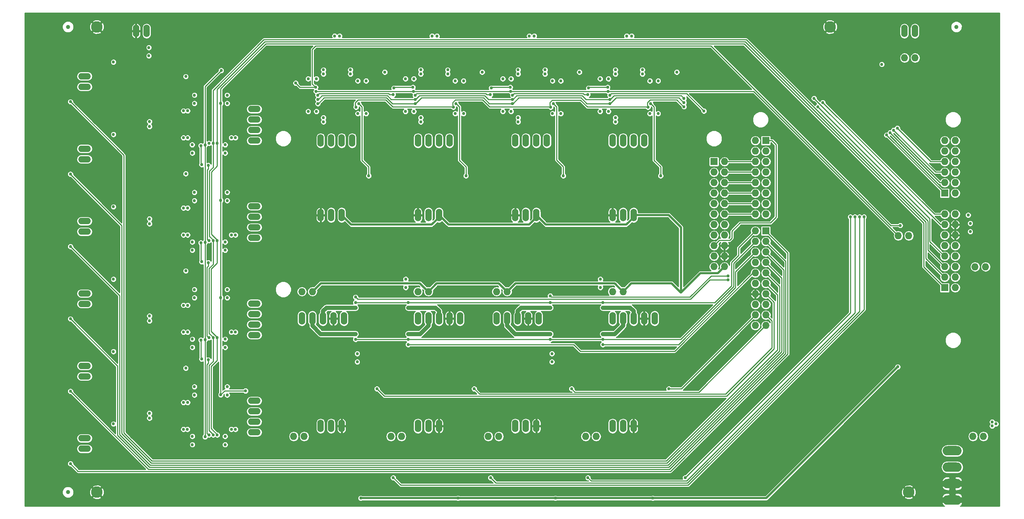
<source format=gbr>
G04 #@! TF.FileFunction,Copper,L4,Bot,Signal*
%FSLAX46Y46*%
G04 Gerber Fmt 4.6, Leading zero omitted, Abs format (unit mm)*
G04 Created by KiCad (PCBNEW 4.0.5) date 06/08/17 15:42:24*
%MOMM*%
%LPD*%
G01*
G04 APERTURE LIST*
%ADD10C,0.100000*%
%ADD11O,3.048000X1.524000*%
%ADD12O,1.524000X3.048000*%
%ADD13O,4.572000X2.286000*%
%ADD14R,1.727200X1.727200*%
%ADD15O,1.727200X1.727200*%
%ADD16C,1.000000*%
%ADD17C,5.000000*%
%ADD18C,2.800000*%
%ADD19C,0.750000*%
%ADD20C,0.600000*%
%ADD21C,0.250000*%
%ADD22C,0.500000*%
%ADD23C,1.000000*%
G04 APERTURE END LIST*
D10*
D11*
X43900000Y-137550000D03*
X43900000Y-135010000D03*
X43900000Y-120050000D03*
X43900000Y-117510000D03*
X43900000Y-102550000D03*
X43900000Y-100010000D03*
X43900000Y-85050000D03*
X43900000Y-82510000D03*
X43900000Y-67550000D03*
X43900000Y-65010000D03*
X43900000Y-50050000D03*
X43900000Y-47510000D03*
D12*
X58900000Y-36550000D03*
X56360000Y-36550000D03*
X244400000Y-36550000D03*
X241860000Y-36550000D03*
D13*
X253400000Y-138050000D03*
X253400000Y-142012400D03*
X253400000Y-145974800D03*
X253400000Y-149937200D03*
D14*
X195890000Y-68130000D03*
D15*
X198430000Y-68130000D03*
X195890000Y-70670000D03*
X198430000Y-70670000D03*
X195890000Y-73210000D03*
X198430000Y-73210000D03*
X195890000Y-75750000D03*
X198430000Y-75750000D03*
X195890000Y-78290000D03*
X198430000Y-78290000D03*
X195890000Y-80830000D03*
X198430000Y-80830000D03*
X195890000Y-83370000D03*
X198430000Y-83370000D03*
X195890000Y-85910000D03*
X198430000Y-85910000D03*
X195890000Y-88450000D03*
X198430000Y-88450000D03*
X195890000Y-90990000D03*
X198430000Y-90990000D03*
X195890000Y-93530000D03*
X198430000Y-93530000D03*
D11*
X84900000Y-133550000D03*
X84900000Y-131010000D03*
X84900000Y-128470000D03*
X84900000Y-125930000D03*
X84900000Y-110050000D03*
X84900000Y-107510000D03*
X84900000Y-104970000D03*
X84900000Y-102430000D03*
X84900000Y-86550000D03*
X84900000Y-84010000D03*
X84900000Y-81470000D03*
X84900000Y-78930000D03*
X84900000Y-63050000D03*
X84900000Y-60510000D03*
X84900000Y-57970000D03*
X84900000Y-55430000D03*
D12*
X100900000Y-63050000D03*
X103440000Y-63050000D03*
X105980000Y-63050000D03*
X108520000Y-63050000D03*
X124400000Y-63050000D03*
X126940000Y-63050000D03*
X129480000Y-63050000D03*
X132020000Y-63050000D03*
X147900000Y-63050000D03*
X150440000Y-63050000D03*
X152980000Y-63050000D03*
X155520000Y-63050000D03*
X171400000Y-63050000D03*
X173940000Y-63050000D03*
X176480000Y-63050000D03*
X179020000Y-63050000D03*
X100900000Y-81050000D03*
X103440000Y-81050000D03*
X105980000Y-81050000D03*
X124400000Y-81050000D03*
X126940000Y-81050000D03*
X129480000Y-81050000D03*
X147900000Y-81050000D03*
X150440000Y-81050000D03*
X152980000Y-81050000D03*
X171400000Y-81050000D03*
X173940000Y-81050000D03*
X176480000Y-81050000D03*
X100900000Y-132050000D03*
X103440000Y-132050000D03*
X105980000Y-132050000D03*
X124400000Y-132050000D03*
X126940000Y-132050000D03*
X129480000Y-132050000D03*
X147900000Y-132050000D03*
X150440000Y-132050000D03*
X152980000Y-132050000D03*
X171400000Y-132050000D03*
X173940000Y-132050000D03*
X176480000Y-132050000D03*
X96400000Y-106050000D03*
X98940000Y-106050000D03*
X101480000Y-106050000D03*
X104020000Y-106050000D03*
X106560000Y-106050000D03*
X124400000Y-106050000D03*
X126940000Y-106050000D03*
X129480000Y-106050000D03*
X132020000Y-106050000D03*
X134560000Y-106050000D03*
X143400000Y-106050000D03*
X145940000Y-106050000D03*
X148480000Y-106050000D03*
X151020000Y-106050000D03*
X153560000Y-106050000D03*
X171400000Y-106050000D03*
X173940000Y-106050000D03*
X176480000Y-106050000D03*
X179020000Y-106050000D03*
X181560000Y-106050000D03*
D15*
X258400000Y-134550000D03*
X260940000Y-134550000D03*
X241900000Y-43050000D03*
X244440000Y-43050000D03*
X164900000Y-134550000D03*
X167440000Y-134550000D03*
X141400000Y-134550000D03*
X143940000Y-134550000D03*
X117900000Y-134550000D03*
X120440000Y-134550000D03*
X94400000Y-134550000D03*
X96940000Y-134550000D03*
X258900000Y-93550000D03*
X261440000Y-93550000D03*
X242900000Y-86050000D03*
X240360000Y-86050000D03*
X171400000Y-99550000D03*
X173940000Y-99550000D03*
X143400000Y-99550000D03*
X145940000Y-99550000D03*
X124400000Y-99550000D03*
X126940000Y-99550000D03*
X96400000Y-99550000D03*
X98940000Y-99550000D03*
D16*
X39900000Y-35550000D03*
X254400000Y-35550000D03*
X39900000Y-148050000D03*
D17*
X261400000Y-148050000D03*
X32900000Y-148050000D03*
X261400000Y-35550000D03*
X32900000Y-35550000D03*
X139400000Y-79050000D03*
D15*
X205860000Y-63050000D03*
D14*
X208400000Y-63050000D03*
D15*
X205860000Y-65590000D03*
X208400000Y-65590000D03*
X205860000Y-68130000D03*
X208400000Y-68130000D03*
X205860000Y-70670000D03*
X208400000Y-70670000D03*
X205860000Y-73210000D03*
X208400000Y-73210000D03*
X205860000Y-75750000D03*
X208400000Y-75750000D03*
X205860000Y-78290000D03*
X208400000Y-78290000D03*
X205860000Y-80830000D03*
X208400000Y-80830000D03*
X205860000Y-84894000D03*
D14*
X208400000Y-84894000D03*
D15*
X205860000Y-87434000D03*
X208400000Y-87434000D03*
X205860000Y-89974000D03*
X208400000Y-89974000D03*
X205860000Y-92514000D03*
X208400000Y-92514000D03*
X205860000Y-95054000D03*
X208400000Y-95054000D03*
X205860000Y-97594000D03*
X208400000Y-97594000D03*
X205860000Y-100134000D03*
X208400000Y-100134000D03*
X205860000Y-102674000D03*
X208400000Y-102674000D03*
X205860000Y-105214000D03*
X208400000Y-105214000D03*
X205860000Y-107754000D03*
X208400000Y-107754000D03*
X254120000Y-75750000D03*
D14*
X251580000Y-75750000D03*
D15*
X254120000Y-73210000D03*
X251580000Y-73210000D03*
X254120000Y-70670000D03*
X251580000Y-70670000D03*
X254120000Y-68130000D03*
X251580000Y-68130000D03*
X254120000Y-65590000D03*
X251580000Y-65590000D03*
X254120000Y-63050000D03*
X251580000Y-63050000D03*
X254120000Y-98610000D03*
D14*
X251580000Y-98610000D03*
D15*
X254120000Y-96070000D03*
X251580000Y-96070000D03*
X254120000Y-93530000D03*
X251580000Y-93530000D03*
X254120000Y-90990000D03*
X251580000Y-90990000D03*
X254120000Y-88450000D03*
X251580000Y-88450000D03*
X254120000Y-85910000D03*
X251580000Y-85910000D03*
X254120000Y-83370000D03*
X251580000Y-83370000D03*
X254120000Y-80830000D03*
X251580000Y-80830000D03*
D18*
X46900000Y-35550000D03*
X242900000Y-148050000D03*
X223900000Y-35550000D03*
X46900000Y-148050000D03*
D19*
X185000000Y-123050000D03*
X114050000Y-150550000D03*
X114050000Y-148550000D03*
X117400000Y-147200000D03*
X115400000Y-147200000D03*
X113400000Y-147200000D03*
X137550000Y-150550000D03*
X137550000Y-148550000D03*
X140900000Y-147200000D03*
X138900000Y-147200000D03*
X136900000Y-147200000D03*
X161050000Y-150550000D03*
X161050000Y-148550000D03*
X164400000Y-147200000D03*
X162400000Y-147200000D03*
X160400000Y-147200000D03*
X184550000Y-150550000D03*
X184550000Y-148550000D03*
X187900000Y-147200000D03*
X185900000Y-147200000D03*
X183900000Y-147200000D03*
X177750000Y-144450000D03*
X154250000Y-144450000D03*
X130750000Y-144450000D03*
X107250000Y-144450000D03*
X248850000Y-101550000D03*
X257750000Y-131050000D03*
X158900000Y-96000000D03*
X248900000Y-94700000D03*
X164800000Y-104700000D03*
X165800000Y-104700000D03*
X164800000Y-106000000D03*
X165800000Y-106000000D03*
X164800000Y-107250000D03*
X165800000Y-107250000D03*
X164800000Y-108550000D03*
X165800000Y-108550000D03*
X160600000Y-108550000D03*
X159600000Y-108550000D03*
X160600000Y-107250000D03*
X159600000Y-107250000D03*
X160600000Y-106000000D03*
X159600000Y-106000000D03*
X160600000Y-104700000D03*
X159600000Y-104700000D03*
X117800000Y-104700000D03*
X117800000Y-106000000D03*
X117800000Y-107250000D03*
X117800000Y-108550000D03*
X113600000Y-107250000D03*
X112600000Y-107250000D03*
X113600000Y-106000000D03*
X112600000Y-106000000D03*
X113600000Y-104700000D03*
X112600000Y-104700000D03*
X113600000Y-108550000D03*
X118800000Y-104700000D03*
X118800000Y-106000000D03*
X118800000Y-107250000D03*
X118800000Y-108550000D03*
X112600000Y-108550000D03*
X55750000Y-40550000D03*
X55750000Y-42550000D03*
X78050000Y-50550000D03*
X244900000Y-93200000D03*
X242900000Y-93200000D03*
X74150000Y-137050000D03*
X74150000Y-113550000D03*
X74150000Y-90050000D03*
X74150000Y-66550000D03*
X97400000Y-52300000D03*
X120900000Y-52300000D03*
X144400000Y-52300000D03*
X167900000Y-52300000D03*
X108900000Y-120400000D03*
X110900000Y-120400000D03*
X112900000Y-120400000D03*
X150750000Y-55700000D03*
X152950000Y-48750000D03*
X151850000Y-48750000D03*
X151300000Y-47900000D03*
X152400000Y-47900000D03*
X150750000Y-48750000D03*
X151850000Y-55700000D03*
X152400000Y-56550000D03*
X151300000Y-56550000D03*
X152950000Y-55700000D03*
X77550000Y-130700000D03*
X70600000Y-128500000D03*
X77550000Y-107200000D03*
X70600000Y-105000000D03*
X77550000Y-83700000D03*
X70600000Y-81500000D03*
X77550000Y-60200000D03*
X70600000Y-58000000D03*
X103750000Y-55700000D03*
X105950000Y-48750000D03*
X127250000Y-55700000D03*
X129450000Y-48750000D03*
X174250000Y-55700000D03*
X176450000Y-48750000D03*
X81550000Y-134550000D03*
X81550000Y-136550000D03*
X66250000Y-136550000D03*
X66250000Y-134550000D03*
X82050000Y-124550000D03*
X82050000Y-122550000D03*
X78050000Y-121050000D03*
X66750000Y-124550000D03*
X66750000Y-122550000D03*
X81550000Y-111050000D03*
X81550000Y-113050000D03*
X66250000Y-113050000D03*
X66250000Y-111050000D03*
X82050000Y-101050000D03*
X82050000Y-99050000D03*
X78050000Y-97550000D03*
X66750000Y-101050000D03*
X66750000Y-99050000D03*
X81550000Y-87550000D03*
X81550000Y-89550000D03*
X66250000Y-89550000D03*
X66250000Y-87550000D03*
X82050000Y-77550000D03*
X82050000Y-75550000D03*
X78050000Y-74050000D03*
X66750000Y-77550000D03*
X66750000Y-75550000D03*
X81550000Y-66050000D03*
X81550000Y-64050000D03*
X66250000Y-66050000D03*
X66250000Y-64050000D03*
X82050000Y-54050000D03*
X82050000Y-52050000D03*
X66750000Y-54050000D03*
X66750000Y-52050000D03*
X99900000Y-59700000D03*
X97900000Y-59700000D03*
X109900000Y-60200000D03*
X111900000Y-60200000D03*
X113400000Y-56350000D03*
X97900000Y-44400000D03*
X99900000Y-44400000D03*
X109900000Y-44900000D03*
X111900000Y-44900000D03*
X123400000Y-59700000D03*
X121400000Y-59700000D03*
X133400000Y-60200000D03*
X135400000Y-60200000D03*
X136900000Y-56200000D03*
X121400000Y-44400000D03*
X123400000Y-44400000D03*
X133400000Y-44900000D03*
X135400000Y-44900000D03*
X105400000Y-47900000D03*
X104300000Y-47900000D03*
X70600000Y-129600000D03*
X69750000Y-130150000D03*
X69750000Y-129050000D03*
X70600000Y-130700000D03*
X77550000Y-129600000D03*
X78400000Y-129050000D03*
X78400000Y-130150000D03*
X77550000Y-128500000D03*
X70600000Y-106100000D03*
X69750000Y-105550000D03*
X69750000Y-106650000D03*
X70600000Y-107200000D03*
X77550000Y-106100000D03*
X78400000Y-106650000D03*
X78400000Y-105550000D03*
X77550000Y-105000000D03*
X70600000Y-82600000D03*
X69750000Y-83150000D03*
X69750000Y-82050000D03*
X70600000Y-83700000D03*
X77550000Y-82600000D03*
X78400000Y-82050000D03*
X78400000Y-83150000D03*
X77550000Y-81500000D03*
X70600000Y-59100000D03*
X69750000Y-59650000D03*
X69750000Y-58550000D03*
X70600000Y-60200000D03*
X77550000Y-59100000D03*
X78400000Y-58550000D03*
X78400000Y-59650000D03*
X77550000Y-58000000D03*
X104850000Y-48750000D03*
X103750000Y-48750000D03*
X104850000Y-55700000D03*
X105400000Y-56550000D03*
X104300000Y-56550000D03*
X105950000Y-55700000D03*
X128350000Y-48750000D03*
X128900000Y-47900000D03*
X127800000Y-47900000D03*
X127250000Y-48750000D03*
X128350000Y-55700000D03*
X128900000Y-56550000D03*
X127800000Y-56550000D03*
X129450000Y-55700000D03*
X175350000Y-48750000D03*
X175900000Y-47900000D03*
X174800000Y-47900000D03*
X174250000Y-48750000D03*
X175350000Y-55700000D03*
X175900000Y-56550000D03*
X174800000Y-56550000D03*
X176450000Y-55700000D03*
X170400000Y-59700000D03*
X168400000Y-59700000D03*
X182400000Y-60200000D03*
X180400000Y-60200000D03*
X183900000Y-56200000D03*
X168400000Y-44400000D03*
X170400000Y-44400000D03*
X180400000Y-44900000D03*
X182400000Y-44900000D03*
X68300000Y-128950000D03*
X68300000Y-130150000D03*
X68300000Y-105450000D03*
X68300000Y-106650000D03*
X68300000Y-81950000D03*
X68300000Y-83150000D03*
X68300000Y-58450000D03*
X68300000Y-59650000D03*
X105500000Y-46450000D03*
X104300000Y-46450000D03*
X129000000Y-46450000D03*
X127800000Y-46450000D03*
X176000000Y-46450000D03*
X174800000Y-46450000D03*
X256850000Y-131550000D03*
X257750000Y-132050000D03*
X253900000Y-129500000D03*
X254400000Y-130400000D03*
X253400000Y-130400000D03*
X250900000Y-129500000D03*
X251400000Y-130400000D03*
X250400000Y-130400000D03*
X258750000Y-89050000D03*
X258750000Y-87050000D03*
X261550000Y-81050000D03*
X261550000Y-83050000D03*
X261550000Y-85050000D03*
X239050000Y-43550000D03*
X237900000Y-33000000D03*
X249550000Y-37550000D03*
X249550000Y-35550000D03*
X38900000Y-43550000D03*
X36250000Y-55550000D03*
X38900000Y-61000000D03*
X36250000Y-73050000D03*
X38900000Y-78500000D03*
X36250000Y-90550000D03*
X38900000Y-96000000D03*
X36250000Y-108050000D03*
X38900000Y-131000000D03*
X36250000Y-143050000D03*
X38900000Y-113500000D03*
X36250000Y-125550000D03*
X94200000Y-126550000D03*
X97550000Y-121050000D03*
X100900000Y-139100000D03*
X102900000Y-139100000D03*
X111900000Y-128900000D03*
X117700000Y-126550000D03*
X121050000Y-121050000D03*
X124400000Y-139100000D03*
X126400000Y-139100000D03*
X135400000Y-128900000D03*
X132400000Y-120400000D03*
X134400000Y-120400000D03*
X136400000Y-120400000D03*
X141200000Y-126550000D03*
X144550000Y-121050000D03*
X147900000Y-139100000D03*
X149900000Y-139100000D03*
X158900000Y-128900000D03*
X155900000Y-120400000D03*
X157900000Y-120400000D03*
X159900000Y-120400000D03*
X164700000Y-126550000D03*
X168050000Y-121050000D03*
X171400000Y-139100000D03*
X173400000Y-139100000D03*
X182400000Y-128900000D03*
X183400000Y-120400000D03*
X181400000Y-120400000D03*
X179400000Y-120400000D03*
X101050000Y-91050000D03*
X103900000Y-94850000D03*
X109550000Y-91550000D03*
X109550000Y-89550000D03*
X109550000Y-87550000D03*
X111900000Y-96000000D03*
X96400000Y-113150000D03*
X98400000Y-113150000D03*
X113450000Y-114550000D03*
X113450000Y-116550000D03*
X117750000Y-98550000D03*
X117750000Y-96550000D03*
X126400000Y-113150000D03*
X124400000Y-113150000D03*
X119400000Y-117200000D03*
X129050000Y-91050000D03*
X131900000Y-94850000D03*
X137550000Y-91550000D03*
X137550000Y-89550000D03*
X137550000Y-87550000D03*
X143400000Y-113150000D03*
X145400000Y-113150000D03*
X148050000Y-91050000D03*
X150900000Y-94850000D03*
X156550000Y-91550000D03*
X156550000Y-89550000D03*
X156550000Y-87550000D03*
X160450000Y-114550000D03*
X160450000Y-116550000D03*
X166400000Y-117200000D03*
X164750000Y-98550000D03*
X164750000Y-96550000D03*
X171400000Y-113150000D03*
X173400000Y-113150000D03*
X176050000Y-91050000D03*
X178900000Y-94850000D03*
X184550000Y-91550000D03*
X184550000Y-87550000D03*
X184550000Y-89550000D03*
X99900000Y-68850000D03*
X105900000Y-77400000D03*
X108900000Y-68900000D03*
X110900000Y-68900000D03*
X123400000Y-68850000D03*
X129400000Y-77400000D03*
X132400000Y-68900000D03*
X134400000Y-68900000D03*
X146900000Y-68850000D03*
X176400000Y-77400000D03*
X152900000Y-77400000D03*
X155900000Y-68900000D03*
X157900000Y-68900000D03*
X170400000Y-68850000D03*
X179400000Y-68900000D03*
X181400000Y-68900000D03*
X151300000Y-46450000D03*
X152500000Y-46450000D03*
X160400000Y-56200000D03*
X158900000Y-60200000D03*
X156900000Y-60200000D03*
X146900000Y-59700000D03*
X144900000Y-59700000D03*
X156900000Y-44900000D03*
X146900000Y-44400000D03*
X144900000Y-44400000D03*
X158900000Y-44900000D03*
X161500000Y-123050000D03*
X138000000Y-123050000D03*
X114500000Y-123050000D03*
X110600000Y-149500000D03*
X134100000Y-149500000D03*
X157600000Y-149500000D03*
X240250000Y-117750000D03*
X181100000Y-149500000D03*
D20*
X187900000Y-99750000D03*
D19*
X228800000Y-81500000D03*
X188950000Y-144550000D03*
X229900000Y-81500000D03*
X165450000Y-144550000D03*
X231000000Y-81500000D03*
X141950000Y-144550000D03*
X232100000Y-81500000D03*
X118450000Y-144550000D03*
X183000000Y-71550000D03*
X180600000Y-54150000D03*
X159500000Y-71550000D03*
X157100000Y-54150000D03*
X136000000Y-71550000D03*
X133600000Y-54150000D03*
X112500000Y-71550000D03*
X110100000Y-54150000D03*
X263950000Y-131550000D03*
X263050000Y-132050000D03*
X263050000Y-131050000D03*
X77850000Y-136550000D03*
X77850000Y-134550000D03*
X69950000Y-136550000D03*
X69950000Y-134550000D03*
X78350000Y-122550000D03*
X78350000Y-124550000D03*
X70450000Y-122550000D03*
X70450000Y-124550000D03*
X69950000Y-113050000D03*
X69950000Y-111050000D03*
X77850000Y-113050000D03*
X77850000Y-111050000D03*
X78350000Y-99050000D03*
X78350000Y-101050000D03*
X70450000Y-99050000D03*
X70450000Y-101050000D03*
X69950000Y-89550000D03*
X69950000Y-87550000D03*
X77850000Y-89550000D03*
X77850000Y-87550000D03*
X78350000Y-75550000D03*
X78350000Y-77550000D03*
X70450000Y-75550000D03*
X70450000Y-77550000D03*
X77850000Y-66050000D03*
X77850000Y-64050000D03*
X69950000Y-66050000D03*
X69900000Y-64050000D03*
X70450000Y-52050000D03*
X70450000Y-54050000D03*
X78350000Y-52050000D03*
X78350000Y-54050000D03*
X97900000Y-56000000D03*
X99900000Y-56000000D03*
X97900000Y-48100000D03*
X99900000Y-48100000D03*
X111900000Y-48600000D03*
X109900000Y-48600000D03*
X111900000Y-56500000D03*
X109900000Y-56500000D03*
X121400000Y-56000000D03*
X123400000Y-56000000D03*
X121400000Y-48100000D03*
X123400000Y-48100000D03*
X135400000Y-56500000D03*
X133400000Y-56500000D03*
X135400000Y-48600000D03*
X133400000Y-48600000D03*
X144900000Y-48100000D03*
X146900000Y-48100000D03*
X144900000Y-56000000D03*
X146900000Y-56000000D03*
X158900000Y-56500000D03*
X156900000Y-56500000D03*
X158900000Y-48600000D03*
X156900000Y-48600000D03*
X168400000Y-48100000D03*
X170400000Y-48100000D03*
X182400000Y-48600000D03*
X180400000Y-48600000D03*
X168400000Y-56000000D03*
X170400000Y-56000000D03*
X182400000Y-56500000D03*
X180400000Y-56500000D03*
X109750000Y-114550000D03*
X109750000Y-116550000D03*
X121450000Y-98550000D03*
X121450000Y-96550000D03*
X168450000Y-98550000D03*
X156750000Y-114550000D03*
X156750000Y-116550000D03*
X168450000Y-96550000D03*
X59450000Y-42550000D03*
X59450000Y-40550000D03*
X257750000Y-83050000D03*
X257250000Y-81050000D03*
X68350000Y-118050000D03*
X68350000Y-94550000D03*
X68350000Y-71050000D03*
X68350000Y-47550000D03*
X116400000Y-46500000D03*
X139900000Y-46500000D03*
X186900000Y-46500000D03*
X59600000Y-128950000D03*
X59600000Y-130150000D03*
X59600000Y-105450000D03*
X59600000Y-106650000D03*
X59600000Y-81950000D03*
X59600000Y-83150000D03*
X59600000Y-58450000D03*
X59600000Y-59650000D03*
X105500000Y-37750000D03*
X104300000Y-37750000D03*
X129000000Y-37750000D03*
X127800000Y-37750000D03*
X176000000Y-37750000D03*
X174800000Y-37750000D03*
X257750000Y-85050000D03*
X50900000Y-44050000D03*
X50900000Y-61550000D03*
X50900000Y-79050000D03*
X50900000Y-96550000D03*
X50900000Y-131550000D03*
X50900000Y-114050000D03*
X152500000Y-37750000D03*
X151300000Y-37750000D03*
X163400000Y-46500000D03*
X172100000Y-45950000D03*
X172100000Y-46950000D03*
X165600000Y-50350000D03*
X165400000Y-51950000D03*
X170200000Y-50150000D03*
X147250000Y-52100000D03*
X76900000Y-46100000D03*
X73000000Y-134650000D03*
X73000000Y-111150000D03*
X73000000Y-64150000D03*
X73000000Y-87650000D03*
X99800000Y-51150000D03*
X123300000Y-51150000D03*
X170300000Y-51150000D03*
X146800000Y-51150000D03*
X170750000Y-52100000D03*
X193450000Y-55900000D03*
X73950000Y-63700000D03*
X172100000Y-58500000D03*
X172100000Y-57500000D03*
X178600000Y-45950000D03*
X178600000Y-46950000D03*
X148600000Y-45950000D03*
X148600000Y-46950000D03*
X141900000Y-51950000D03*
X142100000Y-50350000D03*
X146700000Y-50150000D03*
X123750000Y-52100000D03*
X148600000Y-58500000D03*
X148600000Y-57500000D03*
X155100000Y-45950000D03*
X155100000Y-46950000D03*
X125100000Y-45950000D03*
X125100000Y-46950000D03*
X118600000Y-50350000D03*
X118400000Y-51950000D03*
X123200000Y-50150000D03*
X100250000Y-52100000D03*
X125100000Y-58500000D03*
X125100000Y-57500000D03*
X131600000Y-45950000D03*
X131600000Y-46950000D03*
X101600000Y-45950000D03*
X101600000Y-46950000D03*
X94900000Y-49150000D03*
X240850000Y-83550000D03*
X99700000Y-50150000D03*
X101600000Y-58500000D03*
X101600000Y-57500000D03*
X108100000Y-45950000D03*
X108100000Y-46950000D03*
X169050000Y-112350000D03*
X169050000Y-111100000D03*
X156350000Y-111100000D03*
X122050000Y-111100000D03*
X109350000Y-111100000D03*
X169050000Y-109800000D03*
X170200000Y-109800000D03*
X170200000Y-103450000D03*
X169050000Y-103450000D03*
X199300000Y-95750000D03*
X156350000Y-100600000D03*
X156350000Y-103450000D03*
X155200000Y-103450000D03*
X156350000Y-109800000D03*
X155200000Y-109800000D03*
X122050000Y-112350000D03*
X122050000Y-109800000D03*
X123200000Y-109800000D03*
X122050000Y-103450000D03*
X123200000Y-103450000D03*
X109350000Y-100900000D03*
X199300000Y-96750000D03*
X109350000Y-103450000D03*
X108200000Y-103450000D03*
X109350000Y-109800000D03*
X108200000Y-109800000D03*
X67800000Y-62350000D03*
X68800000Y-62350000D03*
X72200000Y-68850000D03*
X73800000Y-69050000D03*
X73950000Y-87200000D03*
X72000000Y-64250000D03*
X80350000Y-62350000D03*
X79350000Y-62350000D03*
X67800000Y-55850000D03*
X68800000Y-55850000D03*
X67800000Y-85850000D03*
X68800000Y-85850000D03*
X72200000Y-92350000D03*
X73800000Y-92550000D03*
X73950000Y-110700000D03*
X72000000Y-87750000D03*
X80350000Y-85850000D03*
X79350000Y-85850000D03*
X67800000Y-79350000D03*
X68800000Y-79350000D03*
X67800000Y-109350000D03*
X68800000Y-109350000D03*
X72200000Y-115850000D03*
X73800000Y-116050000D03*
X73950000Y-134200000D03*
X72000000Y-111250000D03*
X80350000Y-109350000D03*
X79350000Y-109350000D03*
X67800000Y-102850000D03*
X68800000Y-102850000D03*
X67800000Y-132850000D03*
X68750000Y-132850000D03*
X80350000Y-132850000D03*
X79350000Y-132850000D03*
X68800000Y-126350000D03*
X67800000Y-126350000D03*
X240150000Y-60050000D03*
X239250000Y-60550000D03*
X238400000Y-61150000D03*
X237550000Y-61700000D03*
X236400000Y-44600000D03*
X40500000Y-53650000D03*
X40500000Y-71150000D03*
X40500000Y-88650000D03*
X40500000Y-106150000D03*
X40500000Y-123650000D03*
X40500000Y-141150000D03*
X220050000Y-52850000D03*
X188650000Y-52850000D03*
X100250000Y-53100000D03*
X123750000Y-53100000D03*
X170750000Y-53100000D03*
X147250000Y-53100000D03*
X188650000Y-53850000D03*
X222150000Y-53850000D03*
X100250000Y-54100000D03*
X123750000Y-54100000D03*
X170750000Y-54100000D03*
X147250000Y-54100000D03*
X220950000Y-54850000D03*
X188650000Y-54850000D03*
X109450000Y-54950000D03*
X132950000Y-54950000D03*
X156450000Y-54950000D03*
X179950000Y-54950000D03*
X109350000Y-102200000D03*
X122050000Y-102200000D03*
X156350000Y-102200000D03*
X169050000Y-102200000D03*
X74950000Y-134200000D03*
X74950000Y-110700000D03*
X74950000Y-63700000D03*
X74950000Y-87200000D03*
X75950000Y-134200000D03*
X75950000Y-110700000D03*
X75950000Y-63700000D03*
X75950000Y-87200000D03*
X82800000Y-123550000D03*
X76800000Y-124500000D03*
X76800000Y-101000000D03*
X76800000Y-54000000D03*
X76800000Y-77500000D03*
D21*
X185000000Y-123050000D02*
X188024000Y-123050000D01*
X188024000Y-123050000D02*
X205860000Y-105214000D01*
X208400000Y-107754000D02*
X208346000Y-107754000D01*
X208346000Y-107754000D02*
X192250000Y-123850000D01*
X192250000Y-123850000D02*
X162300000Y-123850000D01*
X162300000Y-123850000D02*
X161500000Y-123050000D01*
X208400000Y-105214000D02*
X208464000Y-105214000D01*
X208464000Y-105214000D02*
X209900000Y-106650000D01*
X209900000Y-106650000D02*
X209900000Y-113150000D01*
X209900000Y-113150000D02*
X198699998Y-124350002D01*
X198699998Y-124350002D02*
X139300002Y-124350002D01*
X139300002Y-124350002D02*
X138000000Y-123050000D01*
X208400000Y-100134000D02*
X208434000Y-100134000D01*
X208434000Y-100134000D02*
X210400002Y-102100002D01*
X210400002Y-102100002D02*
X210400002Y-113357108D01*
X210400002Y-113357108D02*
X198907106Y-124850004D01*
X198907106Y-124850004D02*
X116300004Y-124850004D01*
X116300004Y-124850004D02*
X114500000Y-123050000D01*
D22*
X134100000Y-149500000D02*
X110600000Y-149500000D01*
X157600000Y-149500000D02*
X134100000Y-149500000D01*
X181100000Y-149500000D02*
X157600000Y-149500000D01*
X181100000Y-149500000D02*
X208500000Y-149500000D01*
X208500000Y-149500000D02*
X240250000Y-117750000D01*
X129480000Y-81050000D02*
X129480000Y-81620000D01*
X129480000Y-81620000D02*
X127750000Y-83350000D01*
X108280000Y-83350000D02*
X105980000Y-81050000D01*
X127750000Y-83350000D02*
X108280000Y-83350000D01*
X152980000Y-81050000D02*
X152980000Y-81620000D01*
X152980000Y-81620000D02*
X151250000Y-83350000D01*
X131780000Y-83350000D02*
X129480000Y-81050000D01*
X151250000Y-83350000D02*
X131780000Y-83350000D01*
X176480000Y-81050000D02*
X176480000Y-81620000D01*
X176480000Y-81620000D02*
X174750000Y-83350000D01*
X155280000Y-83350000D02*
X152980000Y-81050000D01*
X174750000Y-83350000D02*
X155280000Y-83350000D01*
X187900000Y-99750000D02*
X187900000Y-84000000D01*
X187900000Y-84000000D02*
X184950000Y-81050000D01*
X184950000Y-81050000D02*
X176480000Y-81050000D01*
X173940000Y-99550000D02*
X173900000Y-99550000D01*
X173900000Y-99550000D02*
X171900000Y-97550000D01*
X171900000Y-97550000D02*
X147940000Y-97550000D01*
X187900000Y-99750000D02*
X187850000Y-99750000D01*
X187850000Y-99750000D02*
X185650000Y-97550000D01*
X185650000Y-97550000D02*
X175940000Y-97550000D01*
X175940000Y-97550000D02*
X173940000Y-99550000D01*
X187900000Y-99750000D02*
X187950000Y-99750000D01*
X187950000Y-99750000D02*
X192575002Y-95124998D01*
X192575002Y-95124998D02*
X196835002Y-95124998D01*
X196835002Y-95124998D02*
X198430000Y-93530000D01*
X145940000Y-99550000D02*
X145900000Y-99550000D01*
X145900000Y-99550000D02*
X143900000Y-97550000D01*
X143900000Y-97550000D02*
X128940000Y-97550000D01*
X147940000Y-97550000D02*
X145940000Y-99550000D01*
X126940000Y-99550000D02*
X126900000Y-99550000D01*
X126900000Y-99550000D02*
X124900000Y-97550000D01*
X124900000Y-97550000D02*
X100940000Y-97550000D01*
X128940000Y-97550000D02*
X126940000Y-99550000D01*
X100940000Y-97550000D02*
X98940000Y-99550000D01*
D21*
X228800000Y-81500000D02*
X228800000Y-104700000D01*
X228800000Y-104700000D02*
X188950000Y-144550000D01*
X229900000Y-81500000D02*
X229900000Y-104700000D01*
X166250000Y-145350000D02*
X165450000Y-144550000D01*
X189250000Y-145350000D02*
X166250000Y-145350000D01*
X229900000Y-104700000D02*
X189250000Y-145350000D01*
X231000000Y-81500000D02*
X231000000Y-104307110D01*
X143250002Y-145850002D02*
X141950000Y-144550000D01*
X189457108Y-145850002D02*
X143250002Y-145850002D01*
X231000000Y-104307110D02*
X189457108Y-145850002D01*
X251580000Y-63050000D02*
X251550000Y-63050000D01*
X232100000Y-81500000D02*
X232100000Y-103914220D01*
X120250004Y-146350004D02*
X118450000Y-144550000D01*
X189664216Y-146350004D02*
X120250004Y-146350004D01*
X232100000Y-103914220D02*
X189664216Y-146350004D01*
X251580000Y-65590000D02*
X251580000Y-65580000D01*
X180600000Y-54150000D02*
X180650000Y-54150000D01*
X183000000Y-69400000D02*
X183000000Y-71550000D01*
X181400000Y-67800000D02*
X183000000Y-69400000D01*
X181400000Y-54900000D02*
X181400000Y-67800000D01*
X180650000Y-54150000D02*
X181400000Y-54900000D01*
X157100000Y-54150000D02*
X157150000Y-54150000D01*
X157900000Y-67750000D02*
X159500000Y-69350000D01*
X159500000Y-69350000D02*
X159500000Y-71550000D01*
X157900000Y-54900000D02*
X157900000Y-67750000D01*
X157150000Y-54150000D02*
X157900000Y-54900000D01*
X157100000Y-54150000D02*
X157300000Y-54150000D01*
X133600000Y-54150000D02*
X133700000Y-54150000D01*
X136000000Y-69400000D02*
X136000000Y-71550000D01*
X134400000Y-67800000D02*
X136000000Y-69400000D01*
X134400000Y-54850000D02*
X134400000Y-67800000D01*
X133700000Y-54150000D02*
X134400000Y-54850000D01*
X110100000Y-54150000D02*
X110150000Y-54150000D01*
X112500000Y-69400000D02*
X112500000Y-71550000D01*
X110900000Y-67800000D02*
X112500000Y-69400000D01*
X110900000Y-54900000D02*
X110900000Y-67800000D01*
X110150000Y-54150000D02*
X110900000Y-54900000D01*
X164300000Y-51700000D02*
X164550000Y-51950000D01*
X164550000Y-51950000D02*
X165400000Y-51950000D01*
X165800000Y-50150000D02*
X165600000Y-50350000D01*
X170200000Y-50150000D02*
X165800000Y-50150000D01*
X147650000Y-51700000D02*
X147250000Y-52100000D01*
X147650000Y-51700000D02*
X164300000Y-51700000D01*
X147300000Y-52050000D02*
X147250000Y-52100000D01*
X170300000Y-51150000D02*
X205460000Y-51150000D01*
X205460000Y-51150000D02*
X240360000Y-86050000D01*
X240360000Y-86050000D02*
X240360000Y-86010000D01*
X73000000Y-64150000D02*
X73000000Y-50000000D01*
X73000000Y-50000000D02*
X76900000Y-46100000D01*
X73000000Y-111150000D02*
X73000000Y-134650000D01*
X73000000Y-87650000D02*
X73000000Y-111150000D01*
X73000000Y-64150000D02*
X73000000Y-87650000D01*
X123300000Y-51150000D02*
X99800000Y-51150000D01*
X146800000Y-51150000D02*
X123300000Y-51150000D01*
X170300000Y-51150000D02*
X146800000Y-51150000D01*
X170750000Y-52000000D02*
X170750000Y-52100000D01*
X170750000Y-52000000D02*
X171050000Y-51700000D01*
X171050000Y-51700000D02*
X189250000Y-51700000D01*
X189250000Y-51700000D02*
X193450000Y-55900000D01*
X123750000Y-52100000D02*
X123750000Y-52050000D01*
X146700000Y-50150000D02*
X142300000Y-50150000D01*
X142300000Y-50150000D02*
X142100000Y-50350000D01*
X141050000Y-51950000D02*
X141900000Y-51950000D01*
X140800000Y-51700000D02*
X141050000Y-51950000D01*
X124100000Y-51700000D02*
X140800000Y-51700000D01*
X123750000Y-52050000D02*
X124100000Y-51700000D01*
X123800000Y-52050000D02*
X123750000Y-52100000D01*
X100250000Y-52100000D02*
X100250000Y-52000000D01*
X118800000Y-50150000D02*
X118600000Y-50350000D01*
X123200000Y-50150000D02*
X118800000Y-50150000D01*
X117550000Y-51950000D02*
X118400000Y-51950000D01*
X117300000Y-51700000D02*
X117550000Y-51950000D01*
X100550000Y-51700000D02*
X117300000Y-51700000D01*
X100250000Y-52000000D02*
X100550000Y-51700000D01*
X100300000Y-52050000D02*
X100250000Y-52100000D01*
X100300000Y-52050000D02*
X100250000Y-52100000D01*
X99700000Y-50150000D02*
X95900000Y-50150000D01*
X95900000Y-50150000D02*
X94900000Y-49150000D01*
X192600000Y-40150000D02*
X99750000Y-40150000D01*
X99700000Y-50150000D02*
X98900000Y-49350000D01*
X98900000Y-41000000D02*
X98900000Y-49350000D01*
X99750000Y-40150000D02*
X98900000Y-41000000D01*
X238567110Y-83550000D02*
X195167110Y-40150000D01*
X195167110Y-40150000D02*
X192600000Y-40150000D01*
X240850000Y-83550000D02*
X238567110Y-83550000D01*
X99700000Y-50150000D02*
X99649998Y-50150000D01*
X169050000Y-112350000D02*
X187314220Y-112350000D01*
X201100004Y-94733996D02*
X205860000Y-89974000D01*
X201100004Y-98564216D02*
X201100004Y-94733996D01*
X187314220Y-112350000D02*
X201100004Y-98564216D01*
X205860000Y-87434000D02*
X205860000Y-87447110D01*
X205860000Y-87447110D02*
X200600002Y-92707108D01*
X200600002Y-92707108D02*
X200600002Y-98357108D01*
X200600002Y-98357108D02*
X187857110Y-111100000D01*
X187857110Y-111100000D02*
X169050000Y-111100000D01*
X156350000Y-111100000D02*
X169050000Y-111100000D01*
X122050000Y-111100000D02*
X156350000Y-111100000D01*
X109350000Y-111100000D02*
X122050000Y-111100000D01*
D23*
X171950000Y-109800000D02*
X173940000Y-107810000D01*
X169050000Y-109800000D02*
X171950000Y-109800000D01*
X173940000Y-107810000D02*
X173940000Y-106050000D01*
X169050000Y-103450000D02*
X175650000Y-103450000D01*
X175650000Y-103450000D02*
X176480000Y-104280000D01*
X176480000Y-104280000D02*
X176480000Y-106050000D01*
D21*
X199300000Y-95750000D02*
X195192890Y-95750000D01*
X156649998Y-100899998D02*
X156350000Y-100600000D01*
X190042892Y-100899998D02*
X156649998Y-100899998D01*
X195192890Y-95750000D02*
X190042892Y-100899998D01*
D23*
X156350000Y-103450000D02*
X149300000Y-103450000D01*
X148480000Y-104270000D02*
X148480000Y-106050000D01*
X149300000Y-103450000D02*
X148480000Y-104270000D01*
X156350000Y-109800000D02*
X147900000Y-109800000D01*
X145940000Y-107840000D02*
X145940000Y-106050000D01*
X147900000Y-109800000D02*
X145940000Y-107840000D01*
D21*
X122050000Y-112350000D02*
X162000000Y-112350000D01*
X186421330Y-113950000D02*
X205317330Y-95054000D01*
X163600000Y-113950000D02*
X186421330Y-113950000D01*
X162000000Y-112350000D02*
X163600000Y-113950000D01*
D23*
X122050000Y-109800000D02*
X124950000Y-109800000D01*
X126940000Y-107810000D02*
X126940000Y-106050000D01*
X124950000Y-109800000D02*
X126940000Y-107810000D01*
X122050000Y-103450000D02*
X128650000Y-103450000D01*
X129480000Y-104280000D02*
X129480000Y-106050000D01*
X128650000Y-103450000D02*
X129480000Y-104280000D01*
D21*
X199300000Y-96750000D02*
X194900000Y-96750000D01*
X109850000Y-101400000D02*
X109350000Y-100900000D01*
X190250000Y-101400000D02*
X109850000Y-101400000D01*
X194900000Y-96750000D02*
X190250000Y-101400000D01*
D23*
X109350000Y-103450000D02*
X102300000Y-103450000D01*
X101480000Y-104270000D02*
X101480000Y-106050000D01*
X102300000Y-103450000D02*
X101480000Y-104270000D01*
X109350000Y-109800000D02*
X100900000Y-109800000D01*
X98940000Y-107840000D02*
X98940000Y-106050000D01*
X100900000Y-109800000D02*
X98940000Y-107840000D01*
D21*
X73950000Y-87200000D02*
X73800000Y-87200000D01*
X73800000Y-69900000D02*
X73800000Y-69050000D01*
X73550000Y-70150000D02*
X73800000Y-69900000D01*
X73550000Y-86950000D02*
X73550000Y-70150000D01*
X73800000Y-87200000D02*
X73550000Y-86950000D01*
X72000000Y-68650000D02*
X72200000Y-68850000D01*
X72000000Y-64250000D02*
X72000000Y-68650000D01*
X73950000Y-110700000D02*
X73850002Y-110700000D01*
X73800000Y-93400000D02*
X73800000Y-92550000D01*
X73500002Y-93699998D02*
X73800000Y-93400000D01*
X73500002Y-110350000D02*
X73500002Y-93699998D01*
X73850002Y-110700000D02*
X73500002Y-110350000D01*
X72000000Y-92150000D02*
X72200000Y-92350000D01*
X72000000Y-87750000D02*
X72000000Y-92150000D01*
X73950000Y-134200000D02*
X73850000Y-134200000D01*
X73800000Y-116900000D02*
X73800000Y-116050000D01*
X73500002Y-117199998D02*
X73800000Y-116900000D01*
X73500002Y-133850002D02*
X73500002Y-117199998D01*
X73850000Y-134200000D02*
X73500002Y-133850002D01*
X72000000Y-115650000D02*
X72200000Y-115850000D01*
X72000000Y-111250000D02*
X72000000Y-115650000D01*
X251580000Y-68130000D02*
X248230000Y-68130000D01*
X248230000Y-68130000D02*
X240150000Y-60050000D01*
X205860000Y-68130000D02*
X198430000Y-68130000D01*
X249370000Y-70670000D02*
X239250000Y-60550000D01*
X251580000Y-70670000D02*
X249370000Y-70670000D01*
X251570000Y-70670000D02*
X251580000Y-70670000D01*
X205860000Y-70670000D02*
X198430000Y-70670000D01*
X251580000Y-73210000D02*
X250460000Y-73210000D01*
X250460000Y-73210000D02*
X238400000Y-61150000D01*
X251580000Y-73210000D02*
X251560000Y-73210000D01*
X205860000Y-73210000D02*
X198430000Y-73210000D01*
X237550000Y-61700000D02*
X237550000Y-61720000D01*
X237550000Y-61720000D02*
X251580000Y-75750000D01*
X251580000Y-75730000D02*
X251580000Y-75750000D01*
X205860000Y-75750000D02*
X198430000Y-75750000D01*
X205860000Y-78290000D02*
X198430000Y-78290000D01*
X205860000Y-80830000D02*
X198430000Y-80830000D01*
X210900000Y-81550000D02*
X209500000Y-82950000D01*
X208400000Y-63050000D02*
X209900000Y-63050000D01*
X210900000Y-64050000D02*
X210900000Y-81550000D01*
X209900000Y-63050000D02*
X210900000Y-64050000D01*
X197190000Y-87150000D02*
X195890000Y-88450000D01*
X199700000Y-87150000D02*
X197190000Y-87150000D01*
X200200000Y-86650000D02*
X199700000Y-87150000D01*
X200200000Y-84950000D02*
X200200000Y-86650000D01*
X202200000Y-82950000D02*
X200200000Y-84950000D01*
X209500000Y-82950000D02*
X202200000Y-82950000D01*
X208400000Y-65590000D02*
X208390000Y-65590000D01*
X208400000Y-97594000D02*
X208444000Y-97594000D01*
X208444000Y-97594000D02*
X211200000Y-100350000D01*
X211200000Y-100350000D02*
X211200000Y-113650000D01*
X211200000Y-113650000D02*
X184350000Y-140500000D01*
X184350000Y-140500000D02*
X60200000Y-140500000D01*
X60200000Y-140500000D02*
X53400000Y-133700000D01*
X53400000Y-133700000D02*
X53400000Y-66550000D01*
X53400000Y-66550000D02*
X40500000Y-53650000D01*
X40500000Y-53650000D02*
X40500000Y-53650000D01*
X208400000Y-95054000D02*
X208404000Y-95054000D01*
X208404000Y-95054000D02*
X211700002Y-98350002D01*
X211700002Y-98350002D02*
X211700002Y-113857108D01*
X211700002Y-113857108D02*
X184557108Y-141000002D01*
X184557108Y-141000002D02*
X59992892Y-141000002D01*
X59992892Y-141000002D02*
X52899998Y-133907108D01*
X52899998Y-133907108D02*
X52899998Y-83599998D01*
X52899998Y-83599998D02*
X40450000Y-71150000D01*
X40450000Y-71150000D02*
X40500000Y-71150000D01*
X208400000Y-92514000D02*
X208414000Y-92514000D01*
X208414000Y-92514000D02*
X212200004Y-96300004D01*
X212200004Y-96300004D02*
X212200004Y-114064216D01*
X212200004Y-114064216D02*
X184764216Y-141500004D01*
X184764216Y-141500004D02*
X59785784Y-141500004D01*
X59785784Y-141500004D02*
X52399996Y-134114216D01*
X52399996Y-134114216D02*
X52399996Y-100499996D01*
X52399996Y-100499996D02*
X40550000Y-88650000D01*
X40550000Y-88650000D02*
X40500000Y-88650000D01*
X208400000Y-89974000D02*
X208400000Y-90000000D01*
X208400000Y-90000000D02*
X212700006Y-94300006D01*
X212700006Y-94300006D02*
X212700006Y-114271324D01*
X212700006Y-114271324D02*
X184971324Y-142000006D01*
X184971324Y-142000006D02*
X59578676Y-142000006D01*
X59578676Y-142000006D02*
X51899994Y-134321324D01*
X51899994Y-134321324D02*
X51899994Y-117549994D01*
X51899994Y-117549994D02*
X40500000Y-106150000D01*
X208400000Y-87434000D02*
X208400000Y-87450000D01*
X208400000Y-87450000D02*
X213200008Y-92250008D01*
X213200008Y-92250008D02*
X213200008Y-114478432D01*
X213200008Y-114478432D02*
X185178432Y-142500008D01*
X185178432Y-142500008D02*
X59350008Y-142500008D01*
X59350008Y-142500008D02*
X40500000Y-123650000D01*
X208400000Y-84894000D02*
X208400000Y-84900000D01*
X208400000Y-84900000D02*
X213700010Y-90200010D01*
X213700010Y-90200010D02*
X213700010Y-114685540D01*
X213700010Y-114685540D02*
X185385540Y-143000010D01*
X185385540Y-143000010D02*
X42350010Y-143000010D01*
X42350010Y-143000010D02*
X40500000Y-141150000D01*
X251580000Y-83370000D02*
X250570000Y-83370000D01*
X250570000Y-83370000D02*
X220050000Y-52850000D01*
X251580000Y-83370000D02*
X251520000Y-83370000D01*
X251580000Y-83370000D02*
X251570000Y-83370000D01*
X187650002Y-52200002D02*
X188000002Y-52200002D01*
X188000002Y-52200002D02*
X188650000Y-52850000D01*
X170750000Y-53100000D02*
X170850002Y-53100000D01*
X171750000Y-52200002D02*
X187650002Y-52200002D01*
X170850002Y-53100000D02*
X171750000Y-52200002D01*
X100250000Y-53100000D02*
X100350000Y-53100000D01*
X117950000Y-53100000D02*
X123750000Y-53100000D01*
X117050002Y-52200002D02*
X117950000Y-53100000D01*
X101249998Y-52200002D02*
X117050002Y-52200002D01*
X100350000Y-53100000D02*
X101249998Y-52200002D01*
X123750000Y-53100000D02*
X123850000Y-53100000D01*
X141450000Y-53100000D02*
X147250000Y-53100000D01*
X140550002Y-52200002D02*
X141450000Y-53100000D01*
X124749998Y-52200002D02*
X140550002Y-52200002D01*
X123850000Y-53100000D02*
X124749998Y-52200002D01*
X147250000Y-53100000D02*
X147350000Y-53100000D01*
X147350000Y-53100000D02*
X148249998Y-52200002D01*
X164950000Y-53100000D02*
X170750000Y-53100000D01*
X164050002Y-52200002D02*
X164950000Y-53100000D01*
X148249998Y-52200002D02*
X164050002Y-52200002D01*
X251580000Y-80830000D02*
X249130000Y-80830000D01*
X249130000Y-80830000D02*
X222150000Y-53850000D01*
X251580000Y-80830000D02*
X251530000Y-80830000D01*
X251580000Y-80830000D02*
X251580000Y-80829994D01*
X188550000Y-53850000D02*
X188650000Y-53850000D01*
X187400004Y-52700004D02*
X188550000Y-53850000D01*
X170750000Y-54100000D02*
X170850000Y-54100000D01*
X172249996Y-52700004D02*
X187050004Y-52700004D01*
X170850000Y-54100000D02*
X172249996Y-52700004D01*
X187050004Y-52700004D02*
X187400004Y-52700004D01*
X100250000Y-54100000D02*
X100350000Y-54100000D01*
X118242890Y-54100000D02*
X123750000Y-54100000D01*
X116842894Y-52700004D02*
X118242890Y-54100000D01*
X101749996Y-52700004D02*
X116842894Y-52700004D01*
X100350000Y-54100000D02*
X101749996Y-52700004D01*
X123750000Y-54100000D02*
X123850000Y-54100000D01*
X141650000Y-54100000D02*
X147250000Y-54100000D01*
X140250004Y-52700004D02*
X141650000Y-54100000D01*
X125249996Y-52700004D02*
X140250004Y-52700004D01*
X123850000Y-54100000D02*
X125249996Y-52700004D01*
X147250000Y-54100000D02*
X147350000Y-54100000D01*
X148749996Y-52700004D02*
X163800004Y-52700004D01*
X163800004Y-52700004D02*
X165200000Y-54100000D01*
X165200000Y-54100000D02*
X170750000Y-54100000D01*
X147350000Y-54100000D02*
X148749996Y-52700004D01*
X247999996Y-87449996D02*
X247999996Y-81899996D01*
X251540000Y-90990000D02*
X247999996Y-87449996D01*
X247999996Y-81899996D02*
X220950000Y-54850000D01*
X251580000Y-90990000D02*
X251540000Y-90990000D01*
X251580000Y-90990000D02*
X251580000Y-90980000D01*
X186550006Y-53200006D02*
X186900006Y-53200006D01*
X186900006Y-53200006D02*
X188550000Y-54850000D01*
X188550000Y-54850000D02*
X188650000Y-54850000D01*
X179950000Y-54950000D02*
X179950000Y-54850000D01*
X180449994Y-53200006D02*
X186550006Y-53200006D01*
X179800000Y-53850000D02*
X180449994Y-53200006D01*
X179800000Y-54700000D02*
X179800000Y-53850000D01*
X179950000Y-54850000D02*
X179800000Y-54700000D01*
X165292890Y-54900000D02*
X179900000Y-54900000D01*
X179900000Y-54900000D02*
X179950000Y-54950000D01*
X163642890Y-53250000D02*
X165292890Y-54900000D01*
X156850000Y-53250000D02*
X163642890Y-53250000D01*
X156400000Y-54900000D02*
X156450000Y-54950000D01*
X141742890Y-54900000D02*
X156400000Y-54900000D01*
X140042896Y-53200006D02*
X141742890Y-54900000D01*
X133449994Y-53200006D02*
X140042896Y-53200006D01*
X132800000Y-53850000D02*
X133449994Y-53200006D01*
X132800000Y-54750000D02*
X132800000Y-53850000D01*
X156450000Y-54950000D02*
X156450000Y-54900000D01*
X156450000Y-54900000D02*
X156300000Y-54750000D01*
X156300000Y-54750000D02*
X156300000Y-53800000D01*
X156300000Y-53800000D02*
X156850000Y-53250000D01*
X132950000Y-54900000D02*
X132800000Y-54750000D01*
X118335780Y-54900000D02*
X132900000Y-54900000D01*
X116635786Y-53200006D02*
X118335780Y-54900000D01*
X109949994Y-53200006D02*
X116635786Y-53200006D01*
X109300000Y-53850000D02*
X109949994Y-53200006D01*
X109300000Y-54600000D02*
X109300000Y-53850000D01*
X109450000Y-54750000D02*
X109300000Y-54600000D01*
X132900000Y-54900000D02*
X132950000Y-54950000D01*
X132950000Y-54950000D02*
X132950000Y-54900000D01*
X109450000Y-54950000D02*
X109450000Y-54750000D01*
X169050000Y-102200000D02*
X196050000Y-102200000D01*
X201800000Y-88954000D02*
X205860000Y-84894000D01*
X201800000Y-90800000D02*
X201800000Y-88954000D01*
X200100000Y-92500000D02*
X201800000Y-90800000D01*
X200100000Y-98150000D02*
X200100000Y-92500000D01*
X196050000Y-102200000D02*
X200100000Y-98150000D01*
X122050000Y-102200000D02*
X109350000Y-102200000D01*
X156350000Y-102200000D02*
X122050000Y-102200000D01*
X169050000Y-102200000D02*
X156350000Y-102200000D01*
X74950000Y-63700000D02*
X74950000Y-50900000D01*
X74950000Y-50900000D02*
X87200006Y-38649994D01*
X251580000Y-93530000D02*
X251530000Y-93530000D01*
X251530000Y-93530000D02*
X247499994Y-89499994D01*
X247499994Y-89499994D02*
X247499994Y-82499994D01*
X247499994Y-82499994D02*
X203649994Y-38649994D01*
X203649994Y-38649994D02*
X87200006Y-38649994D01*
X74950000Y-134200000D02*
X74950000Y-134100000D01*
X74950000Y-116457110D02*
X74950000Y-110700000D01*
X74000004Y-117407106D02*
X74950000Y-116457110D01*
X74000004Y-133150004D02*
X74000004Y-117407106D01*
X74950000Y-134100000D02*
X74000004Y-133150004D01*
X74950000Y-110700000D02*
X74950000Y-110600000D01*
X74950000Y-92957110D02*
X74950000Y-87200000D01*
X74000004Y-93907106D02*
X74950000Y-92957110D01*
X74000004Y-109650004D02*
X74000004Y-93907106D01*
X74950000Y-110600000D02*
X74000004Y-109650004D01*
X74950000Y-87200000D02*
X74950000Y-87100000D01*
X74950000Y-69500000D02*
X74950000Y-63700000D01*
X74050002Y-70399998D02*
X74950000Y-69500000D01*
X74050002Y-86200002D02*
X74050002Y-70399998D01*
X74950000Y-87100000D02*
X74050002Y-86200002D01*
X87442894Y-39149996D02*
X203399996Y-39149996D01*
X75950000Y-50642890D02*
X87442894Y-39149996D01*
X251520000Y-96070000D02*
X246999992Y-91549992D01*
X246999992Y-91549992D02*
X246999992Y-82749992D01*
X246999992Y-82749992D02*
X203399996Y-39149996D01*
X75950000Y-50642890D02*
X75950000Y-63700000D01*
X251580000Y-96070000D02*
X251520000Y-96070000D01*
X251580000Y-96070000D02*
X251570000Y-96070000D01*
X75950000Y-134200000D02*
X75950000Y-134100000D01*
X75950000Y-116164220D02*
X75950000Y-110700000D01*
X74500006Y-117614214D02*
X75950000Y-116164220D01*
X74500006Y-132650006D02*
X74500006Y-117614214D01*
X75950000Y-134100000D02*
X74500006Y-132650006D01*
X75950000Y-110700000D02*
X75950000Y-110600000D01*
X75950000Y-92664220D02*
X75950000Y-87200000D01*
X74500006Y-94114214D02*
X75950000Y-92664220D01*
X74500006Y-109150006D02*
X74500006Y-94114214D01*
X75950000Y-110600000D02*
X74500006Y-109150006D01*
X75950000Y-87200000D02*
X75950000Y-87100000D01*
X75950000Y-87100000D02*
X74550004Y-85700004D01*
X74550004Y-85700004D02*
X74550004Y-70607106D01*
X74550004Y-70607106D02*
X75950000Y-69207110D01*
X75950000Y-69207110D02*
X75950000Y-63700000D01*
X77750000Y-123550000D02*
X76800000Y-124500000D01*
X82800000Y-123550000D02*
X77750000Y-123550000D01*
X76800000Y-54000000D02*
X76800000Y-50500000D01*
X76800000Y-50500000D02*
X87650002Y-39649998D01*
X203149998Y-39649998D02*
X87650002Y-39649998D01*
X246499990Y-93549990D02*
X251560000Y-98610000D01*
X246499990Y-93549990D02*
X246499990Y-82999990D01*
X246499990Y-82999990D02*
X203149998Y-39649998D01*
X251580000Y-98610000D02*
X251560000Y-98610000D01*
X76800000Y-101000000D02*
X76800000Y-101350000D01*
X76750000Y-124450000D02*
X76800000Y-124500000D01*
X76750000Y-101400000D02*
X76750000Y-124450000D01*
X76800000Y-101350000D02*
X76750000Y-101400000D01*
X76800000Y-77500000D02*
X76800000Y-77850000D01*
X76750000Y-100950000D02*
X76800000Y-101000000D01*
X76750000Y-77900000D02*
X76750000Y-100950000D01*
X76800000Y-77850000D02*
X76750000Y-77900000D01*
X76800000Y-54000000D02*
X76800000Y-54350000D01*
X76750000Y-77450000D02*
X76800000Y-77500000D01*
X76750000Y-54400000D02*
X76750000Y-77450000D01*
X76800000Y-54350000D02*
X76750000Y-54400000D01*
G36*
X264775000Y-151425000D02*
X255301870Y-151425000D01*
X255550023Y-151309129D01*
X255842595Y-150721659D01*
X255847560Y-150508700D01*
X254025000Y-150508700D01*
X254025000Y-150582200D01*
X252775000Y-150582200D01*
X252775000Y-150508700D01*
X250952440Y-150508700D01*
X250957405Y-150721659D01*
X251249977Y-151309129D01*
X251498130Y-151425000D01*
X29525000Y-151425000D01*
X29525000Y-148326265D01*
X38504758Y-148326265D01*
X38716687Y-148839172D01*
X39108764Y-149231934D01*
X39621300Y-149444758D01*
X40176265Y-149445242D01*
X40410212Y-149348577D01*
X45778200Y-149348577D01*
X45939909Y-149584115D01*
X46600071Y-149834748D01*
X47305896Y-149813670D01*
X47704579Y-149648530D01*
X109849870Y-149648530D01*
X109963811Y-149924286D01*
X110174605Y-150135448D01*
X110450161Y-150249869D01*
X110748530Y-150250130D01*
X111024286Y-150136189D01*
X111035495Y-150125000D01*
X133664175Y-150125000D01*
X133674605Y-150135448D01*
X133950161Y-150249869D01*
X134248530Y-150250130D01*
X134524286Y-150136189D01*
X134535495Y-150125000D01*
X157164175Y-150125000D01*
X157174605Y-150135448D01*
X157450161Y-150249869D01*
X157748530Y-150250130D01*
X158024286Y-150136189D01*
X158035495Y-150125000D01*
X180664175Y-150125000D01*
X180674605Y-150135448D01*
X180950161Y-150249869D01*
X181248530Y-150250130D01*
X181524286Y-150136189D01*
X181535495Y-150125000D01*
X208500000Y-150125000D01*
X208739177Y-150077425D01*
X208941942Y-149941942D01*
X209535306Y-149348577D01*
X241778200Y-149348577D01*
X241939909Y-149584115D01*
X242600071Y-149834748D01*
X243305896Y-149813670D01*
X243860091Y-149584115D01*
X244010044Y-149365700D01*
X250952440Y-149365700D01*
X252775000Y-149365700D01*
X252775000Y-148409852D01*
X254025000Y-148409852D01*
X254025000Y-149365700D01*
X255847560Y-149365700D01*
X255842595Y-149152741D01*
X255550023Y-148565271D01*
X254948354Y-148284332D01*
X254284973Y-148255027D01*
X254025000Y-148409852D01*
X252775000Y-148409852D01*
X252515027Y-148255027D01*
X251851646Y-148284332D01*
X251249977Y-148565271D01*
X250957405Y-149152741D01*
X250952440Y-149365700D01*
X244010044Y-149365700D01*
X244021800Y-149348577D01*
X242900000Y-148226777D01*
X241778200Y-149348577D01*
X209535306Y-149348577D01*
X211133812Y-147750071D01*
X241115252Y-147750071D01*
X241136330Y-148455896D01*
X241365885Y-149010091D01*
X241601423Y-149171800D01*
X242723223Y-148050000D01*
X243076777Y-148050000D01*
X244198577Y-149171800D01*
X244434115Y-149010091D01*
X244684748Y-148349929D01*
X244663670Y-147644104D01*
X244434115Y-147089909D01*
X244198577Y-146928200D01*
X243076777Y-148050000D01*
X242723223Y-148050000D01*
X241601423Y-146928200D01*
X241365885Y-147089909D01*
X241115252Y-147750071D01*
X211133812Y-147750071D01*
X212132460Y-146751423D01*
X241778200Y-146751423D01*
X242900000Y-147873223D01*
X244021800Y-146751423D01*
X243880973Y-146546300D01*
X250952440Y-146546300D01*
X250957405Y-146759259D01*
X251249977Y-147346729D01*
X251851646Y-147627668D01*
X252515027Y-147656973D01*
X252775000Y-147502148D01*
X252775000Y-146546300D01*
X254025000Y-146546300D01*
X254025000Y-147502148D01*
X254284973Y-147656973D01*
X254948354Y-147627668D01*
X255550023Y-147346729D01*
X255842595Y-146759259D01*
X255847560Y-146546300D01*
X254025000Y-146546300D01*
X252775000Y-146546300D01*
X250952440Y-146546300D01*
X243880973Y-146546300D01*
X243860091Y-146515885D01*
X243199929Y-146265252D01*
X242494104Y-146286330D01*
X241939909Y-146515885D01*
X241778200Y-146751423D01*
X212132460Y-146751423D01*
X213480583Y-145403300D01*
X250952440Y-145403300D01*
X252775000Y-145403300D01*
X252775000Y-144447452D01*
X254025000Y-144447452D01*
X254025000Y-145403300D01*
X255847560Y-145403300D01*
X255842595Y-145190341D01*
X255550023Y-144602871D01*
X254948354Y-144321932D01*
X254284973Y-144292627D01*
X254025000Y-144447452D01*
X252775000Y-144447452D01*
X252515027Y-144292627D01*
X251851646Y-144321932D01*
X251249977Y-144602871D01*
X250957405Y-145190341D01*
X250952440Y-145403300D01*
X213480583Y-145403300D01*
X216871483Y-142012400D01*
X250686868Y-142012400D01*
X250802419Y-142593313D01*
X251131480Y-143085788D01*
X251623955Y-143414849D01*
X252204868Y-143530400D01*
X254595132Y-143530400D01*
X255176045Y-143414849D01*
X255668520Y-143085788D01*
X255997581Y-142593313D01*
X256113132Y-142012400D01*
X255997581Y-141431487D01*
X255668520Y-140939012D01*
X255176045Y-140609951D01*
X254595132Y-140494400D01*
X252204868Y-140494400D01*
X251623955Y-140609951D01*
X251131480Y-140939012D01*
X250802419Y-141431487D01*
X250686868Y-142012400D01*
X216871483Y-142012400D01*
X220833883Y-138050000D01*
X250686868Y-138050000D01*
X250802419Y-138630913D01*
X251131480Y-139123388D01*
X251623955Y-139452449D01*
X252204868Y-139568000D01*
X254595132Y-139568000D01*
X255176045Y-139452449D01*
X255668520Y-139123388D01*
X255997581Y-138630913D01*
X256113132Y-138050000D01*
X255997581Y-137469087D01*
X255668520Y-136976612D01*
X255176045Y-136647551D01*
X254595132Y-136532000D01*
X252204868Y-136532000D01*
X251623955Y-136647551D01*
X251131480Y-136976612D01*
X250802419Y-137469087D01*
X250686868Y-138050000D01*
X220833883Y-138050000D01*
X224358149Y-134525734D01*
X257161400Y-134525734D01*
X257161400Y-134574266D01*
X257255683Y-135048258D01*
X257524178Y-135450088D01*
X257926008Y-135718583D01*
X258400000Y-135812866D01*
X258873992Y-135718583D01*
X259275822Y-135450088D01*
X259544317Y-135048258D01*
X259638600Y-134574266D01*
X259638600Y-134525734D01*
X259701400Y-134525734D01*
X259701400Y-134574266D01*
X259795683Y-135048258D01*
X260064178Y-135450088D01*
X260466008Y-135718583D01*
X260940000Y-135812866D01*
X261413992Y-135718583D01*
X261815822Y-135450088D01*
X262084317Y-135048258D01*
X262178600Y-134574266D01*
X262178600Y-134525734D01*
X262084317Y-134051742D01*
X261815822Y-133649912D01*
X261413992Y-133381417D01*
X260940000Y-133287134D01*
X260466008Y-133381417D01*
X260064178Y-133649912D01*
X259795683Y-134051742D01*
X259701400Y-134525734D01*
X259638600Y-134525734D01*
X259544317Y-134051742D01*
X259275822Y-133649912D01*
X258873992Y-133381417D01*
X258400000Y-133287134D01*
X257926008Y-133381417D01*
X257524178Y-133649912D01*
X257255683Y-134051742D01*
X257161400Y-134525734D01*
X224358149Y-134525734D01*
X227685353Y-131198530D01*
X262299870Y-131198530D01*
X262413811Y-131474286D01*
X262489340Y-131549947D01*
X262414552Y-131624605D01*
X262300131Y-131900161D01*
X262299870Y-132198530D01*
X262413811Y-132474286D01*
X262624605Y-132685448D01*
X262900161Y-132799869D01*
X263198530Y-132800130D01*
X263474286Y-132686189D01*
X263685448Y-132475395D01*
X263764484Y-132285055D01*
X263800161Y-132299869D01*
X264098530Y-132300130D01*
X264374286Y-132186189D01*
X264585448Y-131975395D01*
X264699869Y-131699839D01*
X264700130Y-131401470D01*
X264586189Y-131125714D01*
X264375395Y-130914552D01*
X264099839Y-130800131D01*
X263801470Y-130799870D01*
X263764467Y-130815159D01*
X263686189Y-130625714D01*
X263475395Y-130414552D01*
X263199839Y-130300131D01*
X262901470Y-130299870D01*
X262625714Y-130413811D01*
X262414552Y-130624605D01*
X262300131Y-130900161D01*
X262299870Y-131198530D01*
X227685353Y-131198530D01*
X240383766Y-118500117D01*
X240398530Y-118500130D01*
X240674286Y-118386189D01*
X240885448Y-118175395D01*
X240999869Y-117899839D01*
X241000130Y-117601470D01*
X240886189Y-117325714D01*
X240675395Y-117114552D01*
X240399839Y-117000131D01*
X240101470Y-116999870D01*
X239825714Y-117113811D01*
X239614552Y-117324605D01*
X239500131Y-117600161D01*
X239500117Y-117616000D01*
X208241116Y-148875000D01*
X181535825Y-148875000D01*
X181525395Y-148864552D01*
X181249839Y-148750131D01*
X180951470Y-148749870D01*
X180675714Y-148863811D01*
X180664505Y-148875000D01*
X158035825Y-148875000D01*
X158025395Y-148864552D01*
X157749839Y-148750131D01*
X157451470Y-148749870D01*
X157175714Y-148863811D01*
X157164505Y-148875000D01*
X134535825Y-148875000D01*
X134525395Y-148864552D01*
X134249839Y-148750131D01*
X133951470Y-148749870D01*
X133675714Y-148863811D01*
X133664505Y-148875000D01*
X111035825Y-148875000D01*
X111025395Y-148864552D01*
X110749839Y-148750131D01*
X110451470Y-148749870D01*
X110175714Y-148863811D01*
X109964552Y-149074605D01*
X109850131Y-149350161D01*
X109849870Y-149648530D01*
X47704579Y-149648530D01*
X47860091Y-149584115D01*
X48021800Y-149348577D01*
X46900000Y-148226777D01*
X45778200Y-149348577D01*
X40410212Y-149348577D01*
X40689172Y-149233313D01*
X41081934Y-148841236D01*
X41294758Y-148328700D01*
X41295242Y-147773735D01*
X41285465Y-147750071D01*
X45115252Y-147750071D01*
X45136330Y-148455896D01*
X45365885Y-149010091D01*
X45601423Y-149171800D01*
X46723223Y-148050000D01*
X47076777Y-148050000D01*
X48198577Y-149171800D01*
X48434115Y-149010091D01*
X48684748Y-148349929D01*
X48663670Y-147644104D01*
X48434115Y-147089909D01*
X48198577Y-146928200D01*
X47076777Y-148050000D01*
X46723223Y-148050000D01*
X45601423Y-146928200D01*
X45365885Y-147089909D01*
X45115252Y-147750071D01*
X41285465Y-147750071D01*
X41083313Y-147260828D01*
X40691236Y-146868066D01*
X40410330Y-146751423D01*
X45778200Y-146751423D01*
X46900000Y-147873223D01*
X48021800Y-146751423D01*
X47860091Y-146515885D01*
X47199929Y-146265252D01*
X46494104Y-146286330D01*
X45939909Y-146515885D01*
X45778200Y-146751423D01*
X40410330Y-146751423D01*
X40178700Y-146655242D01*
X39623735Y-146654758D01*
X39110828Y-146866687D01*
X38718066Y-147258764D01*
X38505242Y-147771300D01*
X38504758Y-148326265D01*
X29525000Y-148326265D01*
X29525000Y-144698530D01*
X117699870Y-144698530D01*
X117813811Y-144974286D01*
X118024605Y-145185448D01*
X118300161Y-145299869D01*
X118492932Y-145300038D01*
X119896451Y-146703557D01*
X120058662Y-146811944D01*
X120250004Y-146850004D01*
X189664216Y-146850004D01*
X189855558Y-146811944D01*
X190017769Y-146703557D01*
X225022673Y-111698653D01*
X251649160Y-111698653D01*
X251947303Y-112420215D01*
X252498881Y-112972757D01*
X253219922Y-113272159D01*
X254000653Y-113272840D01*
X254722215Y-112974697D01*
X255274757Y-112423119D01*
X255574159Y-111702078D01*
X255574840Y-110921347D01*
X255276697Y-110199785D01*
X254725119Y-109647243D01*
X254004078Y-109347841D01*
X253223347Y-109347160D01*
X252501785Y-109645303D01*
X251949243Y-110196881D01*
X251649841Y-110917922D01*
X251649160Y-111698653D01*
X225022673Y-111698653D01*
X232453553Y-104267774D01*
X232561940Y-104105562D01*
X232569268Y-104068719D01*
X232600000Y-103914220D01*
X232600000Y-82060607D01*
X232735448Y-81925395D01*
X232849869Y-81649839D01*
X232850130Y-81351470D01*
X232736189Y-81075714D01*
X232525395Y-80864552D01*
X232249839Y-80750131D01*
X231951470Y-80749870D01*
X231675714Y-80863811D01*
X231549966Y-80989340D01*
X231425395Y-80864552D01*
X231149839Y-80750131D01*
X230851470Y-80749870D01*
X230575714Y-80863811D01*
X230449966Y-80989340D01*
X230325395Y-80864552D01*
X230049839Y-80750131D01*
X229751470Y-80749870D01*
X229475714Y-80863811D01*
X229349966Y-80989340D01*
X229225395Y-80864552D01*
X228949839Y-80750131D01*
X228651470Y-80749870D01*
X228375714Y-80863811D01*
X228164552Y-81074605D01*
X228050131Y-81350161D01*
X228049870Y-81648530D01*
X228163811Y-81924286D01*
X228300000Y-82060713D01*
X228300000Y-104492893D01*
X188992857Y-143800037D01*
X188801470Y-143799870D01*
X188525714Y-143913811D01*
X188314552Y-144124605D01*
X188200131Y-144400161D01*
X188199870Y-144698530D01*
X188262457Y-144850000D01*
X166457106Y-144850000D01*
X166199963Y-144592857D01*
X166200130Y-144401470D01*
X166086189Y-144125714D01*
X165875395Y-143914552D01*
X165599839Y-143800131D01*
X165301470Y-143799870D01*
X165025714Y-143913811D01*
X164814552Y-144124605D01*
X164700131Y-144400161D01*
X164699870Y-144698530D01*
X164813811Y-144974286D01*
X165024605Y-145185448D01*
X165300161Y-145299869D01*
X165492932Y-145300038D01*
X165542896Y-145350002D01*
X143457109Y-145350002D01*
X142699963Y-144592856D01*
X142700130Y-144401470D01*
X142586189Y-144125714D01*
X142375395Y-143914552D01*
X142099839Y-143800131D01*
X141801470Y-143799870D01*
X141525714Y-143913811D01*
X141314552Y-144124605D01*
X141200131Y-144400161D01*
X141199870Y-144698530D01*
X141313811Y-144974286D01*
X141524605Y-145185448D01*
X141800161Y-145299869D01*
X141992931Y-145300038D01*
X142542897Y-145850004D01*
X120457110Y-145850004D01*
X119199963Y-144592857D01*
X119200130Y-144401470D01*
X119086189Y-144125714D01*
X118875395Y-143914552D01*
X118599839Y-143800131D01*
X118301470Y-143799870D01*
X118025714Y-143913811D01*
X117814552Y-144124605D01*
X117700131Y-144400161D01*
X117699870Y-144698530D01*
X29525000Y-144698530D01*
X29525000Y-137550000D01*
X41963796Y-137550000D01*
X42050345Y-137985111D01*
X42296816Y-138353980D01*
X42665685Y-138600451D01*
X43100796Y-138687000D01*
X44699204Y-138687000D01*
X45134315Y-138600451D01*
X45503184Y-138353980D01*
X45749655Y-137985111D01*
X45836204Y-137550000D01*
X45749655Y-137114889D01*
X45503184Y-136746020D01*
X45134315Y-136499549D01*
X44699204Y-136413000D01*
X43100796Y-136413000D01*
X42665685Y-136499549D01*
X42296816Y-136746020D01*
X42050345Y-137114889D01*
X41963796Y-137550000D01*
X29525000Y-137550000D01*
X29525000Y-135010000D01*
X41963796Y-135010000D01*
X42050345Y-135445111D01*
X42296816Y-135813980D01*
X42665685Y-136060451D01*
X43100796Y-136147000D01*
X44699204Y-136147000D01*
X45134315Y-136060451D01*
X45503184Y-135813980D01*
X45749655Y-135445111D01*
X45836204Y-135010000D01*
X45749655Y-134574889D01*
X45503184Y-134206020D01*
X45134315Y-133959549D01*
X44699204Y-133873000D01*
X43100796Y-133873000D01*
X42665685Y-133959549D01*
X42296816Y-134206020D01*
X42050345Y-134574889D01*
X41963796Y-135010000D01*
X29525000Y-135010000D01*
X29525000Y-120050000D01*
X41963796Y-120050000D01*
X42050345Y-120485111D01*
X42296816Y-120853980D01*
X42665685Y-121100451D01*
X43100796Y-121187000D01*
X44699204Y-121187000D01*
X45134315Y-121100451D01*
X45503184Y-120853980D01*
X45749655Y-120485111D01*
X45836204Y-120050000D01*
X45749655Y-119614889D01*
X45503184Y-119246020D01*
X45134315Y-118999549D01*
X44699204Y-118913000D01*
X43100796Y-118913000D01*
X42665685Y-118999549D01*
X42296816Y-119246020D01*
X42050345Y-119614889D01*
X41963796Y-120050000D01*
X29525000Y-120050000D01*
X29525000Y-117510000D01*
X41963796Y-117510000D01*
X42050345Y-117945111D01*
X42296816Y-118313980D01*
X42665685Y-118560451D01*
X43100796Y-118647000D01*
X44699204Y-118647000D01*
X45134315Y-118560451D01*
X45503184Y-118313980D01*
X45749655Y-117945111D01*
X45836204Y-117510000D01*
X45749655Y-117074889D01*
X45503184Y-116706020D01*
X45134315Y-116459549D01*
X44699204Y-116373000D01*
X43100796Y-116373000D01*
X42665685Y-116459549D01*
X42296816Y-116706020D01*
X42050345Y-117074889D01*
X41963796Y-117510000D01*
X29525000Y-117510000D01*
X29525000Y-102550000D01*
X41963796Y-102550000D01*
X42050345Y-102985111D01*
X42296816Y-103353980D01*
X42665685Y-103600451D01*
X43100796Y-103687000D01*
X44699204Y-103687000D01*
X45134315Y-103600451D01*
X45503184Y-103353980D01*
X45749655Y-102985111D01*
X45836204Y-102550000D01*
X45749655Y-102114889D01*
X45503184Y-101746020D01*
X45134315Y-101499549D01*
X44699204Y-101413000D01*
X43100796Y-101413000D01*
X42665685Y-101499549D01*
X42296816Y-101746020D01*
X42050345Y-102114889D01*
X41963796Y-102550000D01*
X29525000Y-102550000D01*
X29525000Y-100010000D01*
X41963796Y-100010000D01*
X42050345Y-100445111D01*
X42296816Y-100813980D01*
X42665685Y-101060451D01*
X43100796Y-101147000D01*
X44699204Y-101147000D01*
X45134315Y-101060451D01*
X45503184Y-100813980D01*
X45749655Y-100445111D01*
X45836204Y-100010000D01*
X45749655Y-99574889D01*
X45503184Y-99206020D01*
X45134315Y-98959549D01*
X44699204Y-98873000D01*
X43100796Y-98873000D01*
X42665685Y-98959549D01*
X42296816Y-99206020D01*
X42050345Y-99574889D01*
X41963796Y-100010000D01*
X29525000Y-100010000D01*
X29525000Y-85050000D01*
X41963796Y-85050000D01*
X42050345Y-85485111D01*
X42296816Y-85853980D01*
X42665685Y-86100451D01*
X43100796Y-86187000D01*
X44699204Y-86187000D01*
X45134315Y-86100451D01*
X45503184Y-85853980D01*
X45749655Y-85485111D01*
X45836204Y-85050000D01*
X45749655Y-84614889D01*
X45503184Y-84246020D01*
X45134315Y-83999549D01*
X44699204Y-83913000D01*
X43100796Y-83913000D01*
X42665685Y-83999549D01*
X42296816Y-84246020D01*
X42050345Y-84614889D01*
X41963796Y-85050000D01*
X29525000Y-85050000D01*
X29525000Y-82510000D01*
X41963796Y-82510000D01*
X42050345Y-82945111D01*
X42296816Y-83313980D01*
X42665685Y-83560451D01*
X43100796Y-83647000D01*
X44699204Y-83647000D01*
X45134315Y-83560451D01*
X45503184Y-83313980D01*
X45749655Y-82945111D01*
X45836204Y-82510000D01*
X45749655Y-82074889D01*
X45503184Y-81706020D01*
X45134315Y-81459549D01*
X44699204Y-81373000D01*
X43100796Y-81373000D01*
X42665685Y-81459549D01*
X42296816Y-81706020D01*
X42050345Y-82074889D01*
X41963796Y-82510000D01*
X29525000Y-82510000D01*
X29525000Y-67550000D01*
X41963796Y-67550000D01*
X42050345Y-67985111D01*
X42296816Y-68353980D01*
X42665685Y-68600451D01*
X43100796Y-68687000D01*
X44699204Y-68687000D01*
X45134315Y-68600451D01*
X45503184Y-68353980D01*
X45749655Y-67985111D01*
X45836204Y-67550000D01*
X45749655Y-67114889D01*
X45503184Y-66746020D01*
X45134315Y-66499549D01*
X44699204Y-66413000D01*
X43100796Y-66413000D01*
X42665685Y-66499549D01*
X42296816Y-66746020D01*
X42050345Y-67114889D01*
X41963796Y-67550000D01*
X29525000Y-67550000D01*
X29525000Y-65010000D01*
X41963796Y-65010000D01*
X42050345Y-65445111D01*
X42296816Y-65813980D01*
X42665685Y-66060451D01*
X43100796Y-66147000D01*
X44699204Y-66147000D01*
X45134315Y-66060451D01*
X45503184Y-65813980D01*
X45749655Y-65445111D01*
X45836204Y-65010000D01*
X45749655Y-64574889D01*
X45503184Y-64206020D01*
X45134315Y-63959549D01*
X44699204Y-63873000D01*
X43100796Y-63873000D01*
X42665685Y-63959549D01*
X42296816Y-64206020D01*
X42050345Y-64574889D01*
X41963796Y-65010000D01*
X29525000Y-65010000D01*
X29525000Y-53798530D01*
X39749870Y-53798530D01*
X39863811Y-54074286D01*
X40074605Y-54285448D01*
X40350161Y-54399869D01*
X40542932Y-54400038D01*
X52900000Y-66757106D01*
X52900000Y-82892894D01*
X49205636Y-79198530D01*
X50149870Y-79198530D01*
X50263811Y-79474286D01*
X50474605Y-79685448D01*
X50750161Y-79799869D01*
X51048530Y-79800130D01*
X51324286Y-79686189D01*
X51535448Y-79475395D01*
X51649869Y-79199839D01*
X51650130Y-78901470D01*
X51536189Y-78625714D01*
X51325395Y-78414552D01*
X51049839Y-78300131D01*
X50751470Y-78299870D01*
X50475714Y-78413811D01*
X50264552Y-78624605D01*
X50150131Y-78900161D01*
X50149870Y-79198530D01*
X49205636Y-79198530D01*
X41249919Y-71242813D01*
X41250130Y-71001470D01*
X41136189Y-70725714D01*
X40925395Y-70514552D01*
X40649839Y-70400131D01*
X40351470Y-70399870D01*
X40075714Y-70513811D01*
X39864552Y-70724605D01*
X39750131Y-71000161D01*
X39749870Y-71298530D01*
X39863811Y-71574286D01*
X40074605Y-71785448D01*
X40350161Y-71899869D01*
X40492888Y-71899994D01*
X52399998Y-83807104D01*
X52399998Y-99792892D01*
X49305636Y-96698530D01*
X50149870Y-96698530D01*
X50263811Y-96974286D01*
X50474605Y-97185448D01*
X50750161Y-97299869D01*
X51048530Y-97300130D01*
X51324286Y-97186189D01*
X51535448Y-96975395D01*
X51649869Y-96699839D01*
X51650130Y-96401470D01*
X51536189Y-96125714D01*
X51325395Y-95914552D01*
X51049839Y-95800131D01*
X50751470Y-95799870D01*
X50475714Y-95913811D01*
X50264552Y-96124605D01*
X50150131Y-96400161D01*
X50149870Y-96698530D01*
X49305636Y-96698530D01*
X41250006Y-88642900D01*
X41250130Y-88501470D01*
X41136189Y-88225714D01*
X40925395Y-88014552D01*
X40649839Y-87900131D01*
X40351470Y-87899870D01*
X40075714Y-88013811D01*
X39864552Y-88224605D01*
X39750131Y-88500161D01*
X39749870Y-88798530D01*
X39863811Y-89074286D01*
X40074605Y-89285448D01*
X40350161Y-89399869D01*
X40592975Y-89400081D01*
X51899996Y-100707102D01*
X51899996Y-116842890D01*
X49255636Y-114198530D01*
X50149870Y-114198530D01*
X50263811Y-114474286D01*
X50474605Y-114685448D01*
X50750161Y-114799869D01*
X51048530Y-114800130D01*
X51324286Y-114686189D01*
X51535448Y-114475395D01*
X51649869Y-114199839D01*
X51650130Y-113901470D01*
X51536189Y-113625714D01*
X51325395Y-113414552D01*
X51049839Y-113300131D01*
X50751470Y-113299870D01*
X50475714Y-113413811D01*
X50264552Y-113624605D01*
X50150131Y-113900161D01*
X50149870Y-114198530D01*
X49255636Y-114198530D01*
X41249963Y-106192857D01*
X41250130Y-106001470D01*
X41136189Y-105725714D01*
X40925395Y-105514552D01*
X40649839Y-105400131D01*
X40351470Y-105399870D01*
X40075714Y-105513811D01*
X39864552Y-105724605D01*
X39750131Y-106000161D01*
X39749870Y-106298530D01*
X39863811Y-106574286D01*
X40074605Y-106785448D01*
X40350161Y-106899869D01*
X40542932Y-106900038D01*
X51399994Y-117757100D01*
X51399994Y-130989281D01*
X51325395Y-130914552D01*
X51049839Y-130800131D01*
X50751470Y-130799870D01*
X50475714Y-130913811D01*
X50264552Y-131124605D01*
X50150131Y-131400161D01*
X50149870Y-131698530D01*
X50263811Y-131974286D01*
X50474605Y-132185448D01*
X50750161Y-132299869D01*
X51048530Y-132300130D01*
X51324286Y-132186189D01*
X51399994Y-132110613D01*
X51399994Y-133842888D01*
X41249963Y-123692857D01*
X41250130Y-123501470D01*
X41136189Y-123225714D01*
X40925395Y-123014552D01*
X40649839Y-122900131D01*
X40351470Y-122899870D01*
X40075714Y-123013811D01*
X39864552Y-123224605D01*
X39750131Y-123500161D01*
X39749870Y-123798530D01*
X39863811Y-124074286D01*
X40074605Y-124285448D01*
X40350161Y-124399869D01*
X40542932Y-124400038D01*
X58642904Y-142500010D01*
X42557117Y-142500010D01*
X41249963Y-141192856D01*
X41250130Y-141001470D01*
X41136189Y-140725714D01*
X40925395Y-140514552D01*
X40649839Y-140400131D01*
X40351470Y-140399870D01*
X40075714Y-140513811D01*
X39864552Y-140724605D01*
X39750131Y-141000161D01*
X39749870Y-141298530D01*
X39863811Y-141574286D01*
X40074605Y-141785448D01*
X40350161Y-141899869D01*
X40542931Y-141900038D01*
X41996456Y-143353563D01*
X42088177Y-143414849D01*
X42158668Y-143461950D01*
X42350010Y-143500010D01*
X185385540Y-143500010D01*
X185576882Y-143461950D01*
X185739093Y-143353563D01*
X214053563Y-115039094D01*
X214161950Y-114876882D01*
X214200010Y-114685540D01*
X214200010Y-90200010D01*
X214161950Y-90008668D01*
X214053563Y-89846457D01*
X209645946Y-85438840D01*
X209645946Y-84030400D01*
X209619798Y-83891434D01*
X209537669Y-83763801D01*
X209412354Y-83678177D01*
X209263600Y-83648054D01*
X207536400Y-83648054D01*
X207397434Y-83674202D01*
X207269801Y-83756331D01*
X207184177Y-83881646D01*
X207154054Y-84030400D01*
X207154054Y-85757600D01*
X207180202Y-85896566D01*
X207262331Y-86024199D01*
X207387646Y-86109823D01*
X207536400Y-86139946D01*
X208932840Y-86139946D01*
X213200010Y-90407116D01*
X213200010Y-91542903D01*
X209567187Y-87910081D01*
X209568583Y-87907992D01*
X209662866Y-87434000D01*
X209568583Y-86960008D01*
X209300088Y-86558178D01*
X208898258Y-86289683D01*
X208424266Y-86195400D01*
X208375734Y-86195400D01*
X207901742Y-86289683D01*
X207499912Y-86558178D01*
X207231417Y-86960008D01*
X207137134Y-87434000D01*
X207231417Y-87907992D01*
X207499912Y-88309822D01*
X207901742Y-88578317D01*
X208375734Y-88672600D01*
X208424266Y-88672600D01*
X208833994Y-88591100D01*
X212700008Y-92457115D01*
X212700008Y-93592901D01*
X209563182Y-90456076D01*
X209568583Y-90447992D01*
X209662866Y-89974000D01*
X209568583Y-89500008D01*
X209300088Y-89098178D01*
X208898258Y-88829683D01*
X208424266Y-88735400D01*
X208375734Y-88735400D01*
X207901742Y-88829683D01*
X207499912Y-89098178D01*
X207231417Y-89500008D01*
X207137134Y-89974000D01*
X207231417Y-90447992D01*
X207499912Y-90849822D01*
X207901742Y-91118317D01*
X208375734Y-91212600D01*
X208424266Y-91212600D01*
X208825653Y-91132759D01*
X212200006Y-94507113D01*
X212200006Y-95592899D01*
X209572982Y-92965876D01*
X209662866Y-92514000D01*
X209568583Y-92040008D01*
X209300088Y-91638178D01*
X208898258Y-91369683D01*
X208424266Y-91275400D01*
X208375734Y-91275400D01*
X207901742Y-91369683D01*
X207499912Y-91638178D01*
X207231417Y-92040008D01*
X207137134Y-92514000D01*
X207231417Y-92987992D01*
X207499912Y-93389822D01*
X207901742Y-93658317D01*
X208375734Y-93752600D01*
X208424266Y-93752600D01*
X208859016Y-93666123D01*
X211700004Y-96507111D01*
X211700004Y-97642897D01*
X209571323Y-95514217D01*
X209662866Y-95054000D01*
X209568583Y-94580008D01*
X209300088Y-94178178D01*
X208898258Y-93909683D01*
X208424266Y-93815400D01*
X208375734Y-93815400D01*
X207901742Y-93909683D01*
X207499912Y-94178178D01*
X207231417Y-94580008D01*
X207137134Y-95054000D01*
X207231417Y-95527992D01*
X207499912Y-95929822D01*
X207901742Y-96198317D01*
X208375734Y-96292600D01*
X208424266Y-96292600D01*
X208850676Y-96207782D01*
X211200002Y-98557109D01*
X211200002Y-99642895D01*
X209577959Y-98020853D01*
X209662866Y-97594000D01*
X209568583Y-97120008D01*
X209300088Y-96718178D01*
X208898258Y-96449683D01*
X208424266Y-96355400D01*
X208375734Y-96355400D01*
X207901742Y-96449683D01*
X207499912Y-96718178D01*
X207231417Y-97120008D01*
X207137134Y-97594000D01*
X207231417Y-98067992D01*
X207499912Y-98469822D01*
X207901742Y-98738317D01*
X208375734Y-98832600D01*
X208424266Y-98832600D01*
X208884039Y-98741145D01*
X210700000Y-100557107D01*
X210700000Y-101692893D01*
X209576300Y-100569194D01*
X209662866Y-100134000D01*
X209568583Y-99660008D01*
X209300088Y-99258178D01*
X208898258Y-98989683D01*
X208424266Y-98895400D01*
X208375734Y-98895400D01*
X207901742Y-98989683D01*
X207499912Y-99258178D01*
X207231417Y-99660008D01*
X207137134Y-100134000D01*
X207231417Y-100607992D01*
X207499912Y-101009822D01*
X207901742Y-101278317D01*
X208375734Y-101372600D01*
X208424266Y-101372600D01*
X208875698Y-101282804D01*
X209900002Y-102307109D01*
X209900002Y-105942895D01*
X209581278Y-105624171D01*
X209662866Y-105214000D01*
X209568583Y-104740008D01*
X209300088Y-104338178D01*
X208898258Y-104069683D01*
X208424266Y-103975400D01*
X208375734Y-103975400D01*
X207901742Y-104069683D01*
X207499912Y-104338178D01*
X207231417Y-104740008D01*
X207137134Y-105214000D01*
X207231417Y-105687992D01*
X207499912Y-106089822D01*
X207901742Y-106358317D01*
X208375734Y-106452600D01*
X208424266Y-106452600D01*
X208898258Y-106358317D01*
X208900028Y-106357134D01*
X209400000Y-106857107D01*
X209400000Y-107027706D01*
X209300088Y-106878178D01*
X208898258Y-106609683D01*
X208424266Y-106515400D01*
X208375734Y-106515400D01*
X207901742Y-106609683D01*
X207499912Y-106878178D01*
X207231417Y-107280008D01*
X207137134Y-107754000D01*
X207220381Y-108172512D01*
X192042894Y-123350000D01*
X188431106Y-123350000D01*
X204027106Y-107754000D01*
X204597134Y-107754000D01*
X204691417Y-108227992D01*
X204959912Y-108629822D01*
X205361742Y-108898317D01*
X205835734Y-108992600D01*
X205884266Y-108992600D01*
X206358258Y-108898317D01*
X206760088Y-108629822D01*
X207028583Y-108227992D01*
X207122866Y-107754000D01*
X207028583Y-107280008D01*
X206760088Y-106878178D01*
X206358258Y-106609683D01*
X205884266Y-106515400D01*
X205835734Y-106515400D01*
X205361742Y-106609683D01*
X204959912Y-106878178D01*
X204691417Y-107280008D01*
X204597134Y-107754000D01*
X204027106Y-107754000D01*
X205412661Y-106368445D01*
X205835734Y-106452600D01*
X205884266Y-106452600D01*
X206358258Y-106358317D01*
X206760088Y-106089822D01*
X207028583Y-105687992D01*
X207122866Y-105214000D01*
X207028583Y-104740008D01*
X206760088Y-104338178D01*
X206358258Y-104069683D01*
X205884266Y-103975400D01*
X205835734Y-103975400D01*
X205361742Y-104069683D01*
X204959912Y-104338178D01*
X204691417Y-104740008D01*
X204597134Y-105214000D01*
X204689341Y-105677553D01*
X187816894Y-122550000D01*
X185560607Y-122550000D01*
X185425395Y-122414552D01*
X185149839Y-122300131D01*
X184851470Y-122299870D01*
X184575714Y-122413811D01*
X184364552Y-122624605D01*
X184250131Y-122900161D01*
X184249870Y-123198530D01*
X184312457Y-123350000D01*
X162507106Y-123350000D01*
X162249963Y-123092857D01*
X162250130Y-122901470D01*
X162136189Y-122625714D01*
X161925395Y-122414552D01*
X161649839Y-122300131D01*
X161351470Y-122299870D01*
X161075714Y-122413811D01*
X160864552Y-122624605D01*
X160750131Y-122900161D01*
X160749870Y-123198530D01*
X160863811Y-123474286D01*
X161074605Y-123685448D01*
X161350161Y-123799869D01*
X161542932Y-123800038D01*
X161592896Y-123850002D01*
X139507109Y-123850002D01*
X138749963Y-123092856D01*
X138750130Y-122901470D01*
X138636189Y-122625714D01*
X138425395Y-122414552D01*
X138149839Y-122300131D01*
X137851470Y-122299870D01*
X137575714Y-122413811D01*
X137364552Y-122624605D01*
X137250131Y-122900161D01*
X137249870Y-123198530D01*
X137363811Y-123474286D01*
X137574605Y-123685448D01*
X137850161Y-123799869D01*
X138042931Y-123800038D01*
X138592897Y-124350004D01*
X116507110Y-124350004D01*
X115249963Y-123092857D01*
X115250130Y-122901470D01*
X115136189Y-122625714D01*
X114925395Y-122414552D01*
X114649839Y-122300131D01*
X114351470Y-122299870D01*
X114075714Y-122413811D01*
X113864552Y-122624605D01*
X113750131Y-122900161D01*
X113749870Y-123198530D01*
X113863811Y-123474286D01*
X114074605Y-123685448D01*
X114350161Y-123799869D01*
X114542932Y-123800038D01*
X115946451Y-125203557D01*
X116108662Y-125311944D01*
X116300004Y-125350004D01*
X198792890Y-125350004D01*
X184142894Y-140000000D01*
X60407107Y-140000000D01*
X57105637Y-136698530D01*
X69199870Y-136698530D01*
X69313811Y-136974286D01*
X69524605Y-137185448D01*
X69800161Y-137299869D01*
X70098530Y-137300130D01*
X70374286Y-137186189D01*
X70585448Y-136975395D01*
X70699869Y-136699839D01*
X70699870Y-136698530D01*
X77099870Y-136698530D01*
X77213811Y-136974286D01*
X77424605Y-137185448D01*
X77700161Y-137299869D01*
X77998530Y-137300130D01*
X78274286Y-137186189D01*
X78485448Y-136975395D01*
X78599869Y-136699839D01*
X78600130Y-136401470D01*
X78486189Y-136125714D01*
X78275395Y-135914552D01*
X77999839Y-135800131D01*
X77701470Y-135799870D01*
X77425714Y-135913811D01*
X77214552Y-136124605D01*
X77100131Y-136400161D01*
X77099870Y-136698530D01*
X70699870Y-136698530D01*
X70700130Y-136401470D01*
X70586189Y-136125714D01*
X70375395Y-135914552D01*
X70099839Y-135800131D01*
X69801470Y-135799870D01*
X69525714Y-135913811D01*
X69314552Y-136124605D01*
X69200131Y-136400161D01*
X69199870Y-136698530D01*
X57105637Y-136698530D01*
X55105637Y-134698530D01*
X69199870Y-134698530D01*
X69313811Y-134974286D01*
X69524605Y-135185448D01*
X69800161Y-135299869D01*
X70098530Y-135300130D01*
X70374286Y-135186189D01*
X70585448Y-134975395D01*
X70699869Y-134699839D01*
X70700130Y-134401470D01*
X70586189Y-134125714D01*
X70375395Y-133914552D01*
X70099839Y-133800131D01*
X69801470Y-133799870D01*
X69525714Y-133913811D01*
X69314552Y-134124605D01*
X69200131Y-134400161D01*
X69199870Y-134698530D01*
X55105637Y-134698530D01*
X53900000Y-133492894D01*
X53900000Y-132998530D01*
X67049870Y-132998530D01*
X67163811Y-133274286D01*
X67374605Y-133485448D01*
X67650161Y-133599869D01*
X67948530Y-133600130D01*
X68224286Y-133486189D01*
X68274903Y-133435660D01*
X68324605Y-133485448D01*
X68600161Y-133599869D01*
X68898530Y-133600130D01*
X69174286Y-133486189D01*
X69385448Y-133275395D01*
X69499869Y-132999839D01*
X69500130Y-132701470D01*
X69386189Y-132425714D01*
X69175395Y-132214552D01*
X68899839Y-132100131D01*
X68601470Y-132099870D01*
X68325714Y-132213811D01*
X68275097Y-132264340D01*
X68225395Y-132214552D01*
X67949839Y-132100131D01*
X67651470Y-132099870D01*
X67375714Y-132213811D01*
X67164552Y-132424605D01*
X67050131Y-132700161D01*
X67049870Y-132998530D01*
X53900000Y-132998530D01*
X53900000Y-129098530D01*
X58849870Y-129098530D01*
X58963811Y-129374286D01*
X59139340Y-129550122D01*
X58964552Y-129724605D01*
X58850131Y-130000161D01*
X58849870Y-130298530D01*
X58963811Y-130574286D01*
X59174605Y-130785448D01*
X59450161Y-130899869D01*
X59748530Y-130900130D01*
X60024286Y-130786189D01*
X60235448Y-130575395D01*
X60349869Y-130299839D01*
X60350130Y-130001470D01*
X60236189Y-129725714D01*
X60060660Y-129549878D01*
X60235448Y-129375395D01*
X60349869Y-129099839D01*
X60350130Y-128801470D01*
X60236189Y-128525714D01*
X60025395Y-128314552D01*
X59749839Y-128200131D01*
X59451470Y-128199870D01*
X59175714Y-128313811D01*
X58964552Y-128524605D01*
X58850131Y-128800161D01*
X58849870Y-129098530D01*
X53900000Y-129098530D01*
X53900000Y-126498530D01*
X67049870Y-126498530D01*
X67163811Y-126774286D01*
X67374605Y-126985448D01*
X67650161Y-127099869D01*
X67948530Y-127100130D01*
X68224286Y-126986189D01*
X68299947Y-126910660D01*
X68374605Y-126985448D01*
X68650161Y-127099869D01*
X68948530Y-127100130D01*
X69224286Y-126986189D01*
X69435448Y-126775395D01*
X69549869Y-126499839D01*
X69550130Y-126201470D01*
X69436189Y-125925714D01*
X69225395Y-125714552D01*
X68949839Y-125600131D01*
X68651470Y-125599870D01*
X68375714Y-125713811D01*
X68300053Y-125789340D01*
X68225395Y-125714552D01*
X67949839Y-125600131D01*
X67651470Y-125599870D01*
X67375714Y-125713811D01*
X67164552Y-125924605D01*
X67050131Y-126200161D01*
X67049870Y-126498530D01*
X53900000Y-126498530D01*
X53900000Y-124698530D01*
X69699870Y-124698530D01*
X69813811Y-124974286D01*
X70024605Y-125185448D01*
X70300161Y-125299869D01*
X70598530Y-125300130D01*
X70874286Y-125186189D01*
X71085448Y-124975395D01*
X71199869Y-124699839D01*
X71200130Y-124401470D01*
X71086189Y-124125714D01*
X70875395Y-123914552D01*
X70599839Y-123800131D01*
X70301470Y-123799870D01*
X70025714Y-123913811D01*
X69814552Y-124124605D01*
X69700131Y-124400161D01*
X69699870Y-124698530D01*
X53900000Y-124698530D01*
X53900000Y-122698530D01*
X69699870Y-122698530D01*
X69813811Y-122974286D01*
X70024605Y-123185448D01*
X70300161Y-123299869D01*
X70598530Y-123300130D01*
X70874286Y-123186189D01*
X71085448Y-122975395D01*
X71199869Y-122699839D01*
X71200130Y-122401470D01*
X71086189Y-122125714D01*
X70875395Y-121914552D01*
X70599839Y-121800131D01*
X70301470Y-121799870D01*
X70025714Y-121913811D01*
X69814552Y-122124605D01*
X69700131Y-122400161D01*
X69699870Y-122698530D01*
X53900000Y-122698530D01*
X53900000Y-118198530D01*
X67599870Y-118198530D01*
X67713811Y-118474286D01*
X67924605Y-118685448D01*
X68200161Y-118799869D01*
X68498530Y-118800130D01*
X68774286Y-118686189D01*
X68985448Y-118475395D01*
X69099869Y-118199839D01*
X69100130Y-117901470D01*
X68986189Y-117625714D01*
X68775395Y-117414552D01*
X68499839Y-117300131D01*
X68201470Y-117299870D01*
X67925714Y-117413811D01*
X67714552Y-117624605D01*
X67600131Y-117900161D01*
X67599870Y-118198530D01*
X53900000Y-118198530D01*
X53900000Y-113198530D01*
X69199870Y-113198530D01*
X69313811Y-113474286D01*
X69524605Y-113685448D01*
X69800161Y-113799869D01*
X70098530Y-113800130D01*
X70374286Y-113686189D01*
X70585448Y-113475395D01*
X70699869Y-113199839D01*
X70700130Y-112901470D01*
X70586189Y-112625714D01*
X70375395Y-112414552D01*
X70099839Y-112300131D01*
X69801470Y-112299870D01*
X69525714Y-112413811D01*
X69314552Y-112624605D01*
X69200131Y-112900161D01*
X69199870Y-113198530D01*
X53900000Y-113198530D01*
X53900000Y-111198530D01*
X69199870Y-111198530D01*
X69313811Y-111474286D01*
X69524605Y-111685448D01*
X69800161Y-111799869D01*
X70098530Y-111800130D01*
X70374286Y-111686189D01*
X70585448Y-111475395D01*
X70699869Y-111199839D01*
X70700130Y-110901470D01*
X70586189Y-110625714D01*
X70375395Y-110414552D01*
X70099839Y-110300131D01*
X69801470Y-110299870D01*
X69525714Y-110413811D01*
X69314552Y-110624605D01*
X69200131Y-110900161D01*
X69199870Y-111198530D01*
X53900000Y-111198530D01*
X53900000Y-109498530D01*
X67049870Y-109498530D01*
X67163811Y-109774286D01*
X67374605Y-109985448D01*
X67650161Y-110099869D01*
X67948530Y-110100130D01*
X68224286Y-109986189D01*
X68299947Y-109910660D01*
X68374605Y-109985448D01*
X68650161Y-110099869D01*
X68948530Y-110100130D01*
X69224286Y-109986189D01*
X69435448Y-109775395D01*
X69549869Y-109499839D01*
X69550130Y-109201470D01*
X69436189Y-108925714D01*
X69225395Y-108714552D01*
X68949839Y-108600131D01*
X68651470Y-108599870D01*
X68375714Y-108713811D01*
X68300053Y-108789340D01*
X68225395Y-108714552D01*
X67949839Y-108600131D01*
X67651470Y-108599870D01*
X67375714Y-108713811D01*
X67164552Y-108924605D01*
X67050131Y-109200161D01*
X67049870Y-109498530D01*
X53900000Y-109498530D01*
X53900000Y-105598530D01*
X58849870Y-105598530D01*
X58963811Y-105874286D01*
X59139340Y-106050122D01*
X58964552Y-106224605D01*
X58850131Y-106500161D01*
X58849870Y-106798530D01*
X58963811Y-107074286D01*
X59174605Y-107285448D01*
X59450161Y-107399869D01*
X59748530Y-107400130D01*
X60024286Y-107286189D01*
X60235448Y-107075395D01*
X60349869Y-106799839D01*
X60350130Y-106501470D01*
X60236189Y-106225714D01*
X60060660Y-106049878D01*
X60235448Y-105875395D01*
X60349869Y-105599839D01*
X60350130Y-105301470D01*
X60236189Y-105025714D01*
X60025395Y-104814552D01*
X59749839Y-104700131D01*
X59451470Y-104699870D01*
X59175714Y-104813811D01*
X58964552Y-105024605D01*
X58850131Y-105300161D01*
X58849870Y-105598530D01*
X53900000Y-105598530D01*
X53900000Y-102998530D01*
X67049870Y-102998530D01*
X67163811Y-103274286D01*
X67374605Y-103485448D01*
X67650161Y-103599869D01*
X67948530Y-103600130D01*
X68224286Y-103486189D01*
X68299947Y-103410660D01*
X68374605Y-103485448D01*
X68650161Y-103599869D01*
X68948530Y-103600130D01*
X69224286Y-103486189D01*
X69435448Y-103275395D01*
X69549869Y-102999839D01*
X69550130Y-102701470D01*
X69436189Y-102425714D01*
X69225395Y-102214552D01*
X68949839Y-102100131D01*
X68651470Y-102099870D01*
X68375714Y-102213811D01*
X68300053Y-102289340D01*
X68225395Y-102214552D01*
X67949839Y-102100131D01*
X67651470Y-102099870D01*
X67375714Y-102213811D01*
X67164552Y-102424605D01*
X67050131Y-102700161D01*
X67049870Y-102998530D01*
X53900000Y-102998530D01*
X53900000Y-101198530D01*
X69699870Y-101198530D01*
X69813811Y-101474286D01*
X70024605Y-101685448D01*
X70300161Y-101799869D01*
X70598530Y-101800130D01*
X70874286Y-101686189D01*
X71085448Y-101475395D01*
X71199869Y-101199839D01*
X71200130Y-100901470D01*
X71086189Y-100625714D01*
X70875395Y-100414552D01*
X70599839Y-100300131D01*
X70301470Y-100299870D01*
X70025714Y-100413811D01*
X69814552Y-100624605D01*
X69700131Y-100900161D01*
X69699870Y-101198530D01*
X53900000Y-101198530D01*
X53900000Y-99198530D01*
X69699870Y-99198530D01*
X69813811Y-99474286D01*
X70024605Y-99685448D01*
X70300161Y-99799869D01*
X70598530Y-99800130D01*
X70874286Y-99686189D01*
X71085448Y-99475395D01*
X71199869Y-99199839D01*
X71200130Y-98901470D01*
X71086189Y-98625714D01*
X70875395Y-98414552D01*
X70599839Y-98300131D01*
X70301470Y-98299870D01*
X70025714Y-98413811D01*
X69814552Y-98624605D01*
X69700131Y-98900161D01*
X69699870Y-99198530D01*
X53900000Y-99198530D01*
X53900000Y-94698530D01*
X67599870Y-94698530D01*
X67713811Y-94974286D01*
X67924605Y-95185448D01*
X68200161Y-95299869D01*
X68498530Y-95300130D01*
X68774286Y-95186189D01*
X68985448Y-94975395D01*
X69099869Y-94699839D01*
X69100130Y-94401470D01*
X68986189Y-94125714D01*
X68775395Y-93914552D01*
X68499839Y-93800131D01*
X68201470Y-93799870D01*
X67925714Y-93913811D01*
X67714552Y-94124605D01*
X67600131Y-94400161D01*
X67599870Y-94698530D01*
X53900000Y-94698530D01*
X53900000Y-89698530D01*
X69199870Y-89698530D01*
X69313811Y-89974286D01*
X69524605Y-90185448D01*
X69800161Y-90299869D01*
X70098530Y-90300130D01*
X70374286Y-90186189D01*
X70585448Y-89975395D01*
X70699869Y-89699839D01*
X70700130Y-89401470D01*
X70586189Y-89125714D01*
X70375395Y-88914552D01*
X70099839Y-88800131D01*
X69801470Y-88799870D01*
X69525714Y-88913811D01*
X69314552Y-89124605D01*
X69200131Y-89400161D01*
X69199870Y-89698530D01*
X53900000Y-89698530D01*
X53900000Y-87698530D01*
X69199870Y-87698530D01*
X69313811Y-87974286D01*
X69524605Y-88185448D01*
X69800161Y-88299869D01*
X70098530Y-88300130D01*
X70374286Y-88186189D01*
X70585448Y-87975395D01*
X70699869Y-87699839D01*
X70700130Y-87401470D01*
X70586189Y-87125714D01*
X70375395Y-86914552D01*
X70099839Y-86800131D01*
X69801470Y-86799870D01*
X69525714Y-86913811D01*
X69314552Y-87124605D01*
X69200131Y-87400161D01*
X69199870Y-87698530D01*
X53900000Y-87698530D01*
X53900000Y-85998530D01*
X67049870Y-85998530D01*
X67163811Y-86274286D01*
X67374605Y-86485448D01*
X67650161Y-86599869D01*
X67948530Y-86600130D01*
X68224286Y-86486189D01*
X68299947Y-86410660D01*
X68374605Y-86485448D01*
X68650161Y-86599869D01*
X68948530Y-86600130D01*
X69224286Y-86486189D01*
X69435448Y-86275395D01*
X69549869Y-85999839D01*
X69550130Y-85701470D01*
X69436189Y-85425714D01*
X69225395Y-85214552D01*
X68949839Y-85100131D01*
X68651470Y-85099870D01*
X68375714Y-85213811D01*
X68300053Y-85289340D01*
X68225395Y-85214552D01*
X67949839Y-85100131D01*
X67651470Y-85099870D01*
X67375714Y-85213811D01*
X67164552Y-85424605D01*
X67050131Y-85700161D01*
X67049870Y-85998530D01*
X53900000Y-85998530D01*
X53900000Y-82098530D01*
X58849870Y-82098530D01*
X58963811Y-82374286D01*
X59139340Y-82550122D01*
X58964552Y-82724605D01*
X58850131Y-83000161D01*
X58849870Y-83298530D01*
X58963811Y-83574286D01*
X59174605Y-83785448D01*
X59450161Y-83899869D01*
X59748530Y-83900130D01*
X60024286Y-83786189D01*
X60235448Y-83575395D01*
X60349869Y-83299839D01*
X60350130Y-83001470D01*
X60236189Y-82725714D01*
X60060660Y-82549878D01*
X60235448Y-82375395D01*
X60349869Y-82099839D01*
X60350130Y-81801470D01*
X60236189Y-81525714D01*
X60025395Y-81314552D01*
X59749839Y-81200131D01*
X59451470Y-81199870D01*
X59175714Y-81313811D01*
X58964552Y-81524605D01*
X58850131Y-81800161D01*
X58849870Y-82098530D01*
X53900000Y-82098530D01*
X53900000Y-79498530D01*
X67049870Y-79498530D01*
X67163811Y-79774286D01*
X67374605Y-79985448D01*
X67650161Y-80099869D01*
X67948530Y-80100130D01*
X68224286Y-79986189D01*
X68299947Y-79910660D01*
X68374605Y-79985448D01*
X68650161Y-80099869D01*
X68948530Y-80100130D01*
X69224286Y-79986189D01*
X69435448Y-79775395D01*
X69549869Y-79499839D01*
X69550130Y-79201470D01*
X69436189Y-78925714D01*
X69225395Y-78714552D01*
X68949839Y-78600131D01*
X68651470Y-78599870D01*
X68375714Y-78713811D01*
X68300053Y-78789340D01*
X68225395Y-78714552D01*
X67949839Y-78600131D01*
X67651470Y-78599870D01*
X67375714Y-78713811D01*
X67164552Y-78924605D01*
X67050131Y-79200161D01*
X67049870Y-79498530D01*
X53900000Y-79498530D01*
X53900000Y-77698530D01*
X69699870Y-77698530D01*
X69813811Y-77974286D01*
X70024605Y-78185448D01*
X70300161Y-78299869D01*
X70598530Y-78300130D01*
X70874286Y-78186189D01*
X71085448Y-77975395D01*
X71199869Y-77699839D01*
X71200130Y-77401470D01*
X71086189Y-77125714D01*
X70875395Y-76914552D01*
X70599839Y-76800131D01*
X70301470Y-76799870D01*
X70025714Y-76913811D01*
X69814552Y-77124605D01*
X69700131Y-77400161D01*
X69699870Y-77698530D01*
X53900000Y-77698530D01*
X53900000Y-75698530D01*
X69699870Y-75698530D01*
X69813811Y-75974286D01*
X70024605Y-76185448D01*
X70300161Y-76299869D01*
X70598530Y-76300130D01*
X70874286Y-76186189D01*
X71085448Y-75975395D01*
X71199869Y-75699839D01*
X71200130Y-75401470D01*
X71086189Y-75125714D01*
X70875395Y-74914552D01*
X70599839Y-74800131D01*
X70301470Y-74799870D01*
X70025714Y-74913811D01*
X69814552Y-75124605D01*
X69700131Y-75400161D01*
X69699870Y-75698530D01*
X53900000Y-75698530D01*
X53900000Y-71198530D01*
X67599870Y-71198530D01*
X67713811Y-71474286D01*
X67924605Y-71685448D01*
X68200161Y-71799869D01*
X68498530Y-71800130D01*
X68774286Y-71686189D01*
X68985448Y-71475395D01*
X69099869Y-71199839D01*
X69100130Y-70901470D01*
X68986189Y-70625714D01*
X68775395Y-70414552D01*
X68499839Y-70300131D01*
X68201470Y-70299870D01*
X67925714Y-70413811D01*
X67714552Y-70624605D01*
X67600131Y-70900161D01*
X67599870Y-71198530D01*
X53900000Y-71198530D01*
X53900000Y-66550000D01*
X53861940Y-66358658D01*
X53754945Y-66198530D01*
X69199870Y-66198530D01*
X69313811Y-66474286D01*
X69524605Y-66685448D01*
X69800161Y-66799869D01*
X70098530Y-66800130D01*
X70374286Y-66686189D01*
X70585448Y-66475395D01*
X70699869Y-66199839D01*
X70700130Y-65901470D01*
X70586189Y-65625714D01*
X70375395Y-65414552D01*
X70099839Y-65300131D01*
X69801470Y-65299870D01*
X69525714Y-65413811D01*
X69314552Y-65624605D01*
X69200131Y-65900161D01*
X69199870Y-66198530D01*
X53754945Y-66198530D01*
X53753553Y-66196447D01*
X51755636Y-64198530D01*
X69149870Y-64198530D01*
X69263811Y-64474286D01*
X69474605Y-64685448D01*
X69750161Y-64799869D01*
X70048530Y-64800130D01*
X70324286Y-64686189D01*
X70535448Y-64475395D01*
X70567365Y-64398530D01*
X71249870Y-64398530D01*
X71363811Y-64674286D01*
X71500000Y-64810713D01*
X71500000Y-68580063D01*
X71450131Y-68700161D01*
X71449870Y-68998530D01*
X71563811Y-69274286D01*
X71774605Y-69485448D01*
X72050161Y-69599869D01*
X72348530Y-69600130D01*
X72500000Y-69537543D01*
X72500000Y-87089393D01*
X72450053Y-87139253D01*
X72425395Y-87114552D01*
X72149839Y-87000131D01*
X71851470Y-86999870D01*
X71575714Y-87113811D01*
X71364552Y-87324605D01*
X71250131Y-87600161D01*
X71249870Y-87898530D01*
X71363811Y-88174286D01*
X71500000Y-88310713D01*
X71500000Y-92080063D01*
X71450131Y-92200161D01*
X71449870Y-92498530D01*
X71563811Y-92774286D01*
X71774605Y-92985448D01*
X72050161Y-93099869D01*
X72348530Y-93100130D01*
X72500000Y-93037543D01*
X72500000Y-110589393D01*
X72450053Y-110639253D01*
X72425395Y-110614552D01*
X72149839Y-110500131D01*
X71851470Y-110499870D01*
X71575714Y-110613811D01*
X71364552Y-110824605D01*
X71250131Y-111100161D01*
X71249870Y-111398530D01*
X71363811Y-111674286D01*
X71500000Y-111810713D01*
X71500000Y-115580063D01*
X71450131Y-115700161D01*
X71449870Y-115998530D01*
X71563811Y-116274286D01*
X71774605Y-116485448D01*
X72050161Y-116599869D01*
X72348530Y-116600130D01*
X72500000Y-116537543D01*
X72500000Y-134089393D01*
X72364552Y-134224605D01*
X72250131Y-134500161D01*
X72249870Y-134798530D01*
X72363811Y-135074286D01*
X72574605Y-135285448D01*
X72850161Y-135399869D01*
X73148530Y-135400130D01*
X73424286Y-135286189D01*
X73635448Y-135075395D01*
X73704129Y-134909993D01*
X73800161Y-134949869D01*
X74098530Y-134950130D01*
X74374286Y-134836189D01*
X74449947Y-134760660D01*
X74524605Y-134835448D01*
X74800161Y-134949869D01*
X75098530Y-134950130D01*
X75374286Y-134836189D01*
X75449947Y-134760660D01*
X75524605Y-134835448D01*
X75800161Y-134949869D01*
X76098530Y-134950130D01*
X76374286Y-134836189D01*
X76512185Y-134698530D01*
X77099870Y-134698530D01*
X77213811Y-134974286D01*
X77424605Y-135185448D01*
X77700161Y-135299869D01*
X77998530Y-135300130D01*
X78274286Y-135186189D01*
X78485448Y-134975395D01*
X78599869Y-134699839D01*
X78600130Y-134401470D01*
X78486189Y-134125714D01*
X78275395Y-133914552D01*
X77999839Y-133800131D01*
X77701470Y-133799870D01*
X77425714Y-133913811D01*
X77214552Y-134124605D01*
X77100131Y-134400161D01*
X77099870Y-134698530D01*
X76512185Y-134698530D01*
X76585448Y-134625395D01*
X76699869Y-134349839D01*
X76700130Y-134051470D01*
X76586189Y-133775714D01*
X76375395Y-133564552D01*
X76099839Y-133450131D01*
X76007157Y-133450050D01*
X75555637Y-132998530D01*
X78599870Y-132998530D01*
X78713811Y-133274286D01*
X78924605Y-133485448D01*
X79200161Y-133599869D01*
X79498530Y-133600130D01*
X79774286Y-133486189D01*
X79849947Y-133410660D01*
X79924605Y-133485448D01*
X80200161Y-133599869D01*
X80498530Y-133600130D01*
X80619852Y-133550000D01*
X82963796Y-133550000D01*
X83050345Y-133985111D01*
X83296816Y-134353980D01*
X83665685Y-134600451D01*
X84100796Y-134687000D01*
X85699204Y-134687000D01*
X86134315Y-134600451D01*
X86246136Y-134525734D01*
X93161400Y-134525734D01*
X93161400Y-134574266D01*
X93255683Y-135048258D01*
X93524178Y-135450088D01*
X93926008Y-135718583D01*
X94400000Y-135812866D01*
X94873992Y-135718583D01*
X95275822Y-135450088D01*
X95544317Y-135048258D01*
X95638600Y-134574266D01*
X95638600Y-134525734D01*
X95701400Y-134525734D01*
X95701400Y-134574266D01*
X95795683Y-135048258D01*
X96064178Y-135450088D01*
X96466008Y-135718583D01*
X96940000Y-135812866D01*
X97413992Y-135718583D01*
X97815822Y-135450088D01*
X98084317Y-135048258D01*
X98178600Y-134574266D01*
X98178600Y-134525734D01*
X116661400Y-134525734D01*
X116661400Y-134574266D01*
X116755683Y-135048258D01*
X117024178Y-135450088D01*
X117426008Y-135718583D01*
X117900000Y-135812866D01*
X118373992Y-135718583D01*
X118775822Y-135450088D01*
X119044317Y-135048258D01*
X119138600Y-134574266D01*
X119138600Y-134525734D01*
X119201400Y-134525734D01*
X119201400Y-134574266D01*
X119295683Y-135048258D01*
X119564178Y-135450088D01*
X119966008Y-135718583D01*
X120440000Y-135812866D01*
X120913992Y-135718583D01*
X121315822Y-135450088D01*
X121584317Y-135048258D01*
X121678600Y-134574266D01*
X121678600Y-134525734D01*
X140161400Y-134525734D01*
X140161400Y-134574266D01*
X140255683Y-135048258D01*
X140524178Y-135450088D01*
X140926008Y-135718583D01*
X141400000Y-135812866D01*
X141873992Y-135718583D01*
X142275822Y-135450088D01*
X142544317Y-135048258D01*
X142638600Y-134574266D01*
X142638600Y-134525734D01*
X142701400Y-134525734D01*
X142701400Y-134574266D01*
X142795683Y-135048258D01*
X143064178Y-135450088D01*
X143466008Y-135718583D01*
X143940000Y-135812866D01*
X144413992Y-135718583D01*
X144815822Y-135450088D01*
X145084317Y-135048258D01*
X145178600Y-134574266D01*
X145178600Y-134525734D01*
X163661400Y-134525734D01*
X163661400Y-134574266D01*
X163755683Y-135048258D01*
X164024178Y-135450088D01*
X164426008Y-135718583D01*
X164900000Y-135812866D01*
X165373992Y-135718583D01*
X165775822Y-135450088D01*
X166044317Y-135048258D01*
X166138600Y-134574266D01*
X166138600Y-134525734D01*
X166201400Y-134525734D01*
X166201400Y-134574266D01*
X166295683Y-135048258D01*
X166564178Y-135450088D01*
X166966008Y-135718583D01*
X167440000Y-135812866D01*
X167913992Y-135718583D01*
X168315822Y-135450088D01*
X168584317Y-135048258D01*
X168678600Y-134574266D01*
X168678600Y-134525734D01*
X168584317Y-134051742D01*
X168315822Y-133649912D01*
X167913992Y-133381417D01*
X167440000Y-133287134D01*
X166966008Y-133381417D01*
X166564178Y-133649912D01*
X166295683Y-134051742D01*
X166201400Y-134525734D01*
X166138600Y-134525734D01*
X166044317Y-134051742D01*
X165775822Y-133649912D01*
X165373992Y-133381417D01*
X164900000Y-133287134D01*
X164426008Y-133381417D01*
X164024178Y-133649912D01*
X163755683Y-134051742D01*
X163661400Y-134525734D01*
X145178600Y-134525734D01*
X145084317Y-134051742D01*
X144815822Y-133649912D01*
X144413992Y-133381417D01*
X143940000Y-133287134D01*
X143466008Y-133381417D01*
X143064178Y-133649912D01*
X142795683Y-134051742D01*
X142701400Y-134525734D01*
X142638600Y-134525734D01*
X142544317Y-134051742D01*
X142275822Y-133649912D01*
X141873992Y-133381417D01*
X141400000Y-133287134D01*
X140926008Y-133381417D01*
X140524178Y-133649912D01*
X140255683Y-134051742D01*
X140161400Y-134525734D01*
X121678600Y-134525734D01*
X121584317Y-134051742D01*
X121315822Y-133649912D01*
X120913992Y-133381417D01*
X120440000Y-133287134D01*
X119966008Y-133381417D01*
X119564178Y-133649912D01*
X119295683Y-134051742D01*
X119201400Y-134525734D01*
X119138600Y-134525734D01*
X119044317Y-134051742D01*
X118775822Y-133649912D01*
X118373992Y-133381417D01*
X117900000Y-133287134D01*
X117426008Y-133381417D01*
X117024178Y-133649912D01*
X116755683Y-134051742D01*
X116661400Y-134525734D01*
X98178600Y-134525734D01*
X98084317Y-134051742D01*
X97815822Y-133649912D01*
X97413992Y-133381417D01*
X96940000Y-133287134D01*
X96466008Y-133381417D01*
X96064178Y-133649912D01*
X95795683Y-134051742D01*
X95701400Y-134525734D01*
X95638600Y-134525734D01*
X95544317Y-134051742D01*
X95275822Y-133649912D01*
X94873992Y-133381417D01*
X94400000Y-133287134D01*
X93926008Y-133381417D01*
X93524178Y-133649912D01*
X93255683Y-134051742D01*
X93161400Y-134525734D01*
X86246136Y-134525734D01*
X86503184Y-134353980D01*
X86749655Y-133985111D01*
X86836204Y-133550000D01*
X86749655Y-133114889D01*
X86503184Y-132746020D01*
X86134315Y-132499549D01*
X85699204Y-132413000D01*
X84100796Y-132413000D01*
X83665685Y-132499549D01*
X83296816Y-132746020D01*
X83050345Y-133114889D01*
X82963796Y-133550000D01*
X80619852Y-133550000D01*
X80774286Y-133486189D01*
X80985448Y-133275395D01*
X81099869Y-132999839D01*
X81100130Y-132701470D01*
X80986189Y-132425714D01*
X80775395Y-132214552D01*
X80499839Y-132100131D01*
X80201470Y-132099870D01*
X79925714Y-132213811D01*
X79850053Y-132289340D01*
X79775395Y-132214552D01*
X79499839Y-132100131D01*
X79201470Y-132099870D01*
X78925714Y-132213811D01*
X78714552Y-132424605D01*
X78600131Y-132700161D01*
X78599870Y-132998530D01*
X75555637Y-132998530D01*
X75000006Y-132442900D01*
X75000006Y-131010000D01*
X82963796Y-131010000D01*
X83050345Y-131445111D01*
X83296816Y-131813980D01*
X83665685Y-132060451D01*
X84100796Y-132147000D01*
X85699204Y-132147000D01*
X86134315Y-132060451D01*
X86503184Y-131813980D01*
X86749655Y-131445111D01*
X86788306Y-131250796D01*
X99763000Y-131250796D01*
X99763000Y-132849204D01*
X99849549Y-133284315D01*
X100096020Y-133653184D01*
X100464889Y-133899655D01*
X100900000Y-133986204D01*
X101335111Y-133899655D01*
X101703980Y-133653184D01*
X101950451Y-133284315D01*
X102037000Y-132849204D01*
X102037000Y-131250796D01*
X102303000Y-131250796D01*
X102303000Y-132849204D01*
X102389549Y-133284315D01*
X102636020Y-133653184D01*
X103004889Y-133899655D01*
X103440000Y-133986204D01*
X103875111Y-133899655D01*
X104243980Y-133653184D01*
X104490451Y-133284315D01*
X104577000Y-132849204D01*
X104577000Y-132175000D01*
X104843000Y-132175000D01*
X104843000Y-132937000D01*
X104977384Y-133362596D01*
X105264408Y-133704369D01*
X105679751Y-133908640D01*
X105855000Y-133847734D01*
X105855000Y-132175000D01*
X106105000Y-132175000D01*
X106105000Y-133847734D01*
X106280249Y-133908640D01*
X106695592Y-133704369D01*
X106982616Y-133362596D01*
X107117000Y-132937000D01*
X107117000Y-132175000D01*
X106105000Y-132175000D01*
X105855000Y-132175000D01*
X104843000Y-132175000D01*
X104577000Y-132175000D01*
X104577000Y-131250796D01*
X104559537Y-131163000D01*
X104843000Y-131163000D01*
X104843000Y-131925000D01*
X105855000Y-131925000D01*
X105855000Y-130252266D01*
X106105000Y-130252266D01*
X106105000Y-131925000D01*
X107117000Y-131925000D01*
X107117000Y-131250796D01*
X123263000Y-131250796D01*
X123263000Y-132849204D01*
X123349549Y-133284315D01*
X123596020Y-133653184D01*
X123964889Y-133899655D01*
X124400000Y-133986204D01*
X124835111Y-133899655D01*
X125203980Y-133653184D01*
X125450451Y-133284315D01*
X125537000Y-132849204D01*
X125537000Y-131250796D01*
X125803000Y-131250796D01*
X125803000Y-132849204D01*
X125889549Y-133284315D01*
X126136020Y-133653184D01*
X126504889Y-133899655D01*
X126940000Y-133986204D01*
X127375111Y-133899655D01*
X127743980Y-133653184D01*
X127990451Y-133284315D01*
X128077000Y-132849204D01*
X128077000Y-132175000D01*
X128343000Y-132175000D01*
X128343000Y-132937000D01*
X128477384Y-133362596D01*
X128764408Y-133704369D01*
X129179751Y-133908640D01*
X129355000Y-133847734D01*
X129355000Y-132175000D01*
X129605000Y-132175000D01*
X129605000Y-133847734D01*
X129780249Y-133908640D01*
X130195592Y-133704369D01*
X130482616Y-133362596D01*
X130617000Y-132937000D01*
X130617000Y-132175000D01*
X129605000Y-132175000D01*
X129355000Y-132175000D01*
X128343000Y-132175000D01*
X128077000Y-132175000D01*
X128077000Y-131250796D01*
X128059537Y-131163000D01*
X128343000Y-131163000D01*
X128343000Y-131925000D01*
X129355000Y-131925000D01*
X129355000Y-130252266D01*
X129605000Y-130252266D01*
X129605000Y-131925000D01*
X130617000Y-131925000D01*
X130617000Y-131250796D01*
X146763000Y-131250796D01*
X146763000Y-132849204D01*
X146849549Y-133284315D01*
X147096020Y-133653184D01*
X147464889Y-133899655D01*
X147900000Y-133986204D01*
X148335111Y-133899655D01*
X148703980Y-133653184D01*
X148950451Y-133284315D01*
X149037000Y-132849204D01*
X149037000Y-131250796D01*
X149303000Y-131250796D01*
X149303000Y-132849204D01*
X149389549Y-133284315D01*
X149636020Y-133653184D01*
X150004889Y-133899655D01*
X150440000Y-133986204D01*
X150875111Y-133899655D01*
X151243980Y-133653184D01*
X151490451Y-133284315D01*
X151577000Y-132849204D01*
X151577000Y-132175000D01*
X151843000Y-132175000D01*
X151843000Y-132937000D01*
X151977384Y-133362596D01*
X152264408Y-133704369D01*
X152679751Y-133908640D01*
X152855000Y-133847734D01*
X152855000Y-132175000D01*
X153105000Y-132175000D01*
X153105000Y-133847734D01*
X153280249Y-133908640D01*
X153695592Y-133704369D01*
X153982616Y-133362596D01*
X154117000Y-132937000D01*
X154117000Y-132175000D01*
X153105000Y-132175000D01*
X152855000Y-132175000D01*
X151843000Y-132175000D01*
X151577000Y-132175000D01*
X151577000Y-131250796D01*
X151559537Y-131163000D01*
X151843000Y-131163000D01*
X151843000Y-131925000D01*
X152855000Y-131925000D01*
X152855000Y-130252266D01*
X153105000Y-130252266D01*
X153105000Y-131925000D01*
X154117000Y-131925000D01*
X154117000Y-131250796D01*
X170263000Y-131250796D01*
X170263000Y-132849204D01*
X170349549Y-133284315D01*
X170596020Y-133653184D01*
X170964889Y-133899655D01*
X171400000Y-133986204D01*
X171835111Y-133899655D01*
X172203980Y-133653184D01*
X172450451Y-133284315D01*
X172537000Y-132849204D01*
X172537000Y-131250796D01*
X172803000Y-131250796D01*
X172803000Y-132849204D01*
X172889549Y-133284315D01*
X173136020Y-133653184D01*
X173504889Y-133899655D01*
X173940000Y-133986204D01*
X174375111Y-133899655D01*
X174743980Y-133653184D01*
X174990451Y-133284315D01*
X175077000Y-132849204D01*
X175077000Y-132175000D01*
X175343000Y-132175000D01*
X175343000Y-132937000D01*
X175477384Y-133362596D01*
X175764408Y-133704369D01*
X176179751Y-133908640D01*
X176355000Y-133847734D01*
X176355000Y-132175000D01*
X176605000Y-132175000D01*
X176605000Y-133847734D01*
X176780249Y-133908640D01*
X177195592Y-133704369D01*
X177482616Y-133362596D01*
X177617000Y-132937000D01*
X177617000Y-132175000D01*
X176605000Y-132175000D01*
X176355000Y-132175000D01*
X175343000Y-132175000D01*
X175077000Y-132175000D01*
X175077000Y-131250796D01*
X175059537Y-131163000D01*
X175343000Y-131163000D01*
X175343000Y-131925000D01*
X176355000Y-131925000D01*
X176355000Y-130252266D01*
X176605000Y-130252266D01*
X176605000Y-131925000D01*
X177617000Y-131925000D01*
X177617000Y-131163000D01*
X177482616Y-130737404D01*
X177195592Y-130395631D01*
X176780249Y-130191360D01*
X176605000Y-130252266D01*
X176355000Y-130252266D01*
X176179751Y-130191360D01*
X175764408Y-130395631D01*
X175477384Y-130737404D01*
X175343000Y-131163000D01*
X175059537Y-131163000D01*
X174990451Y-130815685D01*
X174743980Y-130446816D01*
X174375111Y-130200345D01*
X173940000Y-130113796D01*
X173504889Y-130200345D01*
X173136020Y-130446816D01*
X172889549Y-130815685D01*
X172803000Y-131250796D01*
X172537000Y-131250796D01*
X172450451Y-130815685D01*
X172203980Y-130446816D01*
X171835111Y-130200345D01*
X171400000Y-130113796D01*
X170964889Y-130200345D01*
X170596020Y-130446816D01*
X170349549Y-130815685D01*
X170263000Y-131250796D01*
X154117000Y-131250796D01*
X154117000Y-131163000D01*
X153982616Y-130737404D01*
X153695592Y-130395631D01*
X153280249Y-130191360D01*
X153105000Y-130252266D01*
X152855000Y-130252266D01*
X152679751Y-130191360D01*
X152264408Y-130395631D01*
X151977384Y-130737404D01*
X151843000Y-131163000D01*
X151559537Y-131163000D01*
X151490451Y-130815685D01*
X151243980Y-130446816D01*
X150875111Y-130200345D01*
X150440000Y-130113796D01*
X150004889Y-130200345D01*
X149636020Y-130446816D01*
X149389549Y-130815685D01*
X149303000Y-131250796D01*
X149037000Y-131250796D01*
X148950451Y-130815685D01*
X148703980Y-130446816D01*
X148335111Y-130200345D01*
X147900000Y-130113796D01*
X147464889Y-130200345D01*
X147096020Y-130446816D01*
X146849549Y-130815685D01*
X146763000Y-131250796D01*
X130617000Y-131250796D01*
X130617000Y-131163000D01*
X130482616Y-130737404D01*
X130195592Y-130395631D01*
X129780249Y-130191360D01*
X129605000Y-130252266D01*
X129355000Y-130252266D01*
X129179751Y-130191360D01*
X128764408Y-130395631D01*
X128477384Y-130737404D01*
X128343000Y-131163000D01*
X128059537Y-131163000D01*
X127990451Y-130815685D01*
X127743980Y-130446816D01*
X127375111Y-130200345D01*
X126940000Y-130113796D01*
X126504889Y-130200345D01*
X126136020Y-130446816D01*
X125889549Y-130815685D01*
X125803000Y-131250796D01*
X125537000Y-131250796D01*
X125450451Y-130815685D01*
X125203980Y-130446816D01*
X124835111Y-130200345D01*
X124400000Y-130113796D01*
X123964889Y-130200345D01*
X123596020Y-130446816D01*
X123349549Y-130815685D01*
X123263000Y-131250796D01*
X107117000Y-131250796D01*
X107117000Y-131163000D01*
X106982616Y-130737404D01*
X106695592Y-130395631D01*
X106280249Y-130191360D01*
X106105000Y-130252266D01*
X105855000Y-130252266D01*
X105679751Y-130191360D01*
X105264408Y-130395631D01*
X104977384Y-130737404D01*
X104843000Y-131163000D01*
X104559537Y-131163000D01*
X104490451Y-130815685D01*
X104243980Y-130446816D01*
X103875111Y-130200345D01*
X103440000Y-130113796D01*
X103004889Y-130200345D01*
X102636020Y-130446816D01*
X102389549Y-130815685D01*
X102303000Y-131250796D01*
X102037000Y-131250796D01*
X101950451Y-130815685D01*
X101703980Y-130446816D01*
X101335111Y-130200345D01*
X100900000Y-130113796D01*
X100464889Y-130200345D01*
X100096020Y-130446816D01*
X99849549Y-130815685D01*
X99763000Y-131250796D01*
X86788306Y-131250796D01*
X86836204Y-131010000D01*
X86749655Y-130574889D01*
X86503184Y-130206020D01*
X86134315Y-129959549D01*
X85699204Y-129873000D01*
X84100796Y-129873000D01*
X83665685Y-129959549D01*
X83296816Y-130206020D01*
X83050345Y-130574889D01*
X82963796Y-131010000D01*
X75000006Y-131010000D01*
X75000006Y-128470000D01*
X82963796Y-128470000D01*
X83050345Y-128905111D01*
X83296816Y-129273980D01*
X83665685Y-129520451D01*
X84100796Y-129607000D01*
X85699204Y-129607000D01*
X86134315Y-129520451D01*
X86503184Y-129273980D01*
X86749655Y-128905111D01*
X86836204Y-128470000D01*
X86749655Y-128034889D01*
X86503184Y-127666020D01*
X86134315Y-127419549D01*
X85699204Y-127333000D01*
X84100796Y-127333000D01*
X83665685Y-127419549D01*
X83296816Y-127666020D01*
X83050345Y-128034889D01*
X82963796Y-128470000D01*
X75000006Y-128470000D01*
X75000006Y-125930000D01*
X82963796Y-125930000D01*
X83050345Y-126365111D01*
X83296816Y-126733980D01*
X83665685Y-126980451D01*
X84100796Y-127067000D01*
X85699204Y-127067000D01*
X86134315Y-126980451D01*
X86503184Y-126733980D01*
X86749655Y-126365111D01*
X86836204Y-125930000D01*
X86749655Y-125494889D01*
X86503184Y-125126020D01*
X86134315Y-124879549D01*
X85699204Y-124793000D01*
X84100796Y-124793000D01*
X83665685Y-124879549D01*
X83296816Y-125126020D01*
X83050345Y-125494889D01*
X82963796Y-125930000D01*
X75000006Y-125930000D01*
X75000006Y-117821320D01*
X76250000Y-116571327D01*
X76250000Y-123989306D01*
X76164552Y-124074605D01*
X76050131Y-124350161D01*
X76049870Y-124648530D01*
X76163811Y-124924286D01*
X76374605Y-125135448D01*
X76650161Y-125249869D01*
X76948530Y-125250130D01*
X77224286Y-125136189D01*
X77435448Y-124925395D01*
X77549869Y-124649839D01*
X77550038Y-124457068D01*
X77600125Y-124406981D01*
X77599870Y-124698530D01*
X77713811Y-124974286D01*
X77924605Y-125185448D01*
X78200161Y-125299869D01*
X78498530Y-125300130D01*
X78774286Y-125186189D01*
X78985448Y-124975395D01*
X79099869Y-124699839D01*
X79100130Y-124401470D01*
X78986189Y-124125714D01*
X78910607Y-124050000D01*
X82239393Y-124050000D01*
X82374605Y-124185448D01*
X82650161Y-124299869D01*
X82948530Y-124300130D01*
X83224286Y-124186189D01*
X83435448Y-123975395D01*
X83549869Y-123699839D01*
X83550130Y-123401470D01*
X83436189Y-123125714D01*
X83225395Y-122914552D01*
X82949839Y-122800131D01*
X82651470Y-122799870D01*
X82375714Y-122913811D01*
X82239287Y-123050000D01*
X78910713Y-123050000D01*
X78985448Y-122975395D01*
X79099869Y-122699839D01*
X79100130Y-122401470D01*
X78986189Y-122125714D01*
X78775395Y-121914552D01*
X78499839Y-121800131D01*
X78201470Y-121799870D01*
X77925714Y-121913811D01*
X77714552Y-122124605D01*
X77600131Y-122400161D01*
X77599870Y-122698530D01*
X77713811Y-122974286D01*
X77789393Y-123050000D01*
X77750000Y-123050000D01*
X77558658Y-123088060D01*
X77396447Y-123196447D01*
X77250000Y-123342894D01*
X77250000Y-116698530D01*
X108999870Y-116698530D01*
X109113811Y-116974286D01*
X109324605Y-117185448D01*
X109600161Y-117299869D01*
X109898530Y-117300130D01*
X110174286Y-117186189D01*
X110385448Y-116975395D01*
X110499869Y-116699839D01*
X110499870Y-116698530D01*
X155999870Y-116698530D01*
X156113811Y-116974286D01*
X156324605Y-117185448D01*
X156600161Y-117299869D01*
X156898530Y-117300130D01*
X157174286Y-117186189D01*
X157385448Y-116975395D01*
X157499869Y-116699839D01*
X157500130Y-116401470D01*
X157386189Y-116125714D01*
X157175395Y-115914552D01*
X156899839Y-115800131D01*
X156601470Y-115799870D01*
X156325714Y-115913811D01*
X156114552Y-116124605D01*
X156000131Y-116400161D01*
X155999870Y-116698530D01*
X110499870Y-116698530D01*
X110500130Y-116401470D01*
X110386189Y-116125714D01*
X110175395Y-115914552D01*
X109899839Y-115800131D01*
X109601470Y-115799870D01*
X109325714Y-115913811D01*
X109114552Y-116124605D01*
X109000131Y-116400161D01*
X108999870Y-116698530D01*
X77250000Y-116698530D01*
X77250000Y-114698530D01*
X108999870Y-114698530D01*
X109113811Y-114974286D01*
X109324605Y-115185448D01*
X109600161Y-115299869D01*
X109898530Y-115300130D01*
X110174286Y-115186189D01*
X110385448Y-114975395D01*
X110499869Y-114699839D01*
X110499870Y-114698530D01*
X155999870Y-114698530D01*
X156113811Y-114974286D01*
X156324605Y-115185448D01*
X156600161Y-115299869D01*
X156898530Y-115300130D01*
X157174286Y-115186189D01*
X157385448Y-114975395D01*
X157499869Y-114699839D01*
X157500130Y-114401470D01*
X157386189Y-114125714D01*
X157175395Y-113914552D01*
X156899839Y-113800131D01*
X156601470Y-113799870D01*
X156325714Y-113913811D01*
X156114552Y-114124605D01*
X156000131Y-114400161D01*
X155999870Y-114698530D01*
X110499870Y-114698530D01*
X110500130Y-114401470D01*
X110386189Y-114125714D01*
X110175395Y-113914552D01*
X109899839Y-113800131D01*
X109601470Y-113799870D01*
X109325714Y-113913811D01*
X109114552Y-114124605D01*
X109000131Y-114400161D01*
X108999870Y-114698530D01*
X77250000Y-114698530D01*
X77250000Y-113510538D01*
X77424605Y-113685448D01*
X77700161Y-113799869D01*
X77998530Y-113800130D01*
X78274286Y-113686189D01*
X78485448Y-113475395D01*
X78599869Y-113199839D01*
X78600130Y-112901470D01*
X78486189Y-112625714D01*
X78275395Y-112414552D01*
X77999839Y-112300131D01*
X77701470Y-112299870D01*
X77425714Y-112413811D01*
X77250000Y-112589219D01*
X77250000Y-111510538D01*
X77424605Y-111685448D01*
X77700161Y-111799869D01*
X77998530Y-111800130D01*
X78274286Y-111686189D01*
X78485448Y-111475395D01*
X78599869Y-111199839D01*
X78600130Y-110901470D01*
X78486189Y-110625714D01*
X78275395Y-110414552D01*
X77999839Y-110300131D01*
X77701470Y-110299870D01*
X77425714Y-110413811D01*
X77250000Y-110589219D01*
X77250000Y-109498530D01*
X78599870Y-109498530D01*
X78713811Y-109774286D01*
X78924605Y-109985448D01*
X79200161Y-110099869D01*
X79498530Y-110100130D01*
X79774286Y-109986189D01*
X79849947Y-109910660D01*
X79924605Y-109985448D01*
X80200161Y-110099869D01*
X80498530Y-110100130D01*
X80619852Y-110050000D01*
X82963796Y-110050000D01*
X83050345Y-110485111D01*
X83296816Y-110853980D01*
X83665685Y-111100451D01*
X84100796Y-111187000D01*
X85699204Y-111187000D01*
X86134315Y-111100451D01*
X86503184Y-110853980D01*
X86749655Y-110485111D01*
X86836204Y-110050000D01*
X86749655Y-109614889D01*
X86503184Y-109246020D01*
X86134315Y-108999549D01*
X85699204Y-108913000D01*
X84100796Y-108913000D01*
X83665685Y-108999549D01*
X83296816Y-109246020D01*
X83050345Y-109614889D01*
X82963796Y-110050000D01*
X80619852Y-110050000D01*
X80774286Y-109986189D01*
X80985448Y-109775395D01*
X81099869Y-109499839D01*
X81100130Y-109201470D01*
X80986189Y-108925714D01*
X80775395Y-108714552D01*
X80499839Y-108600131D01*
X80201470Y-108599870D01*
X79925714Y-108713811D01*
X79850053Y-108789340D01*
X79775395Y-108714552D01*
X79499839Y-108600131D01*
X79201470Y-108599870D01*
X78925714Y-108713811D01*
X78714552Y-108924605D01*
X78600131Y-109200161D01*
X78599870Y-109498530D01*
X77250000Y-109498530D01*
X77250000Y-107510000D01*
X82963796Y-107510000D01*
X83050345Y-107945111D01*
X83296816Y-108313980D01*
X83665685Y-108560451D01*
X84100796Y-108647000D01*
X85699204Y-108647000D01*
X86134315Y-108560451D01*
X86503184Y-108313980D01*
X86749655Y-107945111D01*
X86836204Y-107510000D01*
X86749655Y-107074889D01*
X86503184Y-106706020D01*
X86134315Y-106459549D01*
X85699204Y-106373000D01*
X84100796Y-106373000D01*
X83665685Y-106459549D01*
X83296816Y-106706020D01*
X83050345Y-107074889D01*
X82963796Y-107510000D01*
X77250000Y-107510000D01*
X77250000Y-104970000D01*
X82963796Y-104970000D01*
X83050345Y-105405111D01*
X83296816Y-105773980D01*
X83665685Y-106020451D01*
X84100796Y-106107000D01*
X85699204Y-106107000D01*
X86134315Y-106020451D01*
X86503184Y-105773980D01*
X86749655Y-105405111D01*
X86780350Y-105250796D01*
X95263000Y-105250796D01*
X95263000Y-106849204D01*
X95349549Y-107284315D01*
X95596020Y-107653184D01*
X95964889Y-107899655D01*
X96400000Y-107986204D01*
X96835111Y-107899655D01*
X97203980Y-107653184D01*
X97450451Y-107284315D01*
X97537000Y-106849204D01*
X97537000Y-105250796D01*
X97450451Y-104815685D01*
X97203980Y-104446816D01*
X96835111Y-104200345D01*
X96400000Y-104113796D01*
X95964889Y-104200345D01*
X95596020Y-104446816D01*
X95349549Y-104815685D01*
X95263000Y-105250796D01*
X86780350Y-105250796D01*
X86836204Y-104970000D01*
X86749655Y-104534889D01*
X86503184Y-104166020D01*
X86134315Y-103919549D01*
X85699204Y-103833000D01*
X84100796Y-103833000D01*
X83665685Y-103919549D01*
X83296816Y-104166020D01*
X83050345Y-104534889D01*
X82963796Y-104970000D01*
X77250000Y-104970000D01*
X77250000Y-102430000D01*
X82963796Y-102430000D01*
X83050345Y-102865111D01*
X83296816Y-103233980D01*
X83665685Y-103480451D01*
X84100796Y-103567000D01*
X85699204Y-103567000D01*
X86134315Y-103480451D01*
X86503184Y-103233980D01*
X86749655Y-102865111D01*
X86836204Y-102430000D01*
X86749655Y-101994889D01*
X86503184Y-101626020D01*
X86134315Y-101379549D01*
X85699204Y-101293000D01*
X84100796Y-101293000D01*
X83665685Y-101379549D01*
X83296816Y-101626020D01*
X83050345Y-101994889D01*
X82963796Y-102430000D01*
X77250000Y-102430000D01*
X77250000Y-101610520D01*
X77435448Y-101425395D01*
X77529650Y-101198530D01*
X77599870Y-101198530D01*
X77713811Y-101474286D01*
X77924605Y-101685448D01*
X78200161Y-101799869D01*
X78498530Y-101800130D01*
X78774286Y-101686189D01*
X78985448Y-101475395D01*
X79099869Y-101199839D01*
X79100130Y-100901470D01*
X78986189Y-100625714D01*
X78775395Y-100414552D01*
X78499839Y-100300131D01*
X78201470Y-100299870D01*
X77925714Y-100413811D01*
X77714552Y-100624605D01*
X77600131Y-100900161D01*
X77599870Y-101198530D01*
X77529650Y-101198530D01*
X77549869Y-101149839D01*
X77550130Y-100851470D01*
X77436189Y-100575714D01*
X77250000Y-100389200D01*
X77250000Y-99198530D01*
X77599870Y-99198530D01*
X77713811Y-99474286D01*
X77924605Y-99685448D01*
X78200161Y-99799869D01*
X78498530Y-99800130D01*
X78774286Y-99686189D01*
X78985448Y-99475395D01*
X79000704Y-99438653D01*
X89937160Y-99438653D01*
X90235303Y-100160215D01*
X90786881Y-100712757D01*
X91507922Y-101012159D01*
X92288653Y-101012840D01*
X93010215Y-100714697D01*
X93562757Y-100163119D01*
X93827422Y-99525734D01*
X95161400Y-99525734D01*
X95161400Y-99574266D01*
X95255683Y-100048258D01*
X95524178Y-100450088D01*
X95926008Y-100718583D01*
X96400000Y-100812866D01*
X96873992Y-100718583D01*
X97275822Y-100450088D01*
X97544317Y-100048258D01*
X97638600Y-99574266D01*
X97638600Y-99525734D01*
X97701400Y-99525734D01*
X97701400Y-99574266D01*
X97795683Y-100048258D01*
X98064178Y-100450088D01*
X98466008Y-100718583D01*
X98940000Y-100812866D01*
X99413992Y-100718583D01*
X99815822Y-100450088D01*
X100084317Y-100048258D01*
X100178600Y-99574266D01*
X100178600Y-99525734D01*
X100123775Y-99250109D01*
X101198884Y-98175000D01*
X120793626Y-98175000D01*
X120700131Y-98400161D01*
X120699870Y-98698530D01*
X120813811Y-98974286D01*
X121024605Y-99185448D01*
X121300161Y-99299869D01*
X121598530Y-99300130D01*
X121874286Y-99186189D01*
X122085448Y-98975395D01*
X122199869Y-98699839D01*
X122200130Y-98401470D01*
X122106554Y-98175000D01*
X124641116Y-98175000D01*
X124840963Y-98374847D01*
X124400000Y-98287134D01*
X123926008Y-98381417D01*
X123524178Y-98649912D01*
X123255683Y-99051742D01*
X123161400Y-99525734D01*
X123161400Y-99574266D01*
X123255683Y-100048258D01*
X123524178Y-100450088D01*
X123926008Y-100718583D01*
X124400000Y-100812866D01*
X124873992Y-100718583D01*
X125275822Y-100450088D01*
X125544317Y-100048258D01*
X125638600Y-99574266D01*
X125638600Y-99525734D01*
X125550887Y-99084771D01*
X125749589Y-99283473D01*
X125701400Y-99525734D01*
X125701400Y-99574266D01*
X125795683Y-100048258D01*
X126064178Y-100450088D01*
X126466008Y-100718583D01*
X126940000Y-100812866D01*
X127413992Y-100718583D01*
X127815822Y-100450088D01*
X128084317Y-100048258D01*
X128178600Y-99574266D01*
X128178600Y-99525734D01*
X128123775Y-99250109D01*
X129198884Y-98175000D01*
X143641116Y-98175000D01*
X143840963Y-98374847D01*
X143400000Y-98287134D01*
X142926008Y-98381417D01*
X142524178Y-98649912D01*
X142255683Y-99051742D01*
X142161400Y-99525734D01*
X142161400Y-99574266D01*
X142255683Y-100048258D01*
X142524178Y-100450088D01*
X142926008Y-100718583D01*
X143400000Y-100812866D01*
X143873992Y-100718583D01*
X144275822Y-100450088D01*
X144544317Y-100048258D01*
X144638600Y-99574266D01*
X144638600Y-99525734D01*
X144550887Y-99084771D01*
X144749589Y-99283473D01*
X144701400Y-99525734D01*
X144701400Y-99574266D01*
X144795683Y-100048258D01*
X145064178Y-100450088D01*
X145466008Y-100718583D01*
X145940000Y-100812866D01*
X146413992Y-100718583D01*
X146815822Y-100450088D01*
X147084317Y-100048258D01*
X147178600Y-99574266D01*
X147178600Y-99525734D01*
X147123775Y-99250109D01*
X148198884Y-98175000D01*
X167793626Y-98175000D01*
X167700131Y-98400161D01*
X167699870Y-98698530D01*
X167813811Y-98974286D01*
X168024605Y-99185448D01*
X168300161Y-99299869D01*
X168598530Y-99300130D01*
X168874286Y-99186189D01*
X169085448Y-98975395D01*
X169199869Y-98699839D01*
X169200130Y-98401470D01*
X169106554Y-98175000D01*
X171641116Y-98175000D01*
X171840963Y-98374847D01*
X171400000Y-98287134D01*
X170926008Y-98381417D01*
X170524178Y-98649912D01*
X170255683Y-99051742D01*
X170161400Y-99525734D01*
X170161400Y-99574266D01*
X170255683Y-100048258D01*
X170490709Y-100399998D01*
X157078862Y-100399998D01*
X156986189Y-100175714D01*
X156775395Y-99964552D01*
X156499839Y-99850131D01*
X156201470Y-99849870D01*
X155925714Y-99963811D01*
X155714552Y-100174605D01*
X155600131Y-100450161D01*
X155599870Y-100748530D01*
X155662457Y-100900000D01*
X110100000Y-100900000D01*
X110100130Y-100751470D01*
X109986189Y-100475714D01*
X109775395Y-100264552D01*
X109499839Y-100150131D01*
X109201470Y-100149870D01*
X108925714Y-100263811D01*
X108714552Y-100474605D01*
X108600131Y-100750161D01*
X108599870Y-101048530D01*
X108713811Y-101324286D01*
X108924605Y-101535448D01*
X108959395Y-101549894D01*
X108925714Y-101563811D01*
X108714552Y-101774605D01*
X108600131Y-102050161D01*
X108599870Y-102348530D01*
X108693446Y-102575000D01*
X102300000Y-102575000D01*
X101965152Y-102641605D01*
X101681281Y-102831282D01*
X100861282Y-103651282D01*
X100671605Y-103935152D01*
X100605000Y-104270000D01*
X100605000Y-104553105D01*
X100429549Y-104815685D01*
X100343000Y-105250796D01*
X100343000Y-106849204D01*
X100429549Y-107284315D01*
X100676020Y-107653184D01*
X101044889Y-107899655D01*
X101480000Y-107986204D01*
X101915111Y-107899655D01*
X102283980Y-107653184D01*
X102530451Y-107284315D01*
X102617000Y-106849204D01*
X102617000Y-106175000D01*
X102883000Y-106175000D01*
X102883000Y-106937000D01*
X103017384Y-107362596D01*
X103304408Y-107704369D01*
X103719751Y-107908640D01*
X103895000Y-107847734D01*
X103895000Y-106175000D01*
X104145000Y-106175000D01*
X104145000Y-107847734D01*
X104320249Y-107908640D01*
X104735592Y-107704369D01*
X105022616Y-107362596D01*
X105157000Y-106937000D01*
X105157000Y-106175000D01*
X104145000Y-106175000D01*
X103895000Y-106175000D01*
X102883000Y-106175000D01*
X102617000Y-106175000D01*
X102617000Y-105250796D01*
X102530451Y-104815685D01*
X102386776Y-104600660D01*
X102662437Y-104325000D01*
X103448022Y-104325000D01*
X103304408Y-104395631D01*
X103017384Y-104737404D01*
X102883000Y-105163000D01*
X102883000Y-105925000D01*
X103895000Y-105925000D01*
X103895000Y-105905000D01*
X104145000Y-105905000D01*
X104145000Y-105925000D01*
X105157000Y-105925000D01*
X105157000Y-105163000D01*
X105022616Y-104737404D01*
X104735592Y-104395631D01*
X104591978Y-104325000D01*
X105938330Y-104325000D01*
X105756020Y-104446816D01*
X105509549Y-104815685D01*
X105423000Y-105250796D01*
X105423000Y-106849204D01*
X105509549Y-107284315D01*
X105756020Y-107653184D01*
X106124889Y-107899655D01*
X106560000Y-107986204D01*
X106995111Y-107899655D01*
X107363980Y-107653184D01*
X107610451Y-107284315D01*
X107697000Y-106849204D01*
X107697000Y-105250796D01*
X107610451Y-104815685D01*
X107363980Y-104446816D01*
X107181670Y-104325000D01*
X109350000Y-104325000D01*
X109684848Y-104258395D01*
X109968718Y-104068718D01*
X110158395Y-103784848D01*
X110225000Y-103450000D01*
X110158395Y-103115152D01*
X109968718Y-102831282D01*
X109855191Y-102755425D01*
X109910713Y-102700000D01*
X121489393Y-102700000D01*
X121544757Y-102755460D01*
X121431282Y-102831282D01*
X121241605Y-103115152D01*
X121175000Y-103450000D01*
X121241605Y-103784848D01*
X121431282Y-104068718D01*
X121715152Y-104258395D01*
X122050000Y-104325000D01*
X123778330Y-104325000D01*
X123596020Y-104446816D01*
X123349549Y-104815685D01*
X123263000Y-105250796D01*
X123263000Y-106849204D01*
X123349549Y-107284315D01*
X123596020Y-107653184D01*
X123964889Y-107899655D01*
X124400000Y-107986204D01*
X124835111Y-107899655D01*
X125203980Y-107653184D01*
X125450451Y-107284315D01*
X125537000Y-106849204D01*
X125537000Y-105250796D01*
X125450451Y-104815685D01*
X125203980Y-104446816D01*
X125021670Y-104325000D01*
X126318330Y-104325000D01*
X126136020Y-104446816D01*
X125889549Y-104815685D01*
X125803000Y-105250796D01*
X125803000Y-106849204D01*
X125889549Y-107284315D01*
X126025213Y-107487351D01*
X124587564Y-108925000D01*
X122050000Y-108925000D01*
X121715152Y-108991605D01*
X121431282Y-109181282D01*
X121241605Y-109465152D01*
X121175000Y-109800000D01*
X121241605Y-110134848D01*
X121431282Y-110418718D01*
X121574813Y-110514623D01*
X121489287Y-110600000D01*
X109910607Y-110600000D01*
X109825302Y-110514546D01*
X109968718Y-110418718D01*
X110158395Y-110134848D01*
X110225000Y-109800000D01*
X110158395Y-109465152D01*
X109968718Y-109181282D01*
X109684848Y-108991605D01*
X109350000Y-108925000D01*
X101262437Y-108925000D01*
X99842770Y-107505334D01*
X99990451Y-107284315D01*
X100077000Y-106849204D01*
X100077000Y-105250796D01*
X99990451Y-104815685D01*
X99743980Y-104446816D01*
X99375111Y-104200345D01*
X98940000Y-104113796D01*
X98504889Y-104200345D01*
X98136020Y-104446816D01*
X97889549Y-104815685D01*
X97803000Y-105250796D01*
X97803000Y-106849204D01*
X97889549Y-107284315D01*
X98065000Y-107546895D01*
X98065000Y-107840000D01*
X98125638Y-108144848D01*
X98131605Y-108174848D01*
X98321282Y-108458718D01*
X100281282Y-110418719D01*
X100477999Y-110550161D01*
X100565152Y-110608395D01*
X100900000Y-110675000D01*
X108714388Y-110675000D01*
X108600131Y-110950161D01*
X108599870Y-111248530D01*
X108713811Y-111524286D01*
X108924605Y-111735448D01*
X109200161Y-111849869D01*
X109498530Y-111850130D01*
X109774286Y-111736189D01*
X109910713Y-111600000D01*
X121489393Y-111600000D01*
X121614340Y-111725165D01*
X121414552Y-111924605D01*
X121300131Y-112200161D01*
X121299870Y-112498530D01*
X121413811Y-112774286D01*
X121624605Y-112985448D01*
X121900161Y-113099869D01*
X122198530Y-113100130D01*
X122474286Y-112986189D01*
X122610713Y-112850000D01*
X161792894Y-112850000D01*
X163246447Y-114303554D01*
X163326597Y-114357108D01*
X163408658Y-114411940D01*
X163600000Y-114450000D01*
X186421330Y-114450000D01*
X186612672Y-114411940D01*
X186774883Y-114303553D01*
X198404436Y-102674000D01*
X204597134Y-102674000D01*
X204691417Y-103147992D01*
X204959912Y-103549822D01*
X205361742Y-103818317D01*
X205835734Y-103912600D01*
X205884266Y-103912600D01*
X206358258Y-103818317D01*
X206760088Y-103549822D01*
X207028583Y-103147992D01*
X207122866Y-102674000D01*
X207137134Y-102674000D01*
X207231417Y-103147992D01*
X207499912Y-103549822D01*
X207901742Y-103818317D01*
X208375734Y-103912600D01*
X208424266Y-103912600D01*
X208898258Y-103818317D01*
X209300088Y-103549822D01*
X209568583Y-103147992D01*
X209662866Y-102674000D01*
X209568583Y-102200008D01*
X209300088Y-101798178D01*
X208898258Y-101529683D01*
X208424266Y-101435400D01*
X208375734Y-101435400D01*
X207901742Y-101529683D01*
X207499912Y-101798178D01*
X207231417Y-102200008D01*
X207137134Y-102674000D01*
X207122866Y-102674000D01*
X207028583Y-102200008D01*
X206760088Y-101798178D01*
X206358258Y-101529683D01*
X205884266Y-101435400D01*
X205835734Y-101435400D01*
X205361742Y-101529683D01*
X204959912Y-101798178D01*
X204691417Y-102200008D01*
X204597134Y-102674000D01*
X198404436Y-102674000D01*
X200628205Y-100450231D01*
X204662450Y-100450231D01*
X204789586Y-100757194D01*
X205109552Y-101119386D01*
X205543767Y-101331562D01*
X205735000Y-101272538D01*
X205735000Y-100259000D01*
X205985000Y-100259000D01*
X205985000Y-101272538D01*
X206176233Y-101331562D01*
X206610448Y-101119386D01*
X206930414Y-100757194D01*
X207057550Y-100450231D01*
X206998006Y-100259000D01*
X205985000Y-100259000D01*
X205735000Y-100259000D01*
X204721994Y-100259000D01*
X204662450Y-100450231D01*
X200628205Y-100450231D01*
X201260667Y-99817769D01*
X204662450Y-99817769D01*
X204721994Y-100009000D01*
X205735000Y-100009000D01*
X205735000Y-98995462D01*
X205985000Y-98995462D01*
X205985000Y-100009000D01*
X206998006Y-100009000D01*
X207057550Y-99817769D01*
X206930414Y-99510806D01*
X206610448Y-99148614D01*
X206176233Y-98936438D01*
X205985000Y-98995462D01*
X205735000Y-98995462D01*
X205543767Y-98936438D01*
X205109552Y-99148614D01*
X204789586Y-99510806D01*
X204662450Y-99817769D01*
X201260667Y-99817769D01*
X203484436Y-97594000D01*
X204597134Y-97594000D01*
X204691417Y-98067992D01*
X204959912Y-98469822D01*
X205361742Y-98738317D01*
X205835734Y-98832600D01*
X205884266Y-98832600D01*
X206358258Y-98738317D01*
X206760088Y-98469822D01*
X207028583Y-98067992D01*
X207122866Y-97594000D01*
X207028583Y-97120008D01*
X206760088Y-96718178D01*
X206358258Y-96449683D01*
X205884266Y-96355400D01*
X205835734Y-96355400D01*
X205361742Y-96449683D01*
X204959912Y-96718178D01*
X204691417Y-97120008D01*
X204597134Y-97594000D01*
X203484436Y-97594000D01*
X205073031Y-96005406D01*
X205361742Y-96198317D01*
X205835734Y-96292600D01*
X205884266Y-96292600D01*
X206358258Y-96198317D01*
X206760088Y-95929822D01*
X207028583Y-95527992D01*
X207122866Y-95054000D01*
X207028583Y-94580008D01*
X206760088Y-94178178D01*
X206358258Y-93909683D01*
X205884266Y-93815400D01*
X205835734Y-93815400D01*
X205361742Y-93909683D01*
X204959912Y-94178178D01*
X204691417Y-94580008D01*
X204597134Y-95054000D01*
X204599306Y-95064917D01*
X201600004Y-98064219D01*
X201600004Y-94941102D01*
X204027106Y-92514000D01*
X204597134Y-92514000D01*
X204691417Y-92987992D01*
X204959912Y-93389822D01*
X205361742Y-93658317D01*
X205835734Y-93752600D01*
X205884266Y-93752600D01*
X206358258Y-93658317D01*
X206760088Y-93389822D01*
X207028583Y-92987992D01*
X207122866Y-92514000D01*
X207028583Y-92040008D01*
X206760088Y-91638178D01*
X206358258Y-91369683D01*
X205884266Y-91275400D01*
X205835734Y-91275400D01*
X205361742Y-91369683D01*
X204959912Y-91638178D01*
X204691417Y-92040008D01*
X204597134Y-92514000D01*
X204027106Y-92514000D01*
X205412661Y-91128445D01*
X205835734Y-91212600D01*
X205884266Y-91212600D01*
X206358258Y-91118317D01*
X206760088Y-90849822D01*
X207028583Y-90447992D01*
X207122866Y-89974000D01*
X207028583Y-89500008D01*
X206760088Y-89098178D01*
X206358258Y-88829683D01*
X205884266Y-88735400D01*
X205835734Y-88735400D01*
X205361742Y-88829683D01*
X204959912Y-89098178D01*
X204691417Y-89500008D01*
X204597134Y-89974000D01*
X204689341Y-90437553D01*
X201100002Y-94026892D01*
X201100002Y-92914214D01*
X205423596Y-88590621D01*
X205835734Y-88672600D01*
X205884266Y-88672600D01*
X206358258Y-88578317D01*
X206760088Y-88309822D01*
X207028583Y-87907992D01*
X207122866Y-87434000D01*
X207028583Y-86960008D01*
X206760088Y-86558178D01*
X206358258Y-86289683D01*
X205884266Y-86195400D01*
X205835734Y-86195400D01*
X205361742Y-86289683D01*
X204959912Y-86558178D01*
X204691417Y-86960008D01*
X204597134Y-87434000D01*
X204691417Y-87907992D01*
X204691655Y-87908348D01*
X202300000Y-90300004D01*
X202300000Y-89161106D01*
X205412661Y-86048445D01*
X205835734Y-86132600D01*
X205884266Y-86132600D01*
X206358258Y-86038317D01*
X206760088Y-85769822D01*
X207028583Y-85367992D01*
X207122866Y-84894000D01*
X207028583Y-84420008D01*
X206760088Y-84018178D01*
X206358258Y-83749683D01*
X205884266Y-83655400D01*
X205835734Y-83655400D01*
X205361742Y-83749683D01*
X204959912Y-84018178D01*
X204691417Y-84420008D01*
X204597134Y-84894000D01*
X204689341Y-85357553D01*
X201446447Y-88600447D01*
X201338060Y-88762658D01*
X201300000Y-88954000D01*
X201300000Y-90592894D01*
X199746447Y-92146447D01*
X199638060Y-92308658D01*
X199600000Y-92500000D01*
X199600000Y-93160859D01*
X199574317Y-93031742D01*
X199305822Y-92629912D01*
X198903992Y-92361417D01*
X198430000Y-92267134D01*
X197956008Y-92361417D01*
X197554178Y-92629912D01*
X197285683Y-93031742D01*
X197191400Y-93505734D01*
X197191400Y-93554266D01*
X197246225Y-93829891D01*
X197007050Y-94069066D01*
X197034317Y-94028258D01*
X197128600Y-93554266D01*
X197128600Y-93505734D01*
X197034317Y-93031742D01*
X196765822Y-92629912D01*
X196363992Y-92361417D01*
X195890000Y-92267134D01*
X195416008Y-92361417D01*
X195014178Y-92629912D01*
X194745683Y-93031742D01*
X194651400Y-93505734D01*
X194651400Y-93554266D01*
X194745683Y-94028258D01*
X195014178Y-94430088D01*
X195118805Y-94499998D01*
X192575007Y-94499998D01*
X192575002Y-94499997D01*
X192335825Y-94547573D01*
X192133060Y-94683056D01*
X192133058Y-94683059D01*
X188525000Y-98291116D01*
X188525000Y-90965734D01*
X194651400Y-90965734D01*
X194651400Y-91014266D01*
X194745683Y-91488258D01*
X195014178Y-91890088D01*
X195416008Y-92158583D01*
X195890000Y-92252866D01*
X196363992Y-92158583D01*
X196765822Y-91890088D01*
X197034317Y-91488258D01*
X197070524Y-91306233D01*
X197232438Y-91306233D01*
X197444614Y-91740448D01*
X197806806Y-92060414D01*
X198113769Y-92187550D01*
X198305000Y-92128006D01*
X198305000Y-91115000D01*
X198555000Y-91115000D01*
X198555000Y-92128006D01*
X198746231Y-92187550D01*
X199053194Y-92060414D01*
X199415386Y-91740448D01*
X199627562Y-91306233D01*
X199568538Y-91115000D01*
X198555000Y-91115000D01*
X198305000Y-91115000D01*
X197291462Y-91115000D01*
X197232438Y-91306233D01*
X197070524Y-91306233D01*
X197128600Y-91014266D01*
X197128600Y-90965734D01*
X197070525Y-90673767D01*
X197232438Y-90673767D01*
X197291462Y-90865000D01*
X198305000Y-90865000D01*
X198305000Y-89851994D01*
X198555000Y-89851994D01*
X198555000Y-90865000D01*
X199568538Y-90865000D01*
X199627562Y-90673767D01*
X199415386Y-90239552D01*
X199053194Y-89919586D01*
X198746231Y-89792450D01*
X198555000Y-89851994D01*
X198305000Y-89851994D01*
X198113769Y-89792450D01*
X197806806Y-89919586D01*
X197444614Y-90239552D01*
X197232438Y-90673767D01*
X197070525Y-90673767D01*
X197034317Y-90491742D01*
X196765822Y-90089912D01*
X196363992Y-89821417D01*
X195890000Y-89727134D01*
X195416008Y-89821417D01*
X195014178Y-90089912D01*
X194745683Y-90491742D01*
X194651400Y-90965734D01*
X188525000Y-90965734D01*
X188525000Y-88425734D01*
X194651400Y-88425734D01*
X194651400Y-88474266D01*
X194745683Y-88948258D01*
X195014178Y-89350088D01*
X195416008Y-89618583D01*
X195890000Y-89712866D01*
X196363992Y-89618583D01*
X196765822Y-89350088D01*
X197034317Y-88948258D01*
X197070524Y-88766233D01*
X197232438Y-88766233D01*
X197444614Y-89200448D01*
X197806806Y-89520414D01*
X198113769Y-89647550D01*
X198305000Y-89588006D01*
X198305000Y-88575000D01*
X198555000Y-88575000D01*
X198555000Y-89588006D01*
X198746231Y-89647550D01*
X199053194Y-89520414D01*
X199415386Y-89200448D01*
X199627562Y-88766233D01*
X199568538Y-88575000D01*
X198555000Y-88575000D01*
X198305000Y-88575000D01*
X197291462Y-88575000D01*
X197232438Y-88766233D01*
X197070524Y-88766233D01*
X197128600Y-88474266D01*
X197128600Y-88425734D01*
X197044445Y-88002661D01*
X197397107Y-87650000D01*
X197500705Y-87650000D01*
X197444614Y-87699552D01*
X197232438Y-88133767D01*
X197291462Y-88325000D01*
X198305000Y-88325000D01*
X198305000Y-88305000D01*
X198555000Y-88305000D01*
X198555000Y-88325000D01*
X199568538Y-88325000D01*
X199627562Y-88133767D01*
X199415386Y-87699552D01*
X199359295Y-87650000D01*
X199700000Y-87650000D01*
X199891342Y-87611940D01*
X200053553Y-87503553D01*
X200553554Y-87003553D01*
X200661940Y-86841342D01*
X200700000Y-86650000D01*
X200700000Y-85157106D01*
X202407106Y-83450000D01*
X209500000Y-83450000D01*
X209691342Y-83411940D01*
X209853553Y-83303553D01*
X211253553Y-81903553D01*
X211361940Y-81741342D01*
X211400000Y-81550000D01*
X211400000Y-64050000D01*
X211361940Y-63858658D01*
X211318526Y-63793686D01*
X211253554Y-63696447D01*
X210253553Y-62696447D01*
X210091342Y-62588060D01*
X209900000Y-62550000D01*
X209645946Y-62550000D01*
X209645946Y-62186400D01*
X209619798Y-62047434D01*
X209537669Y-61919801D01*
X209412354Y-61834177D01*
X209263600Y-61804054D01*
X207536400Y-61804054D01*
X207397434Y-61830202D01*
X207269801Y-61912331D01*
X207184177Y-62037646D01*
X207154054Y-62186400D01*
X207154054Y-63913600D01*
X207180202Y-64052566D01*
X207262331Y-64180199D01*
X207387646Y-64265823D01*
X207536400Y-64295946D01*
X209263600Y-64295946D01*
X209402566Y-64269798D01*
X209530199Y-64187669D01*
X209615823Y-64062354D01*
X209645946Y-63913600D01*
X209645946Y-63550000D01*
X209692894Y-63550000D01*
X210400000Y-64257107D01*
X210400000Y-81342894D01*
X209292894Y-82450000D01*
X202200000Y-82450000D01*
X202008658Y-82488060D01*
X201846447Y-82596447D01*
X199846447Y-84596447D01*
X199738060Y-84758658D01*
X199700000Y-84950000D01*
X199700000Y-86442893D01*
X199492894Y-86650000D01*
X199412790Y-86650000D01*
X199574317Y-86408258D01*
X199668600Y-85934266D01*
X199668600Y-85885734D01*
X199574317Y-85411742D01*
X199305822Y-85009912D01*
X198903992Y-84741417D01*
X198430000Y-84647134D01*
X197956008Y-84741417D01*
X197554178Y-85009912D01*
X197285683Y-85411742D01*
X197191400Y-85885734D01*
X197191400Y-85934266D01*
X197285683Y-86408258D01*
X197447210Y-86650000D01*
X197190000Y-86650000D01*
X196998658Y-86688060D01*
X196980789Y-86700000D01*
X196836447Y-86796446D01*
X196353553Y-87279341D01*
X195890000Y-87187134D01*
X195416008Y-87281417D01*
X195014178Y-87549912D01*
X194745683Y-87951742D01*
X194651400Y-88425734D01*
X188525000Y-88425734D01*
X188525000Y-85885734D01*
X194651400Y-85885734D01*
X194651400Y-85934266D01*
X194745683Y-86408258D01*
X195014178Y-86810088D01*
X195416008Y-87078583D01*
X195890000Y-87172866D01*
X196363992Y-87078583D01*
X196765822Y-86810088D01*
X197034317Y-86408258D01*
X197128600Y-85934266D01*
X197128600Y-85885734D01*
X197034317Y-85411742D01*
X196765822Y-85009912D01*
X196363992Y-84741417D01*
X195890000Y-84647134D01*
X195416008Y-84741417D01*
X195014178Y-85009912D01*
X194745683Y-85411742D01*
X194651400Y-85885734D01*
X188525000Y-85885734D01*
X188525000Y-84000000D01*
X188477425Y-83760823D01*
X188341942Y-83558058D01*
X188129618Y-83345734D01*
X194651400Y-83345734D01*
X194651400Y-83394266D01*
X194745683Y-83868258D01*
X195014178Y-84270088D01*
X195416008Y-84538583D01*
X195890000Y-84632866D01*
X196363992Y-84538583D01*
X196765822Y-84270088D01*
X197034317Y-83868258D01*
X197128600Y-83394266D01*
X197128600Y-83345734D01*
X197191400Y-83345734D01*
X197191400Y-83394266D01*
X197285683Y-83868258D01*
X197554178Y-84270088D01*
X197956008Y-84538583D01*
X198430000Y-84632866D01*
X198903992Y-84538583D01*
X199305822Y-84270088D01*
X199574317Y-83868258D01*
X199668600Y-83394266D01*
X199668600Y-83345734D01*
X199574317Y-82871742D01*
X199305822Y-82469912D01*
X198903992Y-82201417D01*
X198430000Y-82107134D01*
X197956008Y-82201417D01*
X197554178Y-82469912D01*
X197285683Y-82871742D01*
X197191400Y-83345734D01*
X197128600Y-83345734D01*
X197034317Y-82871742D01*
X196765822Y-82469912D01*
X196363992Y-82201417D01*
X195890000Y-82107134D01*
X195416008Y-82201417D01*
X195014178Y-82469912D01*
X194745683Y-82871742D01*
X194651400Y-83345734D01*
X188129618Y-83345734D01*
X185589618Y-80805734D01*
X194651400Y-80805734D01*
X194651400Y-80854266D01*
X194745683Y-81328258D01*
X195014178Y-81730088D01*
X195416008Y-81998583D01*
X195890000Y-82092866D01*
X196363992Y-81998583D01*
X196765822Y-81730088D01*
X197034317Y-81328258D01*
X197128600Y-80854266D01*
X197128600Y-80805734D01*
X197191400Y-80805734D01*
X197191400Y-80854266D01*
X197285683Y-81328258D01*
X197554178Y-81730088D01*
X197956008Y-81998583D01*
X198430000Y-82092866D01*
X198903992Y-81998583D01*
X199305822Y-81730088D01*
X199573153Y-81330000D01*
X204708795Y-81330000D01*
X204959912Y-81705822D01*
X205361742Y-81974317D01*
X205835734Y-82068600D01*
X205884266Y-82068600D01*
X206358258Y-81974317D01*
X206760088Y-81705822D01*
X207028583Y-81303992D01*
X207122866Y-80830000D01*
X207137134Y-80830000D01*
X207231417Y-81303992D01*
X207499912Y-81705822D01*
X207901742Y-81974317D01*
X208375734Y-82068600D01*
X208424266Y-82068600D01*
X208898258Y-81974317D01*
X209300088Y-81705822D01*
X209568583Y-81303992D01*
X209662866Y-80830000D01*
X209568583Y-80356008D01*
X209300088Y-79954178D01*
X208898258Y-79685683D01*
X208424266Y-79591400D01*
X208375734Y-79591400D01*
X207901742Y-79685683D01*
X207499912Y-79954178D01*
X207231417Y-80356008D01*
X207137134Y-80830000D01*
X207122866Y-80830000D01*
X207028583Y-80356008D01*
X206760088Y-79954178D01*
X206358258Y-79685683D01*
X205884266Y-79591400D01*
X205835734Y-79591400D01*
X205361742Y-79685683D01*
X204959912Y-79954178D01*
X204708795Y-80330000D01*
X199573153Y-80330000D01*
X199305822Y-79929912D01*
X198903992Y-79661417D01*
X198430000Y-79567134D01*
X197956008Y-79661417D01*
X197554178Y-79929912D01*
X197285683Y-80331742D01*
X197191400Y-80805734D01*
X197128600Y-80805734D01*
X197034317Y-80331742D01*
X196765822Y-79929912D01*
X196363992Y-79661417D01*
X195890000Y-79567134D01*
X195416008Y-79661417D01*
X195014178Y-79929912D01*
X194745683Y-80331742D01*
X194651400Y-80805734D01*
X185589618Y-80805734D01*
X185391942Y-80608058D01*
X185189177Y-80472575D01*
X184950000Y-80425000D01*
X177617000Y-80425000D01*
X177617000Y-80250796D01*
X177530451Y-79815685D01*
X177283980Y-79446816D01*
X176915111Y-79200345D01*
X176480000Y-79113796D01*
X176044889Y-79200345D01*
X175676020Y-79446816D01*
X175429549Y-79815685D01*
X175343000Y-80250796D01*
X175343000Y-81849204D01*
X175346967Y-81869149D01*
X175005014Y-82211103D01*
X175077000Y-81849204D01*
X175077000Y-80250796D01*
X174990451Y-79815685D01*
X174743980Y-79446816D01*
X174375111Y-79200345D01*
X173940000Y-79113796D01*
X173504889Y-79200345D01*
X173136020Y-79446816D01*
X172889549Y-79815685D01*
X172803000Y-80250796D01*
X172803000Y-81849204D01*
X172889549Y-82284315D01*
X173136020Y-82653184D01*
X173243500Y-82725000D01*
X172073643Y-82725000D01*
X172115592Y-82704369D01*
X172402616Y-82362596D01*
X172537000Y-81937000D01*
X172537000Y-81175000D01*
X171525000Y-81175000D01*
X171525000Y-81195000D01*
X171275000Y-81195000D01*
X171275000Y-81175000D01*
X170263000Y-81175000D01*
X170263000Y-81937000D01*
X170397384Y-82362596D01*
X170684408Y-82704369D01*
X170726357Y-82725000D01*
X155538884Y-82725000D01*
X154117000Y-81303116D01*
X154117000Y-80250796D01*
X154099537Y-80163000D01*
X170263000Y-80163000D01*
X170263000Y-80925000D01*
X171275000Y-80925000D01*
X171275000Y-79252266D01*
X171525000Y-79252266D01*
X171525000Y-80925000D01*
X172537000Y-80925000D01*
X172537000Y-80163000D01*
X172402616Y-79737404D01*
X172115592Y-79395631D01*
X171700249Y-79191360D01*
X171525000Y-79252266D01*
X171275000Y-79252266D01*
X171099751Y-79191360D01*
X170684408Y-79395631D01*
X170397384Y-79737404D01*
X170263000Y-80163000D01*
X154099537Y-80163000D01*
X154030451Y-79815685D01*
X153783980Y-79446816D01*
X153415111Y-79200345D01*
X152980000Y-79113796D01*
X152544889Y-79200345D01*
X152176020Y-79446816D01*
X151929549Y-79815685D01*
X151843000Y-80250796D01*
X151843000Y-81849204D01*
X151846967Y-81869149D01*
X151505014Y-82211103D01*
X151577000Y-81849204D01*
X151577000Y-80250796D01*
X151490451Y-79815685D01*
X151243980Y-79446816D01*
X150875111Y-79200345D01*
X150440000Y-79113796D01*
X150004889Y-79200345D01*
X149636020Y-79446816D01*
X149389549Y-79815685D01*
X149303000Y-80250796D01*
X149303000Y-81849204D01*
X149389549Y-82284315D01*
X149636020Y-82653184D01*
X149743500Y-82725000D01*
X148573643Y-82725000D01*
X148615592Y-82704369D01*
X148902616Y-82362596D01*
X149037000Y-81937000D01*
X149037000Y-81175000D01*
X148025000Y-81175000D01*
X148025000Y-81195000D01*
X147775000Y-81195000D01*
X147775000Y-81175000D01*
X146763000Y-81175000D01*
X146763000Y-81937000D01*
X146897384Y-82362596D01*
X147184408Y-82704369D01*
X147226357Y-82725000D01*
X132038884Y-82725000D01*
X130617000Y-81303116D01*
X130617000Y-80250796D01*
X130599537Y-80163000D01*
X146763000Y-80163000D01*
X146763000Y-80925000D01*
X147775000Y-80925000D01*
X147775000Y-79252266D01*
X148025000Y-79252266D01*
X148025000Y-80925000D01*
X149037000Y-80925000D01*
X149037000Y-80163000D01*
X148902616Y-79737404D01*
X148615592Y-79395631D01*
X148200249Y-79191360D01*
X148025000Y-79252266D01*
X147775000Y-79252266D01*
X147599751Y-79191360D01*
X147184408Y-79395631D01*
X146897384Y-79737404D01*
X146763000Y-80163000D01*
X130599537Y-80163000D01*
X130530451Y-79815685D01*
X130283980Y-79446816D01*
X129915111Y-79200345D01*
X129480000Y-79113796D01*
X129044889Y-79200345D01*
X128676020Y-79446816D01*
X128429549Y-79815685D01*
X128343000Y-80250796D01*
X128343000Y-81849204D01*
X128346967Y-81869149D01*
X128005014Y-82211103D01*
X128077000Y-81849204D01*
X128077000Y-80250796D01*
X127990451Y-79815685D01*
X127743980Y-79446816D01*
X127375111Y-79200345D01*
X126940000Y-79113796D01*
X126504889Y-79200345D01*
X126136020Y-79446816D01*
X125889549Y-79815685D01*
X125803000Y-80250796D01*
X125803000Y-81849204D01*
X125889549Y-82284315D01*
X126136020Y-82653184D01*
X126243500Y-82725000D01*
X125073643Y-82725000D01*
X125115592Y-82704369D01*
X125402616Y-82362596D01*
X125537000Y-81937000D01*
X125537000Y-81175000D01*
X124525000Y-81175000D01*
X124525000Y-81195000D01*
X124275000Y-81195000D01*
X124275000Y-81175000D01*
X123263000Y-81175000D01*
X123263000Y-81937000D01*
X123397384Y-82362596D01*
X123684408Y-82704369D01*
X123726357Y-82725000D01*
X108538884Y-82725000D01*
X107117000Y-81303116D01*
X107117000Y-80250796D01*
X107099537Y-80163000D01*
X123263000Y-80163000D01*
X123263000Y-80925000D01*
X124275000Y-80925000D01*
X124275000Y-79252266D01*
X124525000Y-79252266D01*
X124525000Y-80925000D01*
X125537000Y-80925000D01*
X125537000Y-80163000D01*
X125402616Y-79737404D01*
X125115592Y-79395631D01*
X124700249Y-79191360D01*
X124525000Y-79252266D01*
X124275000Y-79252266D01*
X124099751Y-79191360D01*
X123684408Y-79395631D01*
X123397384Y-79737404D01*
X123263000Y-80163000D01*
X107099537Y-80163000D01*
X107030451Y-79815685D01*
X106783980Y-79446816D01*
X106415111Y-79200345D01*
X105980000Y-79113796D01*
X105544889Y-79200345D01*
X105176020Y-79446816D01*
X104929549Y-79815685D01*
X104843000Y-80250796D01*
X104843000Y-81849204D01*
X104929549Y-82284315D01*
X105176020Y-82653184D01*
X105544889Y-82899655D01*
X105980000Y-82986204D01*
X106415111Y-82899655D01*
X106733218Y-82687102D01*
X107838058Y-83791942D01*
X108040822Y-83927425D01*
X108280000Y-83975000D01*
X127750000Y-83975000D01*
X127989177Y-83927425D01*
X128191942Y-83791942D01*
X129077702Y-82906182D01*
X129480000Y-82986204D01*
X129915111Y-82899655D01*
X130233218Y-82687102D01*
X131338058Y-83791942D01*
X131540822Y-83927425D01*
X131780000Y-83975000D01*
X151250000Y-83975000D01*
X151489177Y-83927425D01*
X151691942Y-83791942D01*
X152577702Y-82906182D01*
X152980000Y-82986204D01*
X153415111Y-82899655D01*
X153733218Y-82687102D01*
X154838058Y-83791942D01*
X155040822Y-83927425D01*
X155280000Y-83975000D01*
X174750000Y-83975000D01*
X174989177Y-83927425D01*
X175191942Y-83791942D01*
X176077702Y-82906182D01*
X176480000Y-82986204D01*
X176915111Y-82899655D01*
X177283980Y-82653184D01*
X177530451Y-82284315D01*
X177617000Y-81849204D01*
X177617000Y-81675000D01*
X184691116Y-81675000D01*
X187275000Y-84258884D01*
X187275000Y-98291116D01*
X186091942Y-97108058D01*
X185889177Y-96972575D01*
X185650000Y-96925000D01*
X175940000Y-96925000D01*
X175700822Y-96972575D01*
X175498058Y-97108058D01*
X174256105Y-98350011D01*
X173940000Y-98287134D01*
X173590532Y-98356648D01*
X172341942Y-97108058D01*
X172139177Y-96972575D01*
X171900000Y-96925000D01*
X169106374Y-96925000D01*
X169199869Y-96699839D01*
X169200130Y-96401470D01*
X169086189Y-96125714D01*
X168875395Y-95914552D01*
X168599839Y-95800131D01*
X168301470Y-95799870D01*
X168025714Y-95913811D01*
X167814552Y-96124605D01*
X167700131Y-96400161D01*
X167699870Y-96698530D01*
X167793446Y-96925000D01*
X147940000Y-96925000D01*
X147700822Y-96972575D01*
X147498058Y-97108058D01*
X146256105Y-98350011D01*
X145940000Y-98287134D01*
X145590532Y-98356648D01*
X144341942Y-97108058D01*
X144139177Y-96972575D01*
X143900000Y-96925000D01*
X128940000Y-96925000D01*
X128700822Y-96972575D01*
X128498058Y-97108058D01*
X127256105Y-98350011D01*
X126940000Y-98287134D01*
X126590532Y-98356648D01*
X125341942Y-97108058D01*
X125139177Y-96972575D01*
X124900000Y-96925000D01*
X122106374Y-96925000D01*
X122199869Y-96699839D01*
X122200130Y-96401470D01*
X122086189Y-96125714D01*
X121875395Y-95914552D01*
X121599839Y-95800131D01*
X121301470Y-95799870D01*
X121025714Y-95913811D01*
X120814552Y-96124605D01*
X120700131Y-96400161D01*
X120699870Y-96698530D01*
X120793446Y-96925000D01*
X100940000Y-96925000D01*
X100700822Y-96972575D01*
X100498058Y-97108058D01*
X99256105Y-98350011D01*
X98940000Y-98287134D01*
X98466008Y-98381417D01*
X98064178Y-98649912D01*
X97795683Y-99051742D01*
X97701400Y-99525734D01*
X97638600Y-99525734D01*
X97544317Y-99051742D01*
X97275822Y-98649912D01*
X96873992Y-98381417D01*
X96400000Y-98287134D01*
X95926008Y-98381417D01*
X95524178Y-98649912D01*
X95255683Y-99051742D01*
X95161400Y-99525734D01*
X93827422Y-99525734D01*
X93862159Y-99442078D01*
X93862840Y-98661347D01*
X93564697Y-97939785D01*
X93013119Y-97387243D01*
X92292078Y-97087841D01*
X91511347Y-97087160D01*
X90789785Y-97385303D01*
X90237243Y-97936881D01*
X89937841Y-98657922D01*
X89937160Y-99438653D01*
X79000704Y-99438653D01*
X79099869Y-99199839D01*
X79100130Y-98901470D01*
X78986189Y-98625714D01*
X78775395Y-98414552D01*
X78499839Y-98300131D01*
X78201470Y-98299870D01*
X77925714Y-98413811D01*
X77714552Y-98624605D01*
X77600131Y-98900161D01*
X77599870Y-99198530D01*
X77250000Y-99198530D01*
X77250000Y-90010538D01*
X77424605Y-90185448D01*
X77700161Y-90299869D01*
X77998530Y-90300130D01*
X78274286Y-90186189D01*
X78485448Y-89975395D01*
X78599869Y-89699839D01*
X78600130Y-89401470D01*
X78486189Y-89125714D01*
X78275395Y-88914552D01*
X77999839Y-88800131D01*
X77701470Y-88799870D01*
X77425714Y-88913811D01*
X77250000Y-89089219D01*
X77250000Y-88010538D01*
X77424605Y-88185448D01*
X77700161Y-88299869D01*
X77998530Y-88300130D01*
X78274286Y-88186189D01*
X78485448Y-87975395D01*
X78599869Y-87699839D01*
X78600130Y-87401470D01*
X78486189Y-87125714D01*
X78275395Y-86914552D01*
X77999839Y-86800131D01*
X77701470Y-86799870D01*
X77425714Y-86913811D01*
X77250000Y-87089219D01*
X77250000Y-85998530D01*
X78599870Y-85998530D01*
X78713811Y-86274286D01*
X78924605Y-86485448D01*
X79200161Y-86599869D01*
X79498530Y-86600130D01*
X79774286Y-86486189D01*
X79849947Y-86410660D01*
X79924605Y-86485448D01*
X80200161Y-86599869D01*
X80498530Y-86600130D01*
X80619852Y-86550000D01*
X82963796Y-86550000D01*
X83050345Y-86985111D01*
X83296816Y-87353980D01*
X83665685Y-87600451D01*
X84100796Y-87687000D01*
X85699204Y-87687000D01*
X86134315Y-87600451D01*
X86503184Y-87353980D01*
X86749655Y-86985111D01*
X86836204Y-86550000D01*
X86749655Y-86114889D01*
X86503184Y-85746020D01*
X86134315Y-85499549D01*
X85699204Y-85413000D01*
X84100796Y-85413000D01*
X83665685Y-85499549D01*
X83296816Y-85746020D01*
X83050345Y-86114889D01*
X82963796Y-86550000D01*
X80619852Y-86550000D01*
X80774286Y-86486189D01*
X80985448Y-86275395D01*
X81099869Y-85999839D01*
X81100130Y-85701470D01*
X80986189Y-85425714D01*
X80775395Y-85214552D01*
X80499839Y-85100131D01*
X80201470Y-85099870D01*
X79925714Y-85213811D01*
X79850053Y-85289340D01*
X79775395Y-85214552D01*
X79499839Y-85100131D01*
X79201470Y-85099870D01*
X78925714Y-85213811D01*
X78714552Y-85424605D01*
X78600131Y-85700161D01*
X78599870Y-85998530D01*
X77250000Y-85998530D01*
X77250000Y-84010000D01*
X82963796Y-84010000D01*
X83050345Y-84445111D01*
X83296816Y-84813980D01*
X83665685Y-85060451D01*
X84100796Y-85147000D01*
X85699204Y-85147000D01*
X86134315Y-85060451D01*
X86503184Y-84813980D01*
X86749655Y-84445111D01*
X86836204Y-84010000D01*
X86749655Y-83574889D01*
X86503184Y-83206020D01*
X86134315Y-82959549D01*
X85699204Y-82873000D01*
X84100796Y-82873000D01*
X83665685Y-82959549D01*
X83296816Y-83206020D01*
X83050345Y-83574889D01*
X82963796Y-84010000D01*
X77250000Y-84010000D01*
X77250000Y-81470000D01*
X82963796Y-81470000D01*
X83050345Y-81905111D01*
X83296816Y-82273980D01*
X83665685Y-82520451D01*
X84100796Y-82607000D01*
X85699204Y-82607000D01*
X86134315Y-82520451D01*
X86503184Y-82273980D01*
X86749655Y-81905111D01*
X86836204Y-81470000D01*
X86777525Y-81175000D01*
X99763000Y-81175000D01*
X99763000Y-81937000D01*
X99897384Y-82362596D01*
X100184408Y-82704369D01*
X100599751Y-82908640D01*
X100775000Y-82847734D01*
X100775000Y-81175000D01*
X101025000Y-81175000D01*
X101025000Y-82847734D01*
X101200249Y-82908640D01*
X101615592Y-82704369D01*
X101902616Y-82362596D01*
X102037000Y-81937000D01*
X102037000Y-81175000D01*
X101025000Y-81175000D01*
X100775000Y-81175000D01*
X99763000Y-81175000D01*
X86777525Y-81175000D01*
X86749655Y-81034889D01*
X86503184Y-80666020D01*
X86134315Y-80419549D01*
X85699204Y-80333000D01*
X84100796Y-80333000D01*
X83665685Y-80419549D01*
X83296816Y-80666020D01*
X83050345Y-81034889D01*
X82963796Y-81470000D01*
X77250000Y-81470000D01*
X77250000Y-80163000D01*
X99763000Y-80163000D01*
X99763000Y-80925000D01*
X100775000Y-80925000D01*
X100775000Y-79252266D01*
X101025000Y-79252266D01*
X101025000Y-80925000D01*
X102037000Y-80925000D01*
X102037000Y-80250796D01*
X102303000Y-80250796D01*
X102303000Y-81849204D01*
X102389549Y-82284315D01*
X102636020Y-82653184D01*
X103004889Y-82899655D01*
X103440000Y-82986204D01*
X103875111Y-82899655D01*
X104243980Y-82653184D01*
X104490451Y-82284315D01*
X104577000Y-81849204D01*
X104577000Y-80250796D01*
X104490451Y-79815685D01*
X104243980Y-79446816D01*
X103875111Y-79200345D01*
X103440000Y-79113796D01*
X103004889Y-79200345D01*
X102636020Y-79446816D01*
X102389549Y-79815685D01*
X102303000Y-80250796D01*
X102037000Y-80250796D01*
X102037000Y-80163000D01*
X101902616Y-79737404D01*
X101615592Y-79395631D01*
X101200249Y-79191360D01*
X101025000Y-79252266D01*
X100775000Y-79252266D01*
X100599751Y-79191360D01*
X100184408Y-79395631D01*
X99897384Y-79737404D01*
X99763000Y-80163000D01*
X77250000Y-80163000D01*
X77250000Y-78930000D01*
X82963796Y-78930000D01*
X83050345Y-79365111D01*
X83296816Y-79733980D01*
X83665685Y-79980451D01*
X84100796Y-80067000D01*
X85699204Y-80067000D01*
X86134315Y-79980451D01*
X86503184Y-79733980D01*
X86749655Y-79365111D01*
X86836204Y-78930000D01*
X86749655Y-78494889D01*
X86596539Y-78265734D01*
X194651400Y-78265734D01*
X194651400Y-78314266D01*
X194745683Y-78788258D01*
X195014178Y-79190088D01*
X195416008Y-79458583D01*
X195890000Y-79552866D01*
X196363992Y-79458583D01*
X196765822Y-79190088D01*
X197034317Y-78788258D01*
X197128600Y-78314266D01*
X197128600Y-78265734D01*
X197191400Y-78265734D01*
X197191400Y-78314266D01*
X197285683Y-78788258D01*
X197554178Y-79190088D01*
X197956008Y-79458583D01*
X198430000Y-79552866D01*
X198903992Y-79458583D01*
X199305822Y-79190088D01*
X199573153Y-78790000D01*
X204708795Y-78790000D01*
X204959912Y-79165822D01*
X205361742Y-79434317D01*
X205835734Y-79528600D01*
X205884266Y-79528600D01*
X206358258Y-79434317D01*
X206760088Y-79165822D01*
X207028583Y-78763992D01*
X207122866Y-78290000D01*
X207137134Y-78290000D01*
X207231417Y-78763992D01*
X207499912Y-79165822D01*
X207901742Y-79434317D01*
X208375734Y-79528600D01*
X208424266Y-79528600D01*
X208898258Y-79434317D01*
X209300088Y-79165822D01*
X209568583Y-78763992D01*
X209662866Y-78290000D01*
X209568583Y-77816008D01*
X209300088Y-77414178D01*
X208898258Y-77145683D01*
X208424266Y-77051400D01*
X208375734Y-77051400D01*
X207901742Y-77145683D01*
X207499912Y-77414178D01*
X207231417Y-77816008D01*
X207137134Y-78290000D01*
X207122866Y-78290000D01*
X207028583Y-77816008D01*
X206760088Y-77414178D01*
X206358258Y-77145683D01*
X205884266Y-77051400D01*
X205835734Y-77051400D01*
X205361742Y-77145683D01*
X204959912Y-77414178D01*
X204708795Y-77790000D01*
X199573153Y-77790000D01*
X199305822Y-77389912D01*
X198903992Y-77121417D01*
X198430000Y-77027134D01*
X197956008Y-77121417D01*
X197554178Y-77389912D01*
X197285683Y-77791742D01*
X197191400Y-78265734D01*
X197128600Y-78265734D01*
X197034317Y-77791742D01*
X196765822Y-77389912D01*
X196363992Y-77121417D01*
X195890000Y-77027134D01*
X195416008Y-77121417D01*
X195014178Y-77389912D01*
X194745683Y-77791742D01*
X194651400Y-78265734D01*
X86596539Y-78265734D01*
X86503184Y-78126020D01*
X86134315Y-77879549D01*
X85699204Y-77793000D01*
X84100796Y-77793000D01*
X83665685Y-77879549D01*
X83296816Y-78126020D01*
X83050345Y-78494889D01*
X82963796Y-78930000D01*
X77250000Y-78930000D01*
X77250000Y-78110520D01*
X77435448Y-77925395D01*
X77529650Y-77698530D01*
X77599870Y-77698530D01*
X77713811Y-77974286D01*
X77924605Y-78185448D01*
X78200161Y-78299869D01*
X78498530Y-78300130D01*
X78774286Y-78186189D01*
X78985448Y-77975395D01*
X79099869Y-77699839D01*
X79100130Y-77401470D01*
X78986189Y-77125714D01*
X78775395Y-76914552D01*
X78499839Y-76800131D01*
X78201470Y-76799870D01*
X77925714Y-76913811D01*
X77714552Y-77124605D01*
X77600131Y-77400161D01*
X77599870Y-77698530D01*
X77529650Y-77698530D01*
X77549869Y-77649839D01*
X77550130Y-77351470D01*
X77436189Y-77075714D01*
X77250000Y-76889200D01*
X77250000Y-75698530D01*
X77599870Y-75698530D01*
X77713811Y-75974286D01*
X77924605Y-76185448D01*
X78200161Y-76299869D01*
X78498530Y-76300130D01*
X78774286Y-76186189D01*
X78985448Y-75975395D01*
X79089116Y-75725734D01*
X194651400Y-75725734D01*
X194651400Y-75774266D01*
X194745683Y-76248258D01*
X195014178Y-76650088D01*
X195416008Y-76918583D01*
X195890000Y-77012866D01*
X196363992Y-76918583D01*
X196765822Y-76650088D01*
X197034317Y-76248258D01*
X197128600Y-75774266D01*
X197128600Y-75725734D01*
X197191400Y-75725734D01*
X197191400Y-75774266D01*
X197285683Y-76248258D01*
X197554178Y-76650088D01*
X197956008Y-76918583D01*
X198430000Y-77012866D01*
X198903992Y-76918583D01*
X199305822Y-76650088D01*
X199573153Y-76250000D01*
X204708795Y-76250000D01*
X204959912Y-76625822D01*
X205361742Y-76894317D01*
X205835734Y-76988600D01*
X205884266Y-76988600D01*
X206358258Y-76894317D01*
X206760088Y-76625822D01*
X207028583Y-76223992D01*
X207122866Y-75750000D01*
X207137134Y-75750000D01*
X207231417Y-76223992D01*
X207499912Y-76625822D01*
X207901742Y-76894317D01*
X208375734Y-76988600D01*
X208424266Y-76988600D01*
X208898258Y-76894317D01*
X209300088Y-76625822D01*
X209568583Y-76223992D01*
X209662866Y-75750000D01*
X209568583Y-75276008D01*
X209300088Y-74874178D01*
X208898258Y-74605683D01*
X208424266Y-74511400D01*
X208375734Y-74511400D01*
X207901742Y-74605683D01*
X207499912Y-74874178D01*
X207231417Y-75276008D01*
X207137134Y-75750000D01*
X207122866Y-75750000D01*
X207028583Y-75276008D01*
X206760088Y-74874178D01*
X206358258Y-74605683D01*
X205884266Y-74511400D01*
X205835734Y-74511400D01*
X205361742Y-74605683D01*
X204959912Y-74874178D01*
X204708795Y-75250000D01*
X199573153Y-75250000D01*
X199305822Y-74849912D01*
X198903992Y-74581417D01*
X198430000Y-74487134D01*
X197956008Y-74581417D01*
X197554178Y-74849912D01*
X197285683Y-75251742D01*
X197191400Y-75725734D01*
X197128600Y-75725734D01*
X197034317Y-75251742D01*
X196765822Y-74849912D01*
X196363992Y-74581417D01*
X195890000Y-74487134D01*
X195416008Y-74581417D01*
X195014178Y-74849912D01*
X194745683Y-75251742D01*
X194651400Y-75725734D01*
X79089116Y-75725734D01*
X79099869Y-75699839D01*
X79100130Y-75401470D01*
X78986189Y-75125714D01*
X78775395Y-74914552D01*
X78499839Y-74800131D01*
X78201470Y-74799870D01*
X77925714Y-74913811D01*
X77714552Y-75124605D01*
X77600131Y-75400161D01*
X77599870Y-75698530D01*
X77250000Y-75698530D01*
X77250000Y-73185734D01*
X194651400Y-73185734D01*
X194651400Y-73234266D01*
X194745683Y-73708258D01*
X195014178Y-74110088D01*
X195416008Y-74378583D01*
X195890000Y-74472866D01*
X196363992Y-74378583D01*
X196765822Y-74110088D01*
X197034317Y-73708258D01*
X197128600Y-73234266D01*
X197128600Y-73185734D01*
X197191400Y-73185734D01*
X197191400Y-73234266D01*
X197285683Y-73708258D01*
X197554178Y-74110088D01*
X197956008Y-74378583D01*
X198430000Y-74472866D01*
X198903992Y-74378583D01*
X199305822Y-74110088D01*
X199573153Y-73710000D01*
X204708795Y-73710000D01*
X204959912Y-74085822D01*
X205361742Y-74354317D01*
X205835734Y-74448600D01*
X205884266Y-74448600D01*
X206358258Y-74354317D01*
X206760088Y-74085822D01*
X207028583Y-73683992D01*
X207122866Y-73210000D01*
X207137134Y-73210000D01*
X207231417Y-73683992D01*
X207499912Y-74085822D01*
X207901742Y-74354317D01*
X208375734Y-74448600D01*
X208424266Y-74448600D01*
X208898258Y-74354317D01*
X209300088Y-74085822D01*
X209568583Y-73683992D01*
X209662866Y-73210000D01*
X209568583Y-72736008D01*
X209300088Y-72334178D01*
X208898258Y-72065683D01*
X208424266Y-71971400D01*
X208375734Y-71971400D01*
X207901742Y-72065683D01*
X207499912Y-72334178D01*
X207231417Y-72736008D01*
X207137134Y-73210000D01*
X207122866Y-73210000D01*
X207028583Y-72736008D01*
X206760088Y-72334178D01*
X206358258Y-72065683D01*
X205884266Y-71971400D01*
X205835734Y-71971400D01*
X205361742Y-72065683D01*
X204959912Y-72334178D01*
X204708795Y-72710000D01*
X199573153Y-72710000D01*
X199305822Y-72309912D01*
X198903992Y-72041417D01*
X198430000Y-71947134D01*
X197956008Y-72041417D01*
X197554178Y-72309912D01*
X197285683Y-72711742D01*
X197191400Y-73185734D01*
X197128600Y-73185734D01*
X197034317Y-72711742D01*
X196765822Y-72309912D01*
X196363992Y-72041417D01*
X195890000Y-71947134D01*
X195416008Y-72041417D01*
X195014178Y-72309912D01*
X194745683Y-72711742D01*
X194651400Y-73185734D01*
X77250000Y-73185734D01*
X77250000Y-66510538D01*
X77424605Y-66685448D01*
X77700161Y-66799869D01*
X77998530Y-66800130D01*
X78274286Y-66686189D01*
X78485448Y-66475395D01*
X78599869Y-66199839D01*
X78600130Y-65901470D01*
X78486189Y-65625714D01*
X78275395Y-65414552D01*
X77999839Y-65300131D01*
X77701470Y-65299870D01*
X77425714Y-65413811D01*
X77250000Y-65589219D01*
X77250000Y-64510538D01*
X77424605Y-64685448D01*
X77700161Y-64799869D01*
X77998530Y-64800130D01*
X78274286Y-64686189D01*
X78485448Y-64475395D01*
X78599869Y-64199839D01*
X78600130Y-63901470D01*
X78486189Y-63625714D01*
X78275395Y-63414552D01*
X77999839Y-63300131D01*
X77701470Y-63299870D01*
X77425714Y-63413811D01*
X77250000Y-63589219D01*
X77250000Y-62498530D01*
X78599870Y-62498530D01*
X78713811Y-62774286D01*
X78924605Y-62985448D01*
X79200161Y-63099869D01*
X79498530Y-63100130D01*
X79774286Y-62986189D01*
X79849947Y-62910660D01*
X79924605Y-62985448D01*
X80200161Y-63099869D01*
X80498530Y-63100130D01*
X80619852Y-63050000D01*
X82963796Y-63050000D01*
X83050345Y-63485111D01*
X83296816Y-63853980D01*
X83665685Y-64100451D01*
X84100796Y-64187000D01*
X85699204Y-64187000D01*
X86134315Y-64100451D01*
X86503184Y-63853980D01*
X86749655Y-63485111D01*
X86836204Y-63050000D01*
X86814056Y-62938653D01*
X89937160Y-62938653D01*
X90235303Y-63660215D01*
X90786881Y-64212757D01*
X91507922Y-64512159D01*
X92288653Y-64512840D01*
X93010215Y-64214697D01*
X93562757Y-63663119D01*
X93862159Y-62942078D01*
X93862761Y-62250796D01*
X99763000Y-62250796D01*
X99763000Y-63849204D01*
X99849549Y-64284315D01*
X100096020Y-64653184D01*
X100464889Y-64899655D01*
X100900000Y-64986204D01*
X101335111Y-64899655D01*
X101703980Y-64653184D01*
X101950451Y-64284315D01*
X102037000Y-63849204D01*
X102037000Y-62250796D01*
X102303000Y-62250796D01*
X102303000Y-63849204D01*
X102389549Y-64284315D01*
X102636020Y-64653184D01*
X103004889Y-64899655D01*
X103440000Y-64986204D01*
X103875111Y-64899655D01*
X104243980Y-64653184D01*
X104490451Y-64284315D01*
X104577000Y-63849204D01*
X104577000Y-62250796D01*
X104843000Y-62250796D01*
X104843000Y-63849204D01*
X104929549Y-64284315D01*
X105176020Y-64653184D01*
X105544889Y-64899655D01*
X105980000Y-64986204D01*
X106415111Y-64899655D01*
X106783980Y-64653184D01*
X107030451Y-64284315D01*
X107117000Y-63849204D01*
X107117000Y-62250796D01*
X107383000Y-62250796D01*
X107383000Y-63849204D01*
X107469549Y-64284315D01*
X107716020Y-64653184D01*
X108084889Y-64899655D01*
X108520000Y-64986204D01*
X108955111Y-64899655D01*
X109323980Y-64653184D01*
X109570451Y-64284315D01*
X109657000Y-63849204D01*
X109657000Y-62250796D01*
X109570451Y-61815685D01*
X109323980Y-61446816D01*
X108955111Y-61200345D01*
X108520000Y-61113796D01*
X108084889Y-61200345D01*
X107716020Y-61446816D01*
X107469549Y-61815685D01*
X107383000Y-62250796D01*
X107117000Y-62250796D01*
X107030451Y-61815685D01*
X106783980Y-61446816D01*
X106415111Y-61200345D01*
X105980000Y-61113796D01*
X105544889Y-61200345D01*
X105176020Y-61446816D01*
X104929549Y-61815685D01*
X104843000Y-62250796D01*
X104577000Y-62250796D01*
X104490451Y-61815685D01*
X104243980Y-61446816D01*
X103875111Y-61200345D01*
X103440000Y-61113796D01*
X103004889Y-61200345D01*
X102636020Y-61446816D01*
X102389549Y-61815685D01*
X102303000Y-62250796D01*
X102037000Y-62250796D01*
X101950451Y-61815685D01*
X101703980Y-61446816D01*
X101335111Y-61200345D01*
X100900000Y-61113796D01*
X100464889Y-61200345D01*
X100096020Y-61446816D01*
X99849549Y-61815685D01*
X99763000Y-62250796D01*
X93862761Y-62250796D01*
X93862840Y-62161347D01*
X93564697Y-61439785D01*
X93013119Y-60887243D01*
X92292078Y-60587841D01*
X91511347Y-60587160D01*
X90789785Y-60885303D01*
X90237243Y-61436881D01*
X89937841Y-62157922D01*
X89937160Y-62938653D01*
X86814056Y-62938653D01*
X86749655Y-62614889D01*
X86503184Y-62246020D01*
X86134315Y-61999549D01*
X85699204Y-61913000D01*
X84100796Y-61913000D01*
X83665685Y-61999549D01*
X83296816Y-62246020D01*
X83050345Y-62614889D01*
X82963796Y-63050000D01*
X80619852Y-63050000D01*
X80774286Y-62986189D01*
X80985448Y-62775395D01*
X81099869Y-62499839D01*
X81100130Y-62201470D01*
X80986189Y-61925714D01*
X80775395Y-61714552D01*
X80499839Y-61600131D01*
X80201470Y-61599870D01*
X79925714Y-61713811D01*
X79850053Y-61789340D01*
X79775395Y-61714552D01*
X79499839Y-61600131D01*
X79201470Y-61599870D01*
X78925714Y-61713811D01*
X78714552Y-61924605D01*
X78600131Y-62200161D01*
X78599870Y-62498530D01*
X77250000Y-62498530D01*
X77250000Y-60510000D01*
X82963796Y-60510000D01*
X83050345Y-60945111D01*
X83296816Y-61313980D01*
X83665685Y-61560451D01*
X84100796Y-61647000D01*
X85699204Y-61647000D01*
X86134315Y-61560451D01*
X86503184Y-61313980D01*
X86749655Y-60945111D01*
X86836204Y-60510000D01*
X86749655Y-60074889D01*
X86503184Y-59706020D01*
X86134315Y-59459549D01*
X85699204Y-59373000D01*
X84100796Y-59373000D01*
X83665685Y-59459549D01*
X83296816Y-59706020D01*
X83050345Y-60074889D01*
X82963796Y-60510000D01*
X77250000Y-60510000D01*
X77250000Y-57970000D01*
X82963796Y-57970000D01*
X83050345Y-58405111D01*
X83296816Y-58773980D01*
X83665685Y-59020451D01*
X84100796Y-59107000D01*
X85699204Y-59107000D01*
X86134315Y-59020451D01*
X86503184Y-58773980D01*
X86749655Y-58405111D01*
X86836204Y-57970000D01*
X86772260Y-57648530D01*
X100849870Y-57648530D01*
X100963811Y-57924286D01*
X101039340Y-57999947D01*
X100964552Y-58074605D01*
X100850131Y-58350161D01*
X100849870Y-58648530D01*
X100963811Y-58924286D01*
X101174605Y-59135448D01*
X101450161Y-59249869D01*
X101748530Y-59250130D01*
X102024286Y-59136189D01*
X102235448Y-58925395D01*
X102349869Y-58649839D01*
X102350130Y-58351470D01*
X102236189Y-58075714D01*
X102160660Y-58000053D01*
X102235448Y-57925395D01*
X102349869Y-57649839D01*
X102350130Y-57351470D01*
X102236189Y-57075714D01*
X102025395Y-56864552D01*
X101749839Y-56750131D01*
X101451470Y-56749870D01*
X101175714Y-56863811D01*
X100964552Y-57074605D01*
X100850131Y-57350161D01*
X100849870Y-57648530D01*
X86772260Y-57648530D01*
X86749655Y-57534889D01*
X86503184Y-57166020D01*
X86134315Y-56919549D01*
X85699204Y-56833000D01*
X84100796Y-56833000D01*
X83665685Y-56919549D01*
X83296816Y-57166020D01*
X83050345Y-57534889D01*
X82963796Y-57970000D01*
X77250000Y-57970000D01*
X77250000Y-55430000D01*
X82963796Y-55430000D01*
X83050345Y-55865111D01*
X83296816Y-56233980D01*
X83665685Y-56480451D01*
X84100796Y-56567000D01*
X85699204Y-56567000D01*
X86134315Y-56480451D01*
X86503184Y-56233980D01*
X86560280Y-56148530D01*
X97149870Y-56148530D01*
X97263811Y-56424286D01*
X97474605Y-56635448D01*
X97750161Y-56749869D01*
X98048530Y-56750130D01*
X98324286Y-56636189D01*
X98535448Y-56425395D01*
X98649869Y-56149839D01*
X98649870Y-56148530D01*
X99149870Y-56148530D01*
X99263811Y-56424286D01*
X99474605Y-56635448D01*
X99750161Y-56749869D01*
X100048530Y-56750130D01*
X100324286Y-56636189D01*
X100535448Y-56425395D01*
X100649869Y-56149839D01*
X100650130Y-55851470D01*
X100536189Y-55575714D01*
X100325395Y-55364552D01*
X100049839Y-55250131D01*
X99751470Y-55249870D01*
X99475714Y-55363811D01*
X99264552Y-55574605D01*
X99150131Y-55850161D01*
X99149870Y-56148530D01*
X98649870Y-56148530D01*
X98650130Y-55851470D01*
X98536189Y-55575714D01*
X98325395Y-55364552D01*
X98049839Y-55250131D01*
X97751470Y-55249870D01*
X97475714Y-55363811D01*
X97264552Y-55574605D01*
X97150131Y-55850161D01*
X97149870Y-56148530D01*
X86560280Y-56148530D01*
X86749655Y-55865111D01*
X86836204Y-55430000D01*
X86749655Y-54994889D01*
X86503184Y-54626020D01*
X86134315Y-54379549D01*
X85699204Y-54293000D01*
X84100796Y-54293000D01*
X83665685Y-54379549D01*
X83296816Y-54626020D01*
X83050345Y-54994889D01*
X82963796Y-55430000D01*
X77250000Y-55430000D01*
X77250000Y-54610520D01*
X77435448Y-54425395D01*
X77529650Y-54198530D01*
X77599870Y-54198530D01*
X77713811Y-54474286D01*
X77924605Y-54685448D01*
X78200161Y-54799869D01*
X78498530Y-54800130D01*
X78774286Y-54686189D01*
X78985448Y-54475395D01*
X79099869Y-54199839D01*
X79100130Y-53901470D01*
X78986189Y-53625714D01*
X78775395Y-53414552D01*
X78499839Y-53300131D01*
X78201470Y-53299870D01*
X77925714Y-53413811D01*
X77714552Y-53624605D01*
X77600131Y-53900161D01*
X77599870Y-54198530D01*
X77529650Y-54198530D01*
X77549869Y-54149839D01*
X77550130Y-53851470D01*
X77436189Y-53575714D01*
X77300000Y-53439287D01*
X77300000Y-52198530D01*
X77599870Y-52198530D01*
X77713811Y-52474286D01*
X77924605Y-52685448D01*
X78200161Y-52799869D01*
X78498530Y-52800130D01*
X78774286Y-52686189D01*
X78985448Y-52475395D01*
X79099869Y-52199839D01*
X79100130Y-51901470D01*
X78986189Y-51625714D01*
X78775395Y-51414552D01*
X78499839Y-51300131D01*
X78201470Y-51299870D01*
X77925714Y-51413811D01*
X77714552Y-51624605D01*
X77600131Y-51900161D01*
X77599870Y-52198530D01*
X77300000Y-52198530D01*
X77300000Y-50707106D01*
X87857108Y-40149998D01*
X99042895Y-40149998D01*
X98546447Y-40646447D01*
X98438060Y-40808658D01*
X98400000Y-41000000D01*
X98400000Y-47539287D01*
X98325395Y-47464552D01*
X98049839Y-47350131D01*
X97751470Y-47349870D01*
X97475714Y-47463811D01*
X97264552Y-47674605D01*
X97150131Y-47950161D01*
X97149870Y-48248530D01*
X97263811Y-48524286D01*
X97474605Y-48735448D01*
X97750161Y-48849869D01*
X98048530Y-48850130D01*
X98324286Y-48736189D01*
X98400000Y-48660607D01*
X98400000Y-49350000D01*
X98432584Y-49513811D01*
X98438060Y-49541342D01*
X98510664Y-49650000D01*
X96107107Y-49650000D01*
X95649963Y-49192856D01*
X95650130Y-49001470D01*
X95536189Y-48725714D01*
X95325395Y-48514552D01*
X95049839Y-48400131D01*
X94751470Y-48399870D01*
X94475714Y-48513811D01*
X94264552Y-48724605D01*
X94150131Y-49000161D01*
X94149870Y-49298530D01*
X94263811Y-49574286D01*
X94474605Y-49785448D01*
X94750161Y-49899869D01*
X94942931Y-49900038D01*
X95546447Y-50503554D01*
X95643686Y-50568526D01*
X95708658Y-50611940D01*
X95900000Y-50650000D01*
X99139393Y-50650000D01*
X99189253Y-50699947D01*
X99164552Y-50724605D01*
X99050131Y-51000161D01*
X99049870Y-51298530D01*
X99163811Y-51574286D01*
X99374605Y-51785448D01*
X99540007Y-51854129D01*
X99500131Y-51950161D01*
X99499870Y-52248530D01*
X99613811Y-52524286D01*
X99689340Y-52599947D01*
X99614552Y-52674605D01*
X99500131Y-52950161D01*
X99499870Y-53248530D01*
X99613811Y-53524286D01*
X99689340Y-53599947D01*
X99614552Y-53674605D01*
X99500131Y-53950161D01*
X99499870Y-54248530D01*
X99613811Y-54524286D01*
X99824605Y-54735448D01*
X100100161Y-54849869D01*
X100398530Y-54850130D01*
X100674286Y-54736189D01*
X100885448Y-54525395D01*
X100999869Y-54249839D01*
X100999950Y-54157156D01*
X101957103Y-53200004D01*
X109242890Y-53200004D01*
X108946447Y-53496447D01*
X108838060Y-53658658D01*
X108800000Y-53850000D01*
X108800000Y-54559650D01*
X108700131Y-54800161D01*
X108699870Y-55098530D01*
X108813811Y-55374286D01*
X109024605Y-55585448D01*
X109300161Y-55699869D01*
X109598530Y-55700130D01*
X109874286Y-55586189D01*
X110085448Y-55375395D01*
X110199869Y-55099839D01*
X110200038Y-54907144D01*
X110400000Y-55107107D01*
X110400000Y-55939287D01*
X110325395Y-55864552D01*
X110049839Y-55750131D01*
X109751470Y-55749870D01*
X109475714Y-55863811D01*
X109264552Y-56074605D01*
X109150131Y-56350161D01*
X109149870Y-56648530D01*
X109263811Y-56924286D01*
X109474605Y-57135448D01*
X109750161Y-57249869D01*
X110048530Y-57250130D01*
X110324286Y-57136189D01*
X110400000Y-57060607D01*
X110400000Y-67800000D01*
X110436821Y-67985111D01*
X110438060Y-67991342D01*
X110546447Y-68153553D01*
X112000000Y-69607107D01*
X112000000Y-70989393D01*
X111864552Y-71124605D01*
X111750131Y-71400161D01*
X111749870Y-71698530D01*
X111863811Y-71974286D01*
X112074605Y-72185448D01*
X112350161Y-72299869D01*
X112648530Y-72300130D01*
X112924286Y-72186189D01*
X113135448Y-71975395D01*
X113249869Y-71699839D01*
X113250130Y-71401470D01*
X113136189Y-71125714D01*
X113000000Y-70989287D01*
X113000000Y-69400000D01*
X112961940Y-69208658D01*
X112917637Y-69142354D01*
X112853554Y-69046447D01*
X111400000Y-67592894D01*
X111400000Y-62250796D01*
X123263000Y-62250796D01*
X123263000Y-63849204D01*
X123349549Y-64284315D01*
X123596020Y-64653184D01*
X123964889Y-64899655D01*
X124400000Y-64986204D01*
X124835111Y-64899655D01*
X125203980Y-64653184D01*
X125450451Y-64284315D01*
X125537000Y-63849204D01*
X125537000Y-62250796D01*
X125803000Y-62250796D01*
X125803000Y-63849204D01*
X125889549Y-64284315D01*
X126136020Y-64653184D01*
X126504889Y-64899655D01*
X126940000Y-64986204D01*
X127375111Y-64899655D01*
X127743980Y-64653184D01*
X127990451Y-64284315D01*
X128077000Y-63849204D01*
X128077000Y-62250796D01*
X128343000Y-62250796D01*
X128343000Y-63849204D01*
X128429549Y-64284315D01*
X128676020Y-64653184D01*
X129044889Y-64899655D01*
X129480000Y-64986204D01*
X129915111Y-64899655D01*
X130283980Y-64653184D01*
X130530451Y-64284315D01*
X130617000Y-63849204D01*
X130617000Y-62250796D01*
X130883000Y-62250796D01*
X130883000Y-63849204D01*
X130969549Y-64284315D01*
X131216020Y-64653184D01*
X131584889Y-64899655D01*
X132020000Y-64986204D01*
X132455111Y-64899655D01*
X132823980Y-64653184D01*
X133070451Y-64284315D01*
X133157000Y-63849204D01*
X133157000Y-62250796D01*
X133070451Y-61815685D01*
X132823980Y-61446816D01*
X132455111Y-61200345D01*
X132020000Y-61113796D01*
X131584889Y-61200345D01*
X131216020Y-61446816D01*
X130969549Y-61815685D01*
X130883000Y-62250796D01*
X130617000Y-62250796D01*
X130530451Y-61815685D01*
X130283980Y-61446816D01*
X129915111Y-61200345D01*
X129480000Y-61113796D01*
X129044889Y-61200345D01*
X128676020Y-61446816D01*
X128429549Y-61815685D01*
X128343000Y-62250796D01*
X128077000Y-62250796D01*
X127990451Y-61815685D01*
X127743980Y-61446816D01*
X127375111Y-61200345D01*
X126940000Y-61113796D01*
X126504889Y-61200345D01*
X126136020Y-61446816D01*
X125889549Y-61815685D01*
X125803000Y-62250796D01*
X125537000Y-62250796D01*
X125450451Y-61815685D01*
X125203980Y-61446816D01*
X124835111Y-61200345D01*
X124400000Y-61113796D01*
X123964889Y-61200345D01*
X123596020Y-61446816D01*
X123349549Y-61815685D01*
X123263000Y-62250796D01*
X111400000Y-62250796D01*
X111400000Y-57648530D01*
X124349870Y-57648530D01*
X124463811Y-57924286D01*
X124539340Y-57999947D01*
X124464552Y-58074605D01*
X124350131Y-58350161D01*
X124349870Y-58648530D01*
X124463811Y-58924286D01*
X124674605Y-59135448D01*
X124950161Y-59249869D01*
X125248530Y-59250130D01*
X125524286Y-59136189D01*
X125735448Y-58925395D01*
X125849869Y-58649839D01*
X125850130Y-58351470D01*
X125736189Y-58075714D01*
X125660660Y-58000053D01*
X125735448Y-57925395D01*
X125849869Y-57649839D01*
X125850130Y-57351470D01*
X125736189Y-57075714D01*
X125525395Y-56864552D01*
X125249839Y-56750131D01*
X124951470Y-56749870D01*
X124675714Y-56863811D01*
X124464552Y-57074605D01*
X124350131Y-57350161D01*
X124349870Y-57648530D01*
X111400000Y-57648530D01*
X111400000Y-57060713D01*
X111474605Y-57135448D01*
X111750161Y-57249869D01*
X112048530Y-57250130D01*
X112324286Y-57136189D01*
X112535448Y-56925395D01*
X112649869Y-56649839D01*
X112650130Y-56351470D01*
X112536189Y-56075714D01*
X112325395Y-55864552D01*
X112049839Y-55750131D01*
X111751470Y-55749870D01*
X111475714Y-55863811D01*
X111400000Y-55939393D01*
X111400000Y-54900000D01*
X111361940Y-54708658D01*
X111346927Y-54686189D01*
X111253553Y-54546446D01*
X110850006Y-54142900D01*
X110850130Y-54001470D01*
X110736189Y-53725714D01*
X110710526Y-53700006D01*
X116428680Y-53700006D01*
X117982227Y-55253554D01*
X118057058Y-55303554D01*
X118144438Y-55361940D01*
X118335780Y-55400000D01*
X120939462Y-55400000D01*
X120764552Y-55574605D01*
X120650131Y-55850161D01*
X120649870Y-56148530D01*
X120763811Y-56424286D01*
X120974605Y-56635448D01*
X121250161Y-56749869D01*
X121548530Y-56750130D01*
X121824286Y-56636189D01*
X122035448Y-56425395D01*
X122149869Y-56149839D01*
X122150130Y-55851470D01*
X122036189Y-55575714D01*
X121860781Y-55400000D01*
X122939462Y-55400000D01*
X122764552Y-55574605D01*
X122650131Y-55850161D01*
X122649870Y-56148530D01*
X122763811Y-56424286D01*
X122974605Y-56635448D01*
X123250161Y-56749869D01*
X123548530Y-56750130D01*
X123824286Y-56636189D01*
X124035448Y-56425395D01*
X124149869Y-56149839D01*
X124150130Y-55851470D01*
X124036189Y-55575714D01*
X123860781Y-55400000D01*
X132339480Y-55400000D01*
X132524605Y-55585448D01*
X132800161Y-55699869D01*
X133098530Y-55700130D01*
X133374286Y-55586189D01*
X133585448Y-55375395D01*
X133699869Y-55099839D01*
X133700044Y-54900088D01*
X133743019Y-54900125D01*
X133900000Y-55057107D01*
X133900000Y-55939287D01*
X133825395Y-55864552D01*
X133549839Y-55750131D01*
X133251470Y-55749870D01*
X132975714Y-55863811D01*
X132764552Y-56074605D01*
X132650131Y-56350161D01*
X132649870Y-56648530D01*
X132763811Y-56924286D01*
X132974605Y-57135448D01*
X133250161Y-57249869D01*
X133548530Y-57250130D01*
X133824286Y-57136189D01*
X133900000Y-57060607D01*
X133900000Y-67800000D01*
X133936821Y-67985111D01*
X133938060Y-67991342D01*
X134046447Y-68153553D01*
X135500000Y-69607107D01*
X135500000Y-70989393D01*
X135364552Y-71124605D01*
X135250131Y-71400161D01*
X135249870Y-71698530D01*
X135363811Y-71974286D01*
X135574605Y-72185448D01*
X135850161Y-72299869D01*
X136148530Y-72300130D01*
X136424286Y-72186189D01*
X136635448Y-71975395D01*
X136749869Y-71699839D01*
X136750130Y-71401470D01*
X136636189Y-71125714D01*
X136500000Y-70989287D01*
X136500000Y-69400000D01*
X136461940Y-69208658D01*
X136417637Y-69142354D01*
X136353554Y-69046447D01*
X134900000Y-67592894D01*
X134900000Y-62250796D01*
X146763000Y-62250796D01*
X146763000Y-63849204D01*
X146849549Y-64284315D01*
X147096020Y-64653184D01*
X147464889Y-64899655D01*
X147900000Y-64986204D01*
X148335111Y-64899655D01*
X148703980Y-64653184D01*
X148950451Y-64284315D01*
X149037000Y-63849204D01*
X149037000Y-62250796D01*
X149303000Y-62250796D01*
X149303000Y-63849204D01*
X149389549Y-64284315D01*
X149636020Y-64653184D01*
X150004889Y-64899655D01*
X150440000Y-64986204D01*
X150875111Y-64899655D01*
X151243980Y-64653184D01*
X151490451Y-64284315D01*
X151577000Y-63849204D01*
X151577000Y-62250796D01*
X151843000Y-62250796D01*
X151843000Y-63849204D01*
X151929549Y-64284315D01*
X152176020Y-64653184D01*
X152544889Y-64899655D01*
X152980000Y-64986204D01*
X153415111Y-64899655D01*
X153783980Y-64653184D01*
X154030451Y-64284315D01*
X154117000Y-63849204D01*
X154117000Y-62250796D01*
X154383000Y-62250796D01*
X154383000Y-63849204D01*
X154469549Y-64284315D01*
X154716020Y-64653184D01*
X155084889Y-64899655D01*
X155520000Y-64986204D01*
X155955111Y-64899655D01*
X156323980Y-64653184D01*
X156570451Y-64284315D01*
X156657000Y-63849204D01*
X156657000Y-62250796D01*
X156570451Y-61815685D01*
X156323980Y-61446816D01*
X155955111Y-61200345D01*
X155520000Y-61113796D01*
X155084889Y-61200345D01*
X154716020Y-61446816D01*
X154469549Y-61815685D01*
X154383000Y-62250796D01*
X154117000Y-62250796D01*
X154030451Y-61815685D01*
X153783980Y-61446816D01*
X153415111Y-61200345D01*
X152980000Y-61113796D01*
X152544889Y-61200345D01*
X152176020Y-61446816D01*
X151929549Y-61815685D01*
X151843000Y-62250796D01*
X151577000Y-62250796D01*
X151490451Y-61815685D01*
X151243980Y-61446816D01*
X150875111Y-61200345D01*
X150440000Y-61113796D01*
X150004889Y-61200345D01*
X149636020Y-61446816D01*
X149389549Y-61815685D01*
X149303000Y-62250796D01*
X149037000Y-62250796D01*
X148950451Y-61815685D01*
X148703980Y-61446816D01*
X148335111Y-61200345D01*
X147900000Y-61113796D01*
X147464889Y-61200345D01*
X147096020Y-61446816D01*
X146849549Y-61815685D01*
X146763000Y-62250796D01*
X134900000Y-62250796D01*
X134900000Y-57648530D01*
X147849870Y-57648530D01*
X147963811Y-57924286D01*
X148039340Y-57999947D01*
X147964552Y-58074605D01*
X147850131Y-58350161D01*
X147849870Y-58648530D01*
X147963811Y-58924286D01*
X148174605Y-59135448D01*
X148450161Y-59249869D01*
X148748530Y-59250130D01*
X149024286Y-59136189D01*
X149235448Y-58925395D01*
X149349869Y-58649839D01*
X149350130Y-58351470D01*
X149236189Y-58075714D01*
X149160660Y-58000053D01*
X149235448Y-57925395D01*
X149349869Y-57649839D01*
X149350130Y-57351470D01*
X149236189Y-57075714D01*
X149025395Y-56864552D01*
X148749839Y-56750131D01*
X148451470Y-56749870D01*
X148175714Y-56863811D01*
X147964552Y-57074605D01*
X147850131Y-57350161D01*
X147849870Y-57648530D01*
X134900000Y-57648530D01*
X134900000Y-57060713D01*
X134974605Y-57135448D01*
X135250161Y-57249869D01*
X135548530Y-57250130D01*
X135824286Y-57136189D01*
X136035448Y-56925395D01*
X136149869Y-56649839D01*
X136150130Y-56351470D01*
X136036189Y-56075714D01*
X135825395Y-55864552D01*
X135549839Y-55750131D01*
X135251470Y-55749870D01*
X134975714Y-55863811D01*
X134900000Y-55939393D01*
X134900000Y-54850000D01*
X134861940Y-54658658D01*
X134846927Y-54636189D01*
X134753553Y-54496446D01*
X134350050Y-54092944D01*
X134350130Y-54001470D01*
X134236189Y-53725714D01*
X134210526Y-53700006D01*
X139835790Y-53700006D01*
X141389337Y-55253554D01*
X141464168Y-55303554D01*
X141551548Y-55361940D01*
X141742890Y-55400000D01*
X144439462Y-55400000D01*
X144264552Y-55574605D01*
X144150131Y-55850161D01*
X144149870Y-56148530D01*
X144263811Y-56424286D01*
X144474605Y-56635448D01*
X144750161Y-56749869D01*
X145048530Y-56750130D01*
X145324286Y-56636189D01*
X145535448Y-56425395D01*
X145649869Y-56149839D01*
X145650130Y-55851470D01*
X145536189Y-55575714D01*
X145360781Y-55400000D01*
X146439462Y-55400000D01*
X146264552Y-55574605D01*
X146150131Y-55850161D01*
X146149870Y-56148530D01*
X146263811Y-56424286D01*
X146474605Y-56635448D01*
X146750161Y-56749869D01*
X147048530Y-56750130D01*
X147324286Y-56636189D01*
X147535448Y-56425395D01*
X147649869Y-56149839D01*
X147650130Y-55851470D01*
X147536189Y-55575714D01*
X147360781Y-55400000D01*
X155839480Y-55400000D01*
X156024605Y-55585448D01*
X156300161Y-55699869D01*
X156598530Y-55700130D01*
X156874286Y-55586189D01*
X157085448Y-55375395D01*
X157199869Y-55099839D01*
X157200038Y-54907144D01*
X157400000Y-55107107D01*
X157400000Y-55939287D01*
X157325395Y-55864552D01*
X157049839Y-55750131D01*
X156751470Y-55749870D01*
X156475714Y-55863811D01*
X156264552Y-56074605D01*
X156150131Y-56350161D01*
X156149870Y-56648530D01*
X156263811Y-56924286D01*
X156474605Y-57135448D01*
X156750161Y-57249869D01*
X157048530Y-57250130D01*
X157324286Y-57136189D01*
X157400000Y-57060607D01*
X157400000Y-67750000D01*
X157405261Y-67776447D01*
X157438060Y-67941342D01*
X157546447Y-68103553D01*
X159000000Y-69557107D01*
X159000000Y-70989393D01*
X158864552Y-71124605D01*
X158750131Y-71400161D01*
X158749870Y-71698530D01*
X158863811Y-71974286D01*
X159074605Y-72185448D01*
X159350161Y-72299869D01*
X159648530Y-72300130D01*
X159924286Y-72186189D01*
X160135448Y-71975395D01*
X160249869Y-71699839D01*
X160250130Y-71401470D01*
X160136189Y-71125714D01*
X160000000Y-70989287D01*
X160000000Y-69350000D01*
X159961940Y-69158658D01*
X159918526Y-69093686D01*
X159853554Y-68996447D01*
X158400000Y-67542894D01*
X158400000Y-62250796D01*
X170263000Y-62250796D01*
X170263000Y-63849204D01*
X170349549Y-64284315D01*
X170596020Y-64653184D01*
X170964889Y-64899655D01*
X171400000Y-64986204D01*
X171835111Y-64899655D01*
X172203980Y-64653184D01*
X172450451Y-64284315D01*
X172537000Y-63849204D01*
X172537000Y-62250796D01*
X172803000Y-62250796D01*
X172803000Y-63849204D01*
X172889549Y-64284315D01*
X173136020Y-64653184D01*
X173504889Y-64899655D01*
X173940000Y-64986204D01*
X174375111Y-64899655D01*
X174743980Y-64653184D01*
X174990451Y-64284315D01*
X175077000Y-63849204D01*
X175077000Y-62250796D01*
X175343000Y-62250796D01*
X175343000Y-63849204D01*
X175429549Y-64284315D01*
X175676020Y-64653184D01*
X176044889Y-64899655D01*
X176480000Y-64986204D01*
X176915111Y-64899655D01*
X177283980Y-64653184D01*
X177530451Y-64284315D01*
X177617000Y-63849204D01*
X177617000Y-62250796D01*
X177883000Y-62250796D01*
X177883000Y-63849204D01*
X177969549Y-64284315D01*
X178216020Y-64653184D01*
X178584889Y-64899655D01*
X179020000Y-64986204D01*
X179455111Y-64899655D01*
X179823980Y-64653184D01*
X180070451Y-64284315D01*
X180157000Y-63849204D01*
X180157000Y-62250796D01*
X180070451Y-61815685D01*
X179823980Y-61446816D01*
X179455111Y-61200345D01*
X179020000Y-61113796D01*
X178584889Y-61200345D01*
X178216020Y-61446816D01*
X177969549Y-61815685D01*
X177883000Y-62250796D01*
X177617000Y-62250796D01*
X177530451Y-61815685D01*
X177283980Y-61446816D01*
X176915111Y-61200345D01*
X176480000Y-61113796D01*
X176044889Y-61200345D01*
X175676020Y-61446816D01*
X175429549Y-61815685D01*
X175343000Y-62250796D01*
X175077000Y-62250796D01*
X174990451Y-61815685D01*
X174743980Y-61446816D01*
X174375111Y-61200345D01*
X173940000Y-61113796D01*
X173504889Y-61200345D01*
X173136020Y-61446816D01*
X172889549Y-61815685D01*
X172803000Y-62250796D01*
X172537000Y-62250796D01*
X172450451Y-61815685D01*
X172203980Y-61446816D01*
X171835111Y-61200345D01*
X171400000Y-61113796D01*
X170964889Y-61200345D01*
X170596020Y-61446816D01*
X170349549Y-61815685D01*
X170263000Y-62250796D01*
X158400000Y-62250796D01*
X158400000Y-57648530D01*
X171349870Y-57648530D01*
X171463811Y-57924286D01*
X171539340Y-57999947D01*
X171464552Y-58074605D01*
X171350131Y-58350161D01*
X171349870Y-58648530D01*
X171463811Y-58924286D01*
X171674605Y-59135448D01*
X171950161Y-59249869D01*
X172248530Y-59250130D01*
X172524286Y-59136189D01*
X172735448Y-58925395D01*
X172849869Y-58649839D01*
X172850130Y-58351470D01*
X172736189Y-58075714D01*
X172660660Y-58000053D01*
X172735448Y-57925395D01*
X172849869Y-57649839D01*
X172850130Y-57351470D01*
X172736189Y-57075714D01*
X172525395Y-56864552D01*
X172249839Y-56750131D01*
X171951470Y-56749870D01*
X171675714Y-56863811D01*
X171464552Y-57074605D01*
X171350131Y-57350161D01*
X171349870Y-57648530D01*
X158400000Y-57648530D01*
X158400000Y-57060713D01*
X158474605Y-57135448D01*
X158750161Y-57249869D01*
X159048530Y-57250130D01*
X159324286Y-57136189D01*
X159535448Y-56925395D01*
X159649869Y-56649839D01*
X159650130Y-56351470D01*
X159536189Y-56075714D01*
X159325395Y-55864552D01*
X159049839Y-55750131D01*
X158751470Y-55749870D01*
X158475714Y-55863811D01*
X158400000Y-55939393D01*
X158400000Y-54900000D01*
X158361940Y-54708658D01*
X158346927Y-54686189D01*
X158253553Y-54546446D01*
X157850006Y-54142900D01*
X157850130Y-54001470D01*
X157746224Y-53750000D01*
X163435784Y-53750000D01*
X164939336Y-55253553D01*
X165014168Y-55303554D01*
X165101548Y-55361940D01*
X165292890Y-55400000D01*
X167939462Y-55400000D01*
X167764552Y-55574605D01*
X167650131Y-55850161D01*
X167649870Y-56148530D01*
X167763811Y-56424286D01*
X167974605Y-56635448D01*
X168250161Y-56749869D01*
X168548530Y-56750130D01*
X168824286Y-56636189D01*
X169035448Y-56425395D01*
X169149869Y-56149839D01*
X169150130Y-55851470D01*
X169036189Y-55575714D01*
X168860781Y-55400000D01*
X169939462Y-55400000D01*
X169764552Y-55574605D01*
X169650131Y-55850161D01*
X169649870Y-56148530D01*
X169763811Y-56424286D01*
X169974605Y-56635448D01*
X170250161Y-56749869D01*
X170548530Y-56750130D01*
X170824286Y-56636189D01*
X171035448Y-56425395D01*
X171149869Y-56149839D01*
X171150130Y-55851470D01*
X171036189Y-55575714D01*
X170860781Y-55400000D01*
X179339480Y-55400000D01*
X179524605Y-55585448D01*
X179800161Y-55699869D01*
X180098530Y-55700130D01*
X180374286Y-55586189D01*
X180585448Y-55375395D01*
X180699869Y-55099839D01*
X180700038Y-54907144D01*
X180900000Y-55107107D01*
X180900000Y-55939287D01*
X180825395Y-55864552D01*
X180549839Y-55750131D01*
X180251470Y-55749870D01*
X179975714Y-55863811D01*
X179764552Y-56074605D01*
X179650131Y-56350161D01*
X179649870Y-56648530D01*
X179763811Y-56924286D01*
X179974605Y-57135448D01*
X180250161Y-57249869D01*
X180548530Y-57250130D01*
X180824286Y-57136189D01*
X180900000Y-57060607D01*
X180900000Y-67800000D01*
X180936821Y-67985111D01*
X180938060Y-67991342D01*
X181046447Y-68153553D01*
X182500000Y-69607107D01*
X182500000Y-70989393D01*
X182364552Y-71124605D01*
X182250131Y-71400161D01*
X182249870Y-71698530D01*
X182363811Y-71974286D01*
X182574605Y-72185448D01*
X182850161Y-72299869D01*
X183148530Y-72300130D01*
X183424286Y-72186189D01*
X183635448Y-71975395D01*
X183749869Y-71699839D01*
X183750130Y-71401470D01*
X183636189Y-71125714D01*
X183500000Y-70989287D01*
X183500000Y-70645734D01*
X194651400Y-70645734D01*
X194651400Y-70694266D01*
X194745683Y-71168258D01*
X195014178Y-71570088D01*
X195416008Y-71838583D01*
X195890000Y-71932866D01*
X196363992Y-71838583D01*
X196765822Y-71570088D01*
X197034317Y-71168258D01*
X197128600Y-70694266D01*
X197128600Y-70645734D01*
X197191400Y-70645734D01*
X197191400Y-70694266D01*
X197285683Y-71168258D01*
X197554178Y-71570088D01*
X197956008Y-71838583D01*
X198430000Y-71932866D01*
X198903992Y-71838583D01*
X199305822Y-71570088D01*
X199573153Y-71170000D01*
X204708795Y-71170000D01*
X204959912Y-71545822D01*
X205361742Y-71814317D01*
X205835734Y-71908600D01*
X205884266Y-71908600D01*
X206358258Y-71814317D01*
X206760088Y-71545822D01*
X207028583Y-71143992D01*
X207122866Y-70670000D01*
X207137134Y-70670000D01*
X207231417Y-71143992D01*
X207499912Y-71545822D01*
X207901742Y-71814317D01*
X208375734Y-71908600D01*
X208424266Y-71908600D01*
X208898258Y-71814317D01*
X209300088Y-71545822D01*
X209568583Y-71143992D01*
X209662866Y-70670000D01*
X209568583Y-70196008D01*
X209300088Y-69794178D01*
X208898258Y-69525683D01*
X208424266Y-69431400D01*
X208375734Y-69431400D01*
X207901742Y-69525683D01*
X207499912Y-69794178D01*
X207231417Y-70196008D01*
X207137134Y-70670000D01*
X207122866Y-70670000D01*
X207028583Y-70196008D01*
X206760088Y-69794178D01*
X206358258Y-69525683D01*
X205884266Y-69431400D01*
X205835734Y-69431400D01*
X205361742Y-69525683D01*
X204959912Y-69794178D01*
X204708795Y-70170000D01*
X199573153Y-70170000D01*
X199305822Y-69769912D01*
X198903992Y-69501417D01*
X198430000Y-69407134D01*
X197956008Y-69501417D01*
X197554178Y-69769912D01*
X197285683Y-70171742D01*
X197191400Y-70645734D01*
X197128600Y-70645734D01*
X197034317Y-70171742D01*
X196765822Y-69769912D01*
X196363992Y-69501417D01*
X195890000Y-69407134D01*
X195416008Y-69501417D01*
X195014178Y-69769912D01*
X194745683Y-70171742D01*
X194651400Y-70645734D01*
X183500000Y-70645734D01*
X183500000Y-69400000D01*
X183461940Y-69208658D01*
X183417637Y-69142354D01*
X183353554Y-69046447D01*
X181900000Y-67592894D01*
X181900000Y-67266400D01*
X194644054Y-67266400D01*
X194644054Y-68993600D01*
X194670202Y-69132566D01*
X194752331Y-69260199D01*
X194877646Y-69345823D01*
X195026400Y-69375946D01*
X196753600Y-69375946D01*
X196892566Y-69349798D01*
X197020199Y-69267669D01*
X197105823Y-69142354D01*
X197135946Y-68993600D01*
X197135946Y-68105734D01*
X197191400Y-68105734D01*
X197191400Y-68154266D01*
X197285683Y-68628258D01*
X197554178Y-69030088D01*
X197956008Y-69298583D01*
X198430000Y-69392866D01*
X198903992Y-69298583D01*
X199305822Y-69030088D01*
X199573153Y-68630000D01*
X204708795Y-68630000D01*
X204959912Y-69005822D01*
X205361742Y-69274317D01*
X205835734Y-69368600D01*
X205884266Y-69368600D01*
X206358258Y-69274317D01*
X206760088Y-69005822D01*
X207028583Y-68603992D01*
X207122866Y-68130000D01*
X207137134Y-68130000D01*
X207231417Y-68603992D01*
X207499912Y-69005822D01*
X207901742Y-69274317D01*
X208375734Y-69368600D01*
X208424266Y-69368600D01*
X208898258Y-69274317D01*
X209300088Y-69005822D01*
X209568583Y-68603992D01*
X209662866Y-68130000D01*
X209568583Y-67656008D01*
X209300088Y-67254178D01*
X208898258Y-66985683D01*
X208424266Y-66891400D01*
X208375734Y-66891400D01*
X207901742Y-66985683D01*
X207499912Y-67254178D01*
X207231417Y-67656008D01*
X207137134Y-68130000D01*
X207122866Y-68130000D01*
X207028583Y-67656008D01*
X206760088Y-67254178D01*
X206358258Y-66985683D01*
X205884266Y-66891400D01*
X205835734Y-66891400D01*
X205361742Y-66985683D01*
X204959912Y-67254178D01*
X204708795Y-67630000D01*
X199573153Y-67630000D01*
X199305822Y-67229912D01*
X198903992Y-66961417D01*
X198430000Y-66867134D01*
X197956008Y-66961417D01*
X197554178Y-67229912D01*
X197285683Y-67631742D01*
X197191400Y-68105734D01*
X197135946Y-68105734D01*
X197135946Y-67266400D01*
X197109798Y-67127434D01*
X197027669Y-66999801D01*
X196902354Y-66914177D01*
X196753600Y-66884054D01*
X195026400Y-66884054D01*
X194887434Y-66910202D01*
X194759801Y-66992331D01*
X194674177Y-67117646D01*
X194644054Y-67266400D01*
X181900000Y-67266400D01*
X181900000Y-65590000D01*
X204597134Y-65590000D01*
X204691417Y-66063992D01*
X204959912Y-66465822D01*
X205361742Y-66734317D01*
X205835734Y-66828600D01*
X205884266Y-66828600D01*
X206358258Y-66734317D01*
X206760088Y-66465822D01*
X207028583Y-66063992D01*
X207122866Y-65590000D01*
X207137134Y-65590000D01*
X207231417Y-66063992D01*
X207499912Y-66465822D01*
X207901742Y-66734317D01*
X208375734Y-66828600D01*
X208424266Y-66828600D01*
X208898258Y-66734317D01*
X209300088Y-66465822D01*
X209568583Y-66063992D01*
X209662866Y-65590000D01*
X209568583Y-65116008D01*
X209300088Y-64714178D01*
X208898258Y-64445683D01*
X208424266Y-64351400D01*
X208375734Y-64351400D01*
X207901742Y-64445683D01*
X207499912Y-64714178D01*
X207231417Y-65116008D01*
X207137134Y-65590000D01*
X207122866Y-65590000D01*
X207028583Y-65116008D01*
X206760088Y-64714178D01*
X206358258Y-64445683D01*
X205884266Y-64351400D01*
X205835734Y-64351400D01*
X205361742Y-64445683D01*
X204959912Y-64714178D01*
X204691417Y-65116008D01*
X204597134Y-65590000D01*
X181900000Y-65590000D01*
X181900000Y-62938653D01*
X193937160Y-62938653D01*
X194235303Y-63660215D01*
X194786881Y-64212757D01*
X195507922Y-64512159D01*
X196288653Y-64512840D01*
X197010215Y-64214697D01*
X197562757Y-63663119D01*
X197817345Y-63050000D01*
X204597134Y-63050000D01*
X204691417Y-63523992D01*
X204959912Y-63925822D01*
X205361742Y-64194317D01*
X205835734Y-64288600D01*
X205884266Y-64288600D01*
X206358258Y-64194317D01*
X206760088Y-63925822D01*
X207028583Y-63523992D01*
X207122866Y-63050000D01*
X207028583Y-62576008D01*
X206760088Y-62174178D01*
X206358258Y-61905683D01*
X205884266Y-61811400D01*
X205835734Y-61811400D01*
X205361742Y-61905683D01*
X204959912Y-62174178D01*
X204691417Y-62576008D01*
X204597134Y-63050000D01*
X197817345Y-63050000D01*
X197862159Y-62942078D01*
X197862840Y-62161347D01*
X197564697Y-61439785D01*
X197013119Y-60887243D01*
X196292078Y-60587841D01*
X195511347Y-60587160D01*
X194789785Y-60885303D01*
X194237243Y-61436881D01*
X193937841Y-62157922D01*
X193937160Y-62938653D01*
X181900000Y-62938653D01*
X181900000Y-58358653D01*
X205167160Y-58358653D01*
X205465303Y-59080215D01*
X206016881Y-59632757D01*
X206737922Y-59932159D01*
X207518653Y-59932840D01*
X208240215Y-59634697D01*
X208792757Y-59083119D01*
X209092159Y-58362078D01*
X209092840Y-57581347D01*
X208794697Y-56859785D01*
X208243119Y-56307243D01*
X207522078Y-56007841D01*
X206741347Y-56007160D01*
X206019785Y-56305303D01*
X205467243Y-56856881D01*
X205167841Y-57577922D01*
X205167160Y-58358653D01*
X181900000Y-58358653D01*
X181900000Y-57060713D01*
X181974605Y-57135448D01*
X182250161Y-57249869D01*
X182548530Y-57250130D01*
X182824286Y-57136189D01*
X183035448Y-56925395D01*
X183149869Y-56649839D01*
X183150130Y-56351470D01*
X183036189Y-56075714D01*
X182825395Y-55864552D01*
X182549839Y-55750131D01*
X182251470Y-55749870D01*
X181975714Y-55863811D01*
X181900000Y-55939393D01*
X181900000Y-54900000D01*
X181861940Y-54708658D01*
X181846927Y-54686189D01*
X181753553Y-54546446D01*
X181350006Y-54142900D01*
X181350130Y-54001470D01*
X181236189Y-53725714D01*
X181210526Y-53700006D01*
X186692900Y-53700006D01*
X187899950Y-54907056D01*
X187899870Y-54998530D01*
X188013811Y-55274286D01*
X188224605Y-55485448D01*
X188500161Y-55599869D01*
X188798530Y-55600130D01*
X189074286Y-55486189D01*
X189285448Y-55275395D01*
X189399869Y-54999839D01*
X189400130Y-54701470D01*
X189286189Y-54425714D01*
X189210660Y-54350053D01*
X189285448Y-54275395D01*
X189399869Y-53999839D01*
X189400130Y-53701470D01*
X189286189Y-53425714D01*
X189210660Y-53350053D01*
X189285448Y-53275395D01*
X189399869Y-52999839D01*
X189400130Y-52701470D01*
X189298569Y-52455675D01*
X192700037Y-55857143D01*
X192699870Y-56048530D01*
X192813811Y-56324286D01*
X193024605Y-56535448D01*
X193300161Y-56649869D01*
X193598530Y-56650130D01*
X193874286Y-56536189D01*
X194085448Y-56325395D01*
X194199869Y-56049839D01*
X194200130Y-55751470D01*
X194086189Y-55475714D01*
X193875395Y-55264552D01*
X193599839Y-55150131D01*
X193407068Y-55149962D01*
X189907106Y-51650000D01*
X205252894Y-51650000D01*
X239205554Y-85602661D01*
X239121400Y-86025734D01*
X239121400Y-86074266D01*
X239215683Y-86548258D01*
X239484178Y-86950088D01*
X239886008Y-87218583D01*
X240360000Y-87312866D01*
X240833992Y-87218583D01*
X241235822Y-86950088D01*
X241504317Y-86548258D01*
X241598600Y-86074266D01*
X241598600Y-86025734D01*
X241661400Y-86025734D01*
X241661400Y-86074266D01*
X241755683Y-86548258D01*
X242024178Y-86950088D01*
X242426008Y-87218583D01*
X242900000Y-87312866D01*
X243373992Y-87218583D01*
X243775822Y-86950088D01*
X244044317Y-86548258D01*
X244138600Y-86074266D01*
X244138600Y-86025734D01*
X244044317Y-85551742D01*
X243775822Y-85149912D01*
X243373992Y-84881417D01*
X242900000Y-84787134D01*
X242426008Y-84881417D01*
X242024178Y-85149912D01*
X241755683Y-85551742D01*
X241661400Y-86025734D01*
X241598600Y-86025734D01*
X241504317Y-85551742D01*
X241235822Y-85149912D01*
X240833992Y-84881417D01*
X240360000Y-84787134D01*
X239896447Y-84879340D01*
X239067107Y-84050000D01*
X240289393Y-84050000D01*
X240424605Y-84185448D01*
X240700161Y-84299869D01*
X240998530Y-84300130D01*
X241274286Y-84186189D01*
X241485448Y-83975395D01*
X241599869Y-83699839D01*
X241600130Y-83401470D01*
X241486189Y-83125714D01*
X241275395Y-82914552D01*
X240999839Y-82800131D01*
X240701470Y-82799870D01*
X240425714Y-82913811D01*
X240289287Y-83050000D01*
X238774217Y-83050000D01*
X195874214Y-40149998D01*
X202942892Y-40149998D01*
X245999990Y-83207097D01*
X245999990Y-93549990D01*
X246029828Y-93699998D01*
X246038050Y-93741332D01*
X246146437Y-93903543D01*
X250334054Y-98091161D01*
X250334054Y-99473600D01*
X250360202Y-99612566D01*
X250442331Y-99740199D01*
X250567646Y-99825823D01*
X250716400Y-99855946D01*
X252443600Y-99855946D01*
X252582566Y-99829798D01*
X252710199Y-99747669D01*
X252795823Y-99622354D01*
X252825946Y-99473600D01*
X252825946Y-98610000D01*
X252857134Y-98610000D01*
X252951417Y-99083992D01*
X253219912Y-99485822D01*
X253621742Y-99754317D01*
X254095734Y-99848600D01*
X254144266Y-99848600D01*
X254618258Y-99754317D01*
X255020088Y-99485822D01*
X255288583Y-99083992D01*
X255382866Y-98610000D01*
X255288583Y-98136008D01*
X255020088Y-97734178D01*
X254618258Y-97465683D01*
X254144266Y-97371400D01*
X254095734Y-97371400D01*
X253621742Y-97465683D01*
X253219912Y-97734178D01*
X252951417Y-98136008D01*
X252857134Y-98610000D01*
X252825946Y-98610000D01*
X252825946Y-97746400D01*
X252799798Y-97607434D01*
X252717669Y-97479801D01*
X252592354Y-97394177D01*
X252443600Y-97364054D01*
X251021161Y-97364054D01*
X246999990Y-93342884D01*
X246999990Y-92257096D01*
X250399386Y-95656493D01*
X250317134Y-96070000D01*
X250411417Y-96543992D01*
X250679912Y-96945822D01*
X251081742Y-97214317D01*
X251555734Y-97308600D01*
X251604266Y-97308600D01*
X252078258Y-97214317D01*
X252480088Y-96945822D01*
X252748583Y-96543992D01*
X252842866Y-96070000D01*
X252857134Y-96070000D01*
X252951417Y-96543992D01*
X253219912Y-96945822D01*
X253621742Y-97214317D01*
X254095734Y-97308600D01*
X254144266Y-97308600D01*
X254618258Y-97214317D01*
X255020088Y-96945822D01*
X255288583Y-96543992D01*
X255382866Y-96070000D01*
X255288583Y-95596008D01*
X255020088Y-95194178D01*
X254618258Y-94925683D01*
X254144266Y-94831400D01*
X254095734Y-94831400D01*
X253621742Y-94925683D01*
X253219912Y-95194178D01*
X252951417Y-95596008D01*
X252857134Y-96070000D01*
X252842866Y-96070000D01*
X252748583Y-95596008D01*
X252480088Y-95194178D01*
X252078258Y-94925683D01*
X251604266Y-94831400D01*
X251555734Y-94831400D01*
X251082616Y-94925509D01*
X247499992Y-91342886D01*
X247499992Y-90207098D01*
X250401045Y-93108151D01*
X250317134Y-93530000D01*
X250411417Y-94003992D01*
X250679912Y-94405822D01*
X251081742Y-94674317D01*
X251555734Y-94768600D01*
X251604266Y-94768600D01*
X252078258Y-94674317D01*
X252480088Y-94405822D01*
X252748583Y-94003992D01*
X252842866Y-93530000D01*
X252857134Y-93530000D01*
X252951417Y-94003992D01*
X253219912Y-94405822D01*
X253621742Y-94674317D01*
X254095734Y-94768600D01*
X254144266Y-94768600D01*
X254618258Y-94674317D01*
X255020088Y-94405822D01*
X255288583Y-94003992D01*
X255382866Y-93530000D01*
X255382018Y-93525734D01*
X257661400Y-93525734D01*
X257661400Y-93574266D01*
X257755683Y-94048258D01*
X258024178Y-94450088D01*
X258426008Y-94718583D01*
X258900000Y-94812866D01*
X259373992Y-94718583D01*
X259775822Y-94450088D01*
X260044317Y-94048258D01*
X260138600Y-93574266D01*
X260138600Y-93525734D01*
X260201400Y-93525734D01*
X260201400Y-93574266D01*
X260295683Y-94048258D01*
X260564178Y-94450088D01*
X260966008Y-94718583D01*
X261440000Y-94812866D01*
X261913992Y-94718583D01*
X262315822Y-94450088D01*
X262584317Y-94048258D01*
X262678600Y-93574266D01*
X262678600Y-93525734D01*
X262584317Y-93051742D01*
X262315822Y-92649912D01*
X261913992Y-92381417D01*
X261440000Y-92287134D01*
X260966008Y-92381417D01*
X260564178Y-92649912D01*
X260295683Y-93051742D01*
X260201400Y-93525734D01*
X260138600Y-93525734D01*
X260044317Y-93051742D01*
X259775822Y-92649912D01*
X259373992Y-92381417D01*
X258900000Y-92287134D01*
X258426008Y-92381417D01*
X258024178Y-92649912D01*
X257755683Y-93051742D01*
X257661400Y-93525734D01*
X255382018Y-93525734D01*
X255288583Y-93056008D01*
X255020088Y-92654178D01*
X254618258Y-92385683D01*
X254144266Y-92291400D01*
X254095734Y-92291400D01*
X253621742Y-92385683D01*
X253219912Y-92654178D01*
X252951417Y-93056008D01*
X252857134Y-93530000D01*
X252842866Y-93530000D01*
X252748583Y-93056008D01*
X252480088Y-92654178D01*
X252078258Y-92385683D01*
X251604266Y-92291400D01*
X251555734Y-92291400D01*
X251090956Y-92383850D01*
X247999994Y-89292888D01*
X247999994Y-88157100D01*
X250402704Y-90559811D01*
X250317134Y-90990000D01*
X250411417Y-91463992D01*
X250679912Y-91865822D01*
X251081742Y-92134317D01*
X251555734Y-92228600D01*
X251604266Y-92228600D01*
X252078258Y-92134317D01*
X252480088Y-91865822D01*
X252748583Y-91463992D01*
X252842866Y-90990000D01*
X252857134Y-90990000D01*
X252951417Y-91463992D01*
X253219912Y-91865822D01*
X253621742Y-92134317D01*
X254095734Y-92228600D01*
X254144266Y-92228600D01*
X254618258Y-92134317D01*
X255020088Y-91865822D01*
X255288583Y-91463992D01*
X255382866Y-90990000D01*
X255288583Y-90516008D01*
X255020088Y-90114178D01*
X254618258Y-89845683D01*
X254144266Y-89751400D01*
X254095734Y-89751400D01*
X253621742Y-89845683D01*
X253219912Y-90114178D01*
X252951417Y-90516008D01*
X252857134Y-90990000D01*
X252842866Y-90990000D01*
X252748583Y-90516008D01*
X252480088Y-90114178D01*
X252078258Y-89845683D01*
X251604266Y-89751400D01*
X251555734Y-89751400D01*
X251099298Y-89842191D01*
X249707107Y-88450000D01*
X250317134Y-88450000D01*
X250411417Y-88923992D01*
X250679912Y-89325822D01*
X251081742Y-89594317D01*
X251555734Y-89688600D01*
X251604266Y-89688600D01*
X252078258Y-89594317D01*
X252480088Y-89325822D01*
X252748583Y-88923992D01*
X252842866Y-88450000D01*
X252857134Y-88450000D01*
X252951417Y-88923992D01*
X253219912Y-89325822D01*
X253621742Y-89594317D01*
X254095734Y-89688600D01*
X254144266Y-89688600D01*
X254618258Y-89594317D01*
X255020088Y-89325822D01*
X255288583Y-88923992D01*
X255382866Y-88450000D01*
X255288583Y-87976008D01*
X255020088Y-87574178D01*
X254618258Y-87305683D01*
X254144266Y-87211400D01*
X254095734Y-87211400D01*
X253621742Y-87305683D01*
X253219912Y-87574178D01*
X252951417Y-87976008D01*
X252857134Y-88450000D01*
X252842866Y-88450000D01*
X252748583Y-87976008D01*
X252480088Y-87574178D01*
X252078258Y-87305683D01*
X251604266Y-87211400D01*
X251555734Y-87211400D01*
X251081742Y-87305683D01*
X250679912Y-87574178D01*
X250411417Y-87976008D01*
X250317134Y-88450000D01*
X249707107Y-88450000D01*
X248499996Y-87242890D01*
X248499996Y-85910000D01*
X250317134Y-85910000D01*
X250411417Y-86383992D01*
X250679912Y-86785822D01*
X251081742Y-87054317D01*
X251555734Y-87148600D01*
X251604266Y-87148600D01*
X252078258Y-87054317D01*
X252480088Y-86785822D01*
X252748583Y-86383992D01*
X252779963Y-86226231D01*
X252922450Y-862262
... [272067 chars truncated]
</source>
